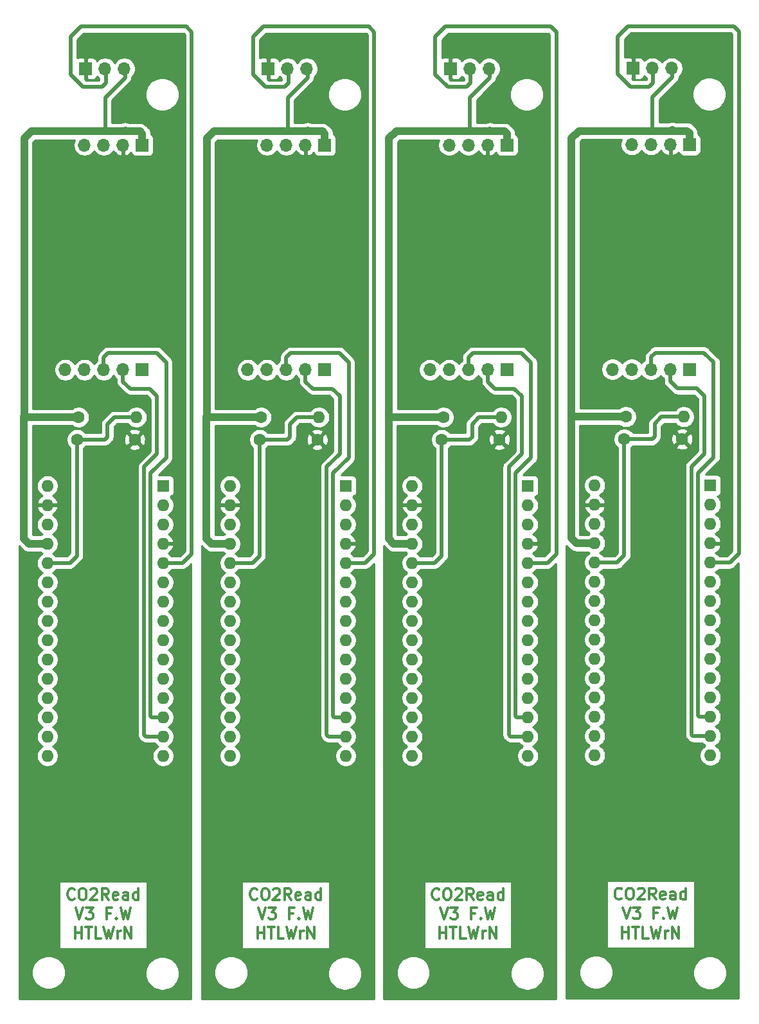
<source format=gbr>
%TF.GenerationSoftware,KiCad,Pcbnew,(5.1.6)-1*%
%TF.CreationDate,2020-11-04T08:20:30+01:00*%
%TF.ProjectId,ReadCO2,52656164-434f-4322-9e6b-696361645f70,rev?*%
%TF.SameCoordinates,Original*%
%TF.FileFunction,Copper,L1,Top*%
%TF.FilePolarity,Positive*%
%FSLAX46Y46*%
G04 Gerber Fmt 4.6, Leading zero omitted, Abs format (unit mm)*
G04 Created by KiCad (PCBNEW (5.1.6)-1) date 2020-11-04 08:20:30*
%MOMM*%
%LPD*%
G01*
G04 APERTURE LIST*
%TA.AperFunction,NonConductor*%
%ADD10C,0.300000*%
%TD*%
%TA.AperFunction,ComponentPad*%
%ADD11R,1.700000X1.700000*%
%TD*%
%TA.AperFunction,ComponentPad*%
%ADD12O,1.700000X1.700000*%
%TD*%
%TA.AperFunction,ComponentPad*%
%ADD13C,1.600000*%
%TD*%
%TA.AperFunction,ComponentPad*%
%ADD14R,1.600000X1.600000*%
%TD*%
%TA.AperFunction,ComponentPad*%
%ADD15O,1.600000X1.600000*%
%TD*%
%TA.AperFunction,Conductor*%
%ADD16C,1.000000*%
%TD*%
%TA.AperFunction,Conductor*%
%ADD17C,0.500000*%
%TD*%
%TA.AperFunction,Conductor*%
%ADD18C,0.254000*%
%TD*%
%TA.AperFunction,NonConductor*%
%ADD19C,0.254000*%
%TD*%
G04 APERTURE END LIST*
D10*
X108164285Y-170035714D02*
X108092857Y-170107142D01*
X107878571Y-170178571D01*
X107735714Y-170178571D01*
X107521428Y-170107142D01*
X107378571Y-169964285D01*
X107307142Y-169821428D01*
X107235714Y-169535714D01*
X107235714Y-169321428D01*
X107307142Y-169035714D01*
X107378571Y-168892857D01*
X107521428Y-168750000D01*
X107735714Y-168678571D01*
X107878571Y-168678571D01*
X108092857Y-168750000D01*
X108164285Y-168821428D01*
X109092857Y-168678571D02*
X109378571Y-168678571D01*
X109521428Y-168750000D01*
X109664285Y-168892857D01*
X109735714Y-169178571D01*
X109735714Y-169678571D01*
X109664285Y-169964285D01*
X109521428Y-170107142D01*
X109378571Y-170178571D01*
X109092857Y-170178571D01*
X108950000Y-170107142D01*
X108807142Y-169964285D01*
X108735714Y-169678571D01*
X108735714Y-169178571D01*
X108807142Y-168892857D01*
X108950000Y-168750000D01*
X109092857Y-168678571D01*
X110307142Y-168821428D02*
X110378571Y-168750000D01*
X110521428Y-168678571D01*
X110878571Y-168678571D01*
X111021428Y-168750000D01*
X111092857Y-168821428D01*
X111164285Y-168964285D01*
X111164285Y-169107142D01*
X111092857Y-169321428D01*
X110235714Y-170178571D01*
X111164285Y-170178571D01*
X112664285Y-170178571D02*
X112164285Y-169464285D01*
X111807142Y-170178571D02*
X111807142Y-168678571D01*
X112378571Y-168678571D01*
X112521428Y-168750000D01*
X112592857Y-168821428D01*
X112664285Y-168964285D01*
X112664285Y-169178571D01*
X112592857Y-169321428D01*
X112521428Y-169392857D01*
X112378571Y-169464285D01*
X111807142Y-169464285D01*
X113878571Y-170107142D02*
X113735714Y-170178571D01*
X113450000Y-170178571D01*
X113307142Y-170107142D01*
X113235714Y-169964285D01*
X113235714Y-169392857D01*
X113307142Y-169250000D01*
X113450000Y-169178571D01*
X113735714Y-169178571D01*
X113878571Y-169250000D01*
X113950000Y-169392857D01*
X113950000Y-169535714D01*
X113235714Y-169678571D01*
X115235714Y-170178571D02*
X115235714Y-169392857D01*
X115164285Y-169250000D01*
X115021428Y-169178571D01*
X114735714Y-169178571D01*
X114592857Y-169250000D01*
X115235714Y-170107142D02*
X115092857Y-170178571D01*
X114735714Y-170178571D01*
X114592857Y-170107142D01*
X114521428Y-169964285D01*
X114521428Y-169821428D01*
X114592857Y-169678571D01*
X114735714Y-169607142D01*
X115092857Y-169607142D01*
X115235714Y-169535714D01*
X116592857Y-170178571D02*
X116592857Y-168678571D01*
X116592857Y-170107142D02*
X116450000Y-170178571D01*
X116164285Y-170178571D01*
X116021428Y-170107142D01*
X115950000Y-170035714D01*
X115878571Y-169892857D01*
X115878571Y-169464285D01*
X115950000Y-169321428D01*
X116021428Y-169250000D01*
X116164285Y-169178571D01*
X116450000Y-169178571D01*
X116592857Y-169250000D01*
X108307142Y-171228571D02*
X108807142Y-172728571D01*
X109307142Y-171228571D01*
X109664285Y-171228571D02*
X110592857Y-171228571D01*
X110092857Y-171800000D01*
X110307142Y-171800000D01*
X110450000Y-171871428D01*
X110521428Y-171942857D01*
X110592857Y-172085714D01*
X110592857Y-172442857D01*
X110521428Y-172585714D01*
X110450000Y-172657142D01*
X110307142Y-172728571D01*
X109878571Y-172728571D01*
X109735714Y-172657142D01*
X109664285Y-172585714D01*
X112878571Y-171942857D02*
X112378571Y-171942857D01*
X112378571Y-172728571D02*
X112378571Y-171228571D01*
X113092857Y-171228571D01*
X113664285Y-172585714D02*
X113735714Y-172657142D01*
X113664285Y-172728571D01*
X113592857Y-172657142D01*
X113664285Y-172585714D01*
X113664285Y-172728571D01*
X114235714Y-171228571D02*
X114592857Y-172728571D01*
X114878571Y-171657142D01*
X115164285Y-172728571D01*
X115521428Y-171228571D01*
X108235714Y-175278571D02*
X108235714Y-173778571D01*
X108235714Y-174492857D02*
X109092857Y-174492857D01*
X109092857Y-175278571D02*
X109092857Y-173778571D01*
X109592857Y-173778571D02*
X110450000Y-173778571D01*
X110021428Y-175278571D02*
X110021428Y-173778571D01*
X111664285Y-175278571D02*
X110950000Y-175278571D01*
X110950000Y-173778571D01*
X112021428Y-173778571D02*
X112378571Y-175278571D01*
X112664285Y-174207142D01*
X112950000Y-175278571D01*
X113307142Y-173778571D01*
X113878571Y-175278571D02*
X113878571Y-174278571D01*
X113878571Y-174564285D02*
X113950000Y-174421428D01*
X114021428Y-174350000D01*
X114164285Y-174278571D01*
X114307142Y-174278571D01*
X114807142Y-175278571D02*
X114807142Y-173778571D01*
X115664285Y-175278571D01*
X115664285Y-173778571D01*
X84114285Y-170085714D02*
X84042857Y-170157142D01*
X83828571Y-170228571D01*
X83685714Y-170228571D01*
X83471428Y-170157142D01*
X83328571Y-170014285D01*
X83257142Y-169871428D01*
X83185714Y-169585714D01*
X83185714Y-169371428D01*
X83257142Y-169085714D01*
X83328571Y-168942857D01*
X83471428Y-168800000D01*
X83685714Y-168728571D01*
X83828571Y-168728571D01*
X84042857Y-168800000D01*
X84114285Y-168871428D01*
X85042857Y-168728571D02*
X85328571Y-168728571D01*
X85471428Y-168800000D01*
X85614285Y-168942857D01*
X85685714Y-169228571D01*
X85685714Y-169728571D01*
X85614285Y-170014285D01*
X85471428Y-170157142D01*
X85328571Y-170228571D01*
X85042857Y-170228571D01*
X84900000Y-170157142D01*
X84757142Y-170014285D01*
X84685714Y-169728571D01*
X84685714Y-169228571D01*
X84757142Y-168942857D01*
X84900000Y-168800000D01*
X85042857Y-168728571D01*
X86257142Y-168871428D02*
X86328571Y-168800000D01*
X86471428Y-168728571D01*
X86828571Y-168728571D01*
X86971428Y-168800000D01*
X87042857Y-168871428D01*
X87114285Y-169014285D01*
X87114285Y-169157142D01*
X87042857Y-169371428D01*
X86185714Y-170228571D01*
X87114285Y-170228571D01*
X88614285Y-170228571D02*
X88114285Y-169514285D01*
X87757142Y-170228571D02*
X87757142Y-168728571D01*
X88328571Y-168728571D01*
X88471428Y-168800000D01*
X88542857Y-168871428D01*
X88614285Y-169014285D01*
X88614285Y-169228571D01*
X88542857Y-169371428D01*
X88471428Y-169442857D01*
X88328571Y-169514285D01*
X87757142Y-169514285D01*
X89828571Y-170157142D02*
X89685714Y-170228571D01*
X89400000Y-170228571D01*
X89257142Y-170157142D01*
X89185714Y-170014285D01*
X89185714Y-169442857D01*
X89257142Y-169300000D01*
X89400000Y-169228571D01*
X89685714Y-169228571D01*
X89828571Y-169300000D01*
X89900000Y-169442857D01*
X89900000Y-169585714D01*
X89185714Y-169728571D01*
X91185714Y-170228571D02*
X91185714Y-169442857D01*
X91114285Y-169300000D01*
X90971428Y-169228571D01*
X90685714Y-169228571D01*
X90542857Y-169300000D01*
X91185714Y-170157142D02*
X91042857Y-170228571D01*
X90685714Y-170228571D01*
X90542857Y-170157142D01*
X90471428Y-170014285D01*
X90471428Y-169871428D01*
X90542857Y-169728571D01*
X90685714Y-169657142D01*
X91042857Y-169657142D01*
X91185714Y-169585714D01*
X92542857Y-170228571D02*
X92542857Y-168728571D01*
X92542857Y-170157142D02*
X92400000Y-170228571D01*
X92114285Y-170228571D01*
X91971428Y-170157142D01*
X91900000Y-170085714D01*
X91828571Y-169942857D01*
X91828571Y-169514285D01*
X91900000Y-169371428D01*
X91971428Y-169300000D01*
X92114285Y-169228571D01*
X92400000Y-169228571D01*
X92542857Y-169300000D01*
X84257142Y-171278571D02*
X84757142Y-172778571D01*
X85257142Y-171278571D01*
X85614285Y-171278571D02*
X86542857Y-171278571D01*
X86042857Y-171850000D01*
X86257142Y-171850000D01*
X86400000Y-171921428D01*
X86471428Y-171992857D01*
X86542857Y-172135714D01*
X86542857Y-172492857D01*
X86471428Y-172635714D01*
X86400000Y-172707142D01*
X86257142Y-172778571D01*
X85828571Y-172778571D01*
X85685714Y-172707142D01*
X85614285Y-172635714D01*
X88828571Y-171992857D02*
X88328571Y-171992857D01*
X88328571Y-172778571D02*
X88328571Y-171278571D01*
X89042857Y-171278571D01*
X89614285Y-172635714D02*
X89685714Y-172707142D01*
X89614285Y-172778571D01*
X89542857Y-172707142D01*
X89614285Y-172635714D01*
X89614285Y-172778571D01*
X90185714Y-171278571D02*
X90542857Y-172778571D01*
X90828571Y-171707142D01*
X91114285Y-172778571D01*
X91471428Y-171278571D01*
X84185714Y-175328571D02*
X84185714Y-173828571D01*
X84185714Y-174542857D02*
X85042857Y-174542857D01*
X85042857Y-175328571D02*
X85042857Y-173828571D01*
X85542857Y-173828571D02*
X86400000Y-173828571D01*
X85971428Y-175328571D02*
X85971428Y-173828571D01*
X87614285Y-175328571D02*
X86900000Y-175328571D01*
X86900000Y-173828571D01*
X87971428Y-173828571D02*
X88328571Y-175328571D01*
X88614285Y-174257142D01*
X88900000Y-175328571D01*
X89257142Y-173828571D01*
X89828571Y-175328571D02*
X89828571Y-174328571D01*
X89828571Y-174614285D02*
X89900000Y-174471428D01*
X89971428Y-174400000D01*
X90114285Y-174328571D01*
X90257142Y-174328571D01*
X90757142Y-175328571D02*
X90757142Y-173828571D01*
X91614285Y-175328571D01*
X91614285Y-173828571D01*
X60114285Y-170085714D02*
X60042857Y-170157142D01*
X59828571Y-170228571D01*
X59685714Y-170228571D01*
X59471428Y-170157142D01*
X59328571Y-170014285D01*
X59257142Y-169871428D01*
X59185714Y-169585714D01*
X59185714Y-169371428D01*
X59257142Y-169085714D01*
X59328571Y-168942857D01*
X59471428Y-168800000D01*
X59685714Y-168728571D01*
X59828571Y-168728571D01*
X60042857Y-168800000D01*
X60114285Y-168871428D01*
X61042857Y-168728571D02*
X61328571Y-168728571D01*
X61471428Y-168800000D01*
X61614285Y-168942857D01*
X61685714Y-169228571D01*
X61685714Y-169728571D01*
X61614285Y-170014285D01*
X61471428Y-170157142D01*
X61328571Y-170228571D01*
X61042857Y-170228571D01*
X60900000Y-170157142D01*
X60757142Y-170014285D01*
X60685714Y-169728571D01*
X60685714Y-169228571D01*
X60757142Y-168942857D01*
X60900000Y-168800000D01*
X61042857Y-168728571D01*
X62257142Y-168871428D02*
X62328571Y-168800000D01*
X62471428Y-168728571D01*
X62828571Y-168728571D01*
X62971428Y-168800000D01*
X63042857Y-168871428D01*
X63114285Y-169014285D01*
X63114285Y-169157142D01*
X63042857Y-169371428D01*
X62185714Y-170228571D01*
X63114285Y-170228571D01*
X64614285Y-170228571D02*
X64114285Y-169514285D01*
X63757142Y-170228571D02*
X63757142Y-168728571D01*
X64328571Y-168728571D01*
X64471428Y-168800000D01*
X64542857Y-168871428D01*
X64614285Y-169014285D01*
X64614285Y-169228571D01*
X64542857Y-169371428D01*
X64471428Y-169442857D01*
X64328571Y-169514285D01*
X63757142Y-169514285D01*
X65828571Y-170157142D02*
X65685714Y-170228571D01*
X65400000Y-170228571D01*
X65257142Y-170157142D01*
X65185714Y-170014285D01*
X65185714Y-169442857D01*
X65257142Y-169300000D01*
X65400000Y-169228571D01*
X65685714Y-169228571D01*
X65828571Y-169300000D01*
X65900000Y-169442857D01*
X65900000Y-169585714D01*
X65185714Y-169728571D01*
X67185714Y-170228571D02*
X67185714Y-169442857D01*
X67114285Y-169300000D01*
X66971428Y-169228571D01*
X66685714Y-169228571D01*
X66542857Y-169300000D01*
X67185714Y-170157142D02*
X67042857Y-170228571D01*
X66685714Y-170228571D01*
X66542857Y-170157142D01*
X66471428Y-170014285D01*
X66471428Y-169871428D01*
X66542857Y-169728571D01*
X66685714Y-169657142D01*
X67042857Y-169657142D01*
X67185714Y-169585714D01*
X68542857Y-170228571D02*
X68542857Y-168728571D01*
X68542857Y-170157142D02*
X68400000Y-170228571D01*
X68114285Y-170228571D01*
X67971428Y-170157142D01*
X67900000Y-170085714D01*
X67828571Y-169942857D01*
X67828571Y-169514285D01*
X67900000Y-169371428D01*
X67971428Y-169300000D01*
X68114285Y-169228571D01*
X68400000Y-169228571D01*
X68542857Y-169300000D01*
X60257142Y-171278571D02*
X60757142Y-172778571D01*
X61257142Y-171278571D01*
X61614285Y-171278571D02*
X62542857Y-171278571D01*
X62042857Y-171850000D01*
X62257142Y-171850000D01*
X62400000Y-171921428D01*
X62471428Y-171992857D01*
X62542857Y-172135714D01*
X62542857Y-172492857D01*
X62471428Y-172635714D01*
X62400000Y-172707142D01*
X62257142Y-172778571D01*
X61828571Y-172778571D01*
X61685714Y-172707142D01*
X61614285Y-172635714D01*
X64828571Y-171992857D02*
X64328571Y-171992857D01*
X64328571Y-172778571D02*
X64328571Y-171278571D01*
X65042857Y-171278571D01*
X65614285Y-172635714D02*
X65685714Y-172707142D01*
X65614285Y-172778571D01*
X65542857Y-172707142D01*
X65614285Y-172635714D01*
X65614285Y-172778571D01*
X66185714Y-171278571D02*
X66542857Y-172778571D01*
X66828571Y-171707142D01*
X67114285Y-172778571D01*
X67471428Y-171278571D01*
X60185714Y-175328571D02*
X60185714Y-173828571D01*
X60185714Y-174542857D02*
X61042857Y-174542857D01*
X61042857Y-175328571D02*
X61042857Y-173828571D01*
X61542857Y-173828571D02*
X62400000Y-173828571D01*
X61971428Y-175328571D02*
X61971428Y-173828571D01*
X63614285Y-175328571D02*
X62900000Y-175328571D01*
X62900000Y-173828571D01*
X63971428Y-173828571D02*
X64328571Y-175328571D01*
X64614285Y-174257142D01*
X64900000Y-175328571D01*
X65257142Y-173828571D01*
X65828571Y-175328571D02*
X65828571Y-174328571D01*
X65828571Y-174614285D02*
X65900000Y-174471428D01*
X65971428Y-174400000D01*
X66114285Y-174328571D01*
X66257142Y-174328571D01*
X66757142Y-175328571D02*
X66757142Y-173828571D01*
X67614285Y-175328571D01*
X67614285Y-173828571D01*
X36064285Y-170085714D02*
X35992857Y-170157142D01*
X35778571Y-170228571D01*
X35635714Y-170228571D01*
X35421428Y-170157142D01*
X35278571Y-170014285D01*
X35207142Y-169871428D01*
X35135714Y-169585714D01*
X35135714Y-169371428D01*
X35207142Y-169085714D01*
X35278571Y-168942857D01*
X35421428Y-168800000D01*
X35635714Y-168728571D01*
X35778571Y-168728571D01*
X35992857Y-168800000D01*
X36064285Y-168871428D01*
X36992857Y-168728571D02*
X37278571Y-168728571D01*
X37421428Y-168800000D01*
X37564285Y-168942857D01*
X37635714Y-169228571D01*
X37635714Y-169728571D01*
X37564285Y-170014285D01*
X37421428Y-170157142D01*
X37278571Y-170228571D01*
X36992857Y-170228571D01*
X36850000Y-170157142D01*
X36707142Y-170014285D01*
X36635714Y-169728571D01*
X36635714Y-169228571D01*
X36707142Y-168942857D01*
X36850000Y-168800000D01*
X36992857Y-168728571D01*
X38207142Y-168871428D02*
X38278571Y-168800000D01*
X38421428Y-168728571D01*
X38778571Y-168728571D01*
X38921428Y-168800000D01*
X38992857Y-168871428D01*
X39064285Y-169014285D01*
X39064285Y-169157142D01*
X38992857Y-169371428D01*
X38135714Y-170228571D01*
X39064285Y-170228571D01*
X40564285Y-170228571D02*
X40064285Y-169514285D01*
X39707142Y-170228571D02*
X39707142Y-168728571D01*
X40278571Y-168728571D01*
X40421428Y-168800000D01*
X40492857Y-168871428D01*
X40564285Y-169014285D01*
X40564285Y-169228571D01*
X40492857Y-169371428D01*
X40421428Y-169442857D01*
X40278571Y-169514285D01*
X39707142Y-169514285D01*
X41778571Y-170157142D02*
X41635714Y-170228571D01*
X41350000Y-170228571D01*
X41207142Y-170157142D01*
X41135714Y-170014285D01*
X41135714Y-169442857D01*
X41207142Y-169300000D01*
X41350000Y-169228571D01*
X41635714Y-169228571D01*
X41778571Y-169300000D01*
X41850000Y-169442857D01*
X41850000Y-169585714D01*
X41135714Y-169728571D01*
X43135714Y-170228571D02*
X43135714Y-169442857D01*
X43064285Y-169300000D01*
X42921428Y-169228571D01*
X42635714Y-169228571D01*
X42492857Y-169300000D01*
X43135714Y-170157142D02*
X42992857Y-170228571D01*
X42635714Y-170228571D01*
X42492857Y-170157142D01*
X42421428Y-170014285D01*
X42421428Y-169871428D01*
X42492857Y-169728571D01*
X42635714Y-169657142D01*
X42992857Y-169657142D01*
X43135714Y-169585714D01*
X44492857Y-170228571D02*
X44492857Y-168728571D01*
X44492857Y-170157142D02*
X44350000Y-170228571D01*
X44064285Y-170228571D01*
X43921428Y-170157142D01*
X43850000Y-170085714D01*
X43778571Y-169942857D01*
X43778571Y-169514285D01*
X43850000Y-169371428D01*
X43921428Y-169300000D01*
X44064285Y-169228571D01*
X44350000Y-169228571D01*
X44492857Y-169300000D01*
X36207142Y-171278571D02*
X36707142Y-172778571D01*
X37207142Y-171278571D01*
X37564285Y-171278571D02*
X38492857Y-171278571D01*
X37992857Y-171850000D01*
X38207142Y-171850000D01*
X38350000Y-171921428D01*
X38421428Y-171992857D01*
X38492857Y-172135714D01*
X38492857Y-172492857D01*
X38421428Y-172635714D01*
X38350000Y-172707142D01*
X38207142Y-172778571D01*
X37778571Y-172778571D01*
X37635714Y-172707142D01*
X37564285Y-172635714D01*
X40778571Y-171992857D02*
X40278571Y-171992857D01*
X40278571Y-172778571D02*
X40278571Y-171278571D01*
X40992857Y-171278571D01*
X41564285Y-172635714D02*
X41635714Y-172707142D01*
X41564285Y-172778571D01*
X41492857Y-172707142D01*
X41564285Y-172635714D01*
X41564285Y-172778571D01*
X42135714Y-171278571D02*
X42492857Y-172778571D01*
X42778571Y-171707142D01*
X43064285Y-172778571D01*
X43421428Y-171278571D01*
X36135714Y-175328571D02*
X36135714Y-173828571D01*
X36135714Y-174542857D02*
X36992857Y-174542857D01*
X36992857Y-175328571D02*
X36992857Y-173828571D01*
X37492857Y-173828571D02*
X38350000Y-173828571D01*
X37921428Y-175328571D02*
X37921428Y-173828571D01*
X39564285Y-175328571D02*
X38850000Y-175328571D01*
X38850000Y-173828571D01*
X39921428Y-173828571D02*
X40278571Y-175328571D01*
X40564285Y-174257142D01*
X40850000Y-175328571D01*
X41207142Y-173828571D01*
X41778571Y-175328571D02*
X41778571Y-174328571D01*
X41778571Y-174614285D02*
X41850000Y-174471428D01*
X41921428Y-174400000D01*
X42064285Y-174328571D01*
X42207142Y-174328571D01*
X42707142Y-175328571D02*
X42707142Y-173828571D01*
X43564285Y-175328571D01*
X43564285Y-173828571D01*
D11*
%TO.P,J3,1*%
%TO.N,N/C*%
X117100000Y-70750000D03*
D12*
%TO.P,J3,2*%
X114560000Y-70750000D03*
%TO.P,J3,3*%
X112020000Y-70750000D03*
%TO.P,J3,4*%
X109480000Y-70750000D03*
%TD*%
D13*
%TO.P,R2,1*%
%TO.N,N/C*%
X108500000Y-109550000D03*
%TO.P,R2,2*%
X116100000Y-109550000D03*
%TD*%
D14*
%TO.P,A1,1*%
%TO.N,N/C*%
X119840000Y-115640000D03*
D15*
%TO.P,A1,17*%
X104600000Y-148660000D03*
%TO.P,A1,2*%
X119840000Y-118180000D03*
%TO.P,A1,18*%
X104600000Y-146120000D03*
%TO.P,A1,3*%
X119840000Y-120720000D03*
%TO.P,A1,19*%
X104600000Y-143580000D03*
%TO.P,A1,4*%
X119840000Y-123260000D03*
%TO.P,A1,20*%
X104600000Y-141040000D03*
%TO.P,A1,5*%
X119840000Y-125800000D03*
%TO.P,A1,21*%
X104600000Y-138500000D03*
%TO.P,A1,6*%
X119840000Y-128340000D03*
%TO.P,A1,22*%
X104600000Y-135960000D03*
%TO.P,A1,7*%
X119840000Y-130880000D03*
%TO.P,A1,23*%
X104600000Y-133420000D03*
%TO.P,A1,8*%
X119840000Y-133420000D03*
%TO.P,A1,24*%
X104600000Y-130880000D03*
%TO.P,A1,9*%
X119840000Y-135960000D03*
%TO.P,A1,25*%
X104600000Y-128340000D03*
%TO.P,A1,10*%
X119840000Y-138500000D03*
%TO.P,A1,26*%
X104600000Y-125800000D03*
%TO.P,A1,11*%
X119840000Y-141040000D03*
%TO.P,A1,27*%
X104600000Y-123260000D03*
%TO.P,A1,12*%
X119840000Y-143580000D03*
%TO.P,A1,28*%
X104600000Y-120720000D03*
%TO.P,A1,13*%
X119840000Y-146120000D03*
%TO.P,A1,29*%
X104600000Y-118180000D03*
%TO.P,A1,14*%
X119840000Y-148660000D03*
%TO.P,A1,30*%
X104600000Y-115640000D03*
%TO.P,A1,15*%
X119840000Y-151200000D03*
%TO.P,A1,16*%
X104600000Y-151200000D03*
%TD*%
D11*
%TO.P,J1,1*%
%TO.N,N/C*%
X117100000Y-100350000D03*
D12*
%TO.P,J1,2*%
X114560000Y-100350000D03*
%TO.P,J1,3*%
X112020000Y-100350000D03*
%TO.P,J1,4*%
X109480000Y-100350000D03*
%TO.P,J1,5*%
X106940000Y-100350000D03*
%TD*%
D11*
%TO.P,J2,1*%
%TO.N,N/C*%
X109650000Y-60700000D03*
D12*
%TO.P,J2,2*%
X112190000Y-60700000D03*
%TO.P,J2,3*%
X114730000Y-60700000D03*
%TD*%
D13*
%TO.P,R1,1*%
%TO.N,N/C*%
X108700000Y-106600000D03*
D15*
%TO.P,R1,2*%
X116320000Y-106600000D03*
%TD*%
D11*
%TO.P,J3,1*%
%TO.N,N/C*%
X93050000Y-70800000D03*
D12*
%TO.P,J3,2*%
X90510000Y-70800000D03*
%TO.P,J3,3*%
X87970000Y-70800000D03*
%TO.P,J3,4*%
X85430000Y-70800000D03*
%TD*%
D13*
%TO.P,R2,1*%
%TO.N,N/C*%
X84450000Y-109600000D03*
%TO.P,R2,2*%
X92050000Y-109600000D03*
%TD*%
D14*
%TO.P,A1,1*%
%TO.N,N/C*%
X95790000Y-115690000D03*
D15*
%TO.P,A1,17*%
X80550000Y-148710000D03*
%TO.P,A1,2*%
X95790000Y-118230000D03*
%TO.P,A1,18*%
X80550000Y-146170000D03*
%TO.P,A1,3*%
X95790000Y-120770000D03*
%TO.P,A1,19*%
X80550000Y-143630000D03*
%TO.P,A1,4*%
X95790000Y-123310000D03*
%TO.P,A1,20*%
X80550000Y-141090000D03*
%TO.P,A1,5*%
X95790000Y-125850000D03*
%TO.P,A1,21*%
X80550000Y-138550000D03*
%TO.P,A1,6*%
X95790000Y-128390000D03*
%TO.P,A1,22*%
X80550000Y-136010000D03*
%TO.P,A1,7*%
X95790000Y-130930000D03*
%TO.P,A1,23*%
X80550000Y-133470000D03*
%TO.P,A1,8*%
X95790000Y-133470000D03*
%TO.P,A1,24*%
X80550000Y-130930000D03*
%TO.P,A1,9*%
X95790000Y-136010000D03*
%TO.P,A1,25*%
X80550000Y-128390000D03*
%TO.P,A1,10*%
X95790000Y-138550000D03*
%TO.P,A1,26*%
X80550000Y-125850000D03*
%TO.P,A1,11*%
X95790000Y-141090000D03*
%TO.P,A1,27*%
X80550000Y-123310000D03*
%TO.P,A1,12*%
X95790000Y-143630000D03*
%TO.P,A1,28*%
X80550000Y-120770000D03*
%TO.P,A1,13*%
X95790000Y-146170000D03*
%TO.P,A1,29*%
X80550000Y-118230000D03*
%TO.P,A1,14*%
X95790000Y-148710000D03*
%TO.P,A1,30*%
X80550000Y-115690000D03*
%TO.P,A1,15*%
X95790000Y-151250000D03*
%TO.P,A1,16*%
X80550000Y-151250000D03*
%TD*%
D11*
%TO.P,J1,1*%
%TO.N,N/C*%
X93050000Y-100400000D03*
D12*
%TO.P,J1,2*%
X90510000Y-100400000D03*
%TO.P,J1,3*%
X87970000Y-100400000D03*
%TO.P,J1,4*%
X85430000Y-100400000D03*
%TO.P,J1,5*%
X82890000Y-100400000D03*
%TD*%
D11*
%TO.P,J2,1*%
%TO.N,N/C*%
X85600000Y-60750000D03*
D12*
%TO.P,J2,2*%
X88140000Y-60750000D03*
%TO.P,J2,3*%
X90680000Y-60750000D03*
%TD*%
D13*
%TO.P,R1,1*%
%TO.N,N/C*%
X84650000Y-106650000D03*
D15*
%TO.P,R1,2*%
X92270000Y-106650000D03*
%TD*%
D11*
%TO.P,J3,1*%
%TO.N,N/C*%
X69050000Y-70800000D03*
D12*
%TO.P,J3,2*%
X66510000Y-70800000D03*
%TO.P,J3,3*%
X63970000Y-70800000D03*
%TO.P,J3,4*%
X61430000Y-70800000D03*
%TD*%
D13*
%TO.P,R2,1*%
%TO.N,N/C*%
X60450000Y-109600000D03*
%TO.P,R2,2*%
X68050000Y-109600000D03*
%TD*%
D14*
%TO.P,A1,1*%
%TO.N,N/C*%
X71790000Y-115690000D03*
D15*
%TO.P,A1,17*%
X56550000Y-148710000D03*
%TO.P,A1,2*%
X71790000Y-118230000D03*
%TO.P,A1,18*%
X56550000Y-146170000D03*
%TO.P,A1,3*%
X71790000Y-120770000D03*
%TO.P,A1,19*%
X56550000Y-143630000D03*
%TO.P,A1,4*%
X71790000Y-123310000D03*
%TO.P,A1,20*%
X56550000Y-141090000D03*
%TO.P,A1,5*%
X71790000Y-125850000D03*
%TO.P,A1,21*%
X56550000Y-138550000D03*
%TO.P,A1,6*%
X71790000Y-128390000D03*
%TO.P,A1,22*%
X56550000Y-136010000D03*
%TO.P,A1,7*%
X71790000Y-130930000D03*
%TO.P,A1,23*%
X56550000Y-133470000D03*
%TO.P,A1,8*%
X71790000Y-133470000D03*
%TO.P,A1,24*%
X56550000Y-130930000D03*
%TO.P,A1,9*%
X71790000Y-136010000D03*
%TO.P,A1,25*%
X56550000Y-128390000D03*
%TO.P,A1,10*%
X71790000Y-138550000D03*
%TO.P,A1,26*%
X56550000Y-125850000D03*
%TO.P,A1,11*%
X71790000Y-141090000D03*
%TO.P,A1,27*%
X56550000Y-123310000D03*
%TO.P,A1,12*%
X71790000Y-143630000D03*
%TO.P,A1,28*%
X56550000Y-120770000D03*
%TO.P,A1,13*%
X71790000Y-146170000D03*
%TO.P,A1,29*%
X56550000Y-118230000D03*
%TO.P,A1,14*%
X71790000Y-148710000D03*
%TO.P,A1,30*%
X56550000Y-115690000D03*
%TO.P,A1,15*%
X71790000Y-151250000D03*
%TO.P,A1,16*%
X56550000Y-151250000D03*
%TD*%
D11*
%TO.P,J1,1*%
%TO.N,N/C*%
X69050000Y-100400000D03*
D12*
%TO.P,J1,2*%
X66510000Y-100400000D03*
%TO.P,J1,3*%
X63970000Y-100400000D03*
%TO.P,J1,4*%
X61430000Y-100400000D03*
%TO.P,J1,5*%
X58890000Y-100400000D03*
%TD*%
D11*
%TO.P,J2,1*%
%TO.N,N/C*%
X61600000Y-60750000D03*
D12*
%TO.P,J2,2*%
X64140000Y-60750000D03*
%TO.P,J2,3*%
X66680000Y-60750000D03*
%TD*%
D13*
%TO.P,R1,1*%
%TO.N,N/C*%
X60650000Y-106650000D03*
D15*
%TO.P,R1,2*%
X68270000Y-106650000D03*
%TD*%
%TO.P,R1,2*%
%TO.N,light_sense*%
X44220000Y-106650000D03*
D13*
%TO.P,R1,1*%
%TO.N,+5V*%
X36600000Y-106650000D03*
%TD*%
D12*
%TO.P,J2,3*%
%TO.N,+5V*%
X42630000Y-60750000D03*
%TO.P,J2,2*%
%TO.N,LED_DIn*%
X40090000Y-60750000D03*
D11*
%TO.P,J2,1*%
%TO.N,GND*%
X37550000Y-60750000D03*
%TD*%
D12*
%TO.P,J1,5*%
%TO.N,Net-(J1-Pad5)*%
X34840000Y-100400000D03*
%TO.P,J1,4*%
%TO.N,Net-(J1-Pad4)*%
X37380000Y-100400000D03*
%TO.P,J1,3*%
%TO.N,CO2TX_uCRX*%
X39920000Y-100400000D03*
%TO.P,J1,2*%
%TO.N,CO2RX_uCTX*%
X42460000Y-100400000D03*
D11*
%TO.P,J1,1*%
%TO.N,Net-(J1-Pad1)*%
X45000000Y-100400000D03*
%TD*%
D15*
%TO.P,A1,16*%
%TO.N,Net-(A1-Pad16)*%
X32500000Y-151250000D03*
%TO.P,A1,15*%
%TO.N,Net-(A1-Pad15)*%
X47740000Y-151250000D03*
%TO.P,A1,30*%
%TO.N,Net-(A1-Pad30)*%
X32500000Y-115690000D03*
%TO.P,A1,14*%
%TO.N,CO2RX_uCTX*%
X47740000Y-148710000D03*
%TO.P,A1,29*%
%TO.N,GND*%
X32500000Y-118230000D03*
%TO.P,A1,13*%
%TO.N,CO2TX_uCRX*%
X47740000Y-146170000D03*
%TO.P,A1,28*%
%TO.N,Net-(A1-Pad28)*%
X32500000Y-120770000D03*
%TO.P,A1,12*%
%TO.N,Net-(A1-Pad12)*%
X47740000Y-143630000D03*
%TO.P,A1,27*%
%TO.N,+5V*%
X32500000Y-123310000D03*
%TO.P,A1,11*%
%TO.N,Net-(A1-Pad11)*%
X47740000Y-141090000D03*
%TO.P,A1,26*%
%TO.N,light_sense*%
X32500000Y-125850000D03*
%TO.P,A1,10*%
%TO.N,Net-(A1-Pad10)*%
X47740000Y-138550000D03*
%TO.P,A1,25*%
%TO.N,Net-(A1-Pad25)*%
X32500000Y-128390000D03*
%TO.P,A1,9*%
%TO.N,Net-(A1-Pad9)*%
X47740000Y-136010000D03*
%TO.P,A1,24*%
%TO.N,Net-(A1-Pad24)*%
X32500000Y-130930000D03*
%TO.P,A1,8*%
%TO.N,Net-(A1-Pad8)*%
X47740000Y-133470000D03*
%TO.P,A1,23*%
%TO.N,Net-(A1-Pad23)*%
X32500000Y-133470000D03*
%TO.P,A1,7*%
%TO.N,Net-(A1-Pad7)*%
X47740000Y-130930000D03*
%TO.P,A1,22*%
%TO.N,Net-(A1-Pad22)*%
X32500000Y-136010000D03*
%TO.P,A1,6*%
%TO.N,Net-(A1-Pad6)*%
X47740000Y-128390000D03*
%TO.P,A1,21*%
%TO.N,Net-(A1-Pad21)*%
X32500000Y-138550000D03*
%TO.P,A1,5*%
%TO.N,LED_DIn*%
X47740000Y-125850000D03*
%TO.P,A1,20*%
%TO.N,Net-(A1-Pad20)*%
X32500000Y-141090000D03*
%TO.P,A1,4*%
%TO.N,GND*%
X47740000Y-123310000D03*
%TO.P,A1,19*%
%TO.N,Net-(A1-Pad19)*%
X32500000Y-143630000D03*
%TO.P,A1,3*%
%TO.N,Net-(A1-Pad3)*%
X47740000Y-120770000D03*
%TO.P,A1,18*%
%TO.N,Net-(A1-Pad18)*%
X32500000Y-146170000D03*
%TO.P,A1,2*%
%TO.N,Net-(A1-Pad2)*%
X47740000Y-118230000D03*
%TO.P,A1,17*%
%TO.N,Net-(A1-Pad17)*%
X32500000Y-148710000D03*
D14*
%TO.P,A1,1*%
%TO.N,Net-(A1-Pad1)*%
X47740000Y-115690000D03*
%TD*%
D13*
%TO.P,R2,2*%
%TO.N,GND*%
X44000000Y-109600000D03*
%TO.P,R2,1*%
%TO.N,light_sense*%
X36400000Y-109600000D03*
%TD*%
D12*
%TO.P,J3,4*%
%TO.N,Net-(J3-Pad4)*%
X37380000Y-70800000D03*
%TO.P,J3,3*%
%TO.N,Net-(J3-Pad3)*%
X39920000Y-70800000D03*
%TO.P,J3,2*%
%TO.N,GND*%
X42460000Y-70800000D03*
D11*
%TO.P,J3,1*%
%TO.N,+5V*%
X45000000Y-70800000D03*
%TD*%
D16*
%TO.N,*%
X53500000Y-69950000D02*
X53500000Y-106650000D01*
X53500000Y-106650000D02*
X53450000Y-106600000D01*
X69050000Y-69300000D02*
X68750000Y-69000000D01*
X68750000Y-69000000D02*
X66650000Y-69000000D01*
X56550000Y-123310000D02*
X54110000Y-123310000D01*
X69050000Y-70800000D02*
X69050000Y-69300000D01*
D17*
X64150000Y-64550000D02*
X64150000Y-69000000D01*
D16*
X60650000Y-106650000D02*
X53500000Y-106650000D01*
X53450000Y-122650000D02*
X53450000Y-106600000D01*
X66780000Y-68870000D02*
X66650000Y-69000000D01*
X54110000Y-123310000D02*
X53450000Y-122650000D01*
D17*
X66780000Y-61920000D02*
X64150000Y-64550000D01*
D16*
X64150000Y-69000000D02*
X54450000Y-69000000D01*
X66650000Y-69000000D02*
X64150000Y-69000000D01*
D17*
X66780000Y-60750000D02*
X66780000Y-61920000D01*
D16*
X54450000Y-69000000D02*
X53500000Y-69950000D01*
D17*
X70000000Y-102900000D02*
X67450000Y-102900000D01*
X69510000Y-148710000D02*
X69300000Y-148500000D01*
X71790000Y-148710000D02*
X69510000Y-148710000D01*
X71000000Y-111500000D02*
X71000000Y-103900000D01*
X69300000Y-148500000D02*
X69300000Y-113200000D01*
X71000000Y-103900000D02*
X70000000Y-102900000D01*
X69300000Y-113200000D02*
X71000000Y-111500000D01*
X66510000Y-101960000D02*
X66510000Y-100400000D01*
X67450000Y-102900000D02*
X66510000Y-101960000D01*
X72200000Y-99450000D02*
X70950000Y-98200000D01*
X64550000Y-98200000D02*
X63970000Y-98780000D01*
X72200000Y-112000000D02*
X72200000Y-99450000D01*
X63970000Y-98780000D02*
X63970000Y-100400000D01*
X70320000Y-146170000D02*
X70150000Y-146000000D01*
X70150000Y-146000000D02*
X70150000Y-114050000D01*
X70150000Y-114050000D02*
X72200000Y-112000000D01*
X70950000Y-98200000D02*
X64550000Y-98200000D01*
X71790000Y-146170000D02*
X70320000Y-146170000D01*
X74350000Y-125850000D02*
X71790000Y-125850000D01*
X75550000Y-124650000D02*
X74350000Y-125850000D01*
X75550000Y-59300000D02*
X75550000Y-124650000D01*
X64240000Y-60750000D02*
X64240000Y-62660000D01*
X64240000Y-62660000D02*
X63750000Y-63150000D01*
X61250000Y-63150000D02*
X59600000Y-61500000D01*
X59600000Y-61500000D02*
X59600000Y-56550000D01*
X59600000Y-56550000D02*
X60950000Y-55200000D01*
X60950000Y-55200000D02*
X74850000Y-55200000D01*
X75550000Y-55900000D02*
X75550000Y-59300000D01*
X74850000Y-55200000D02*
X75550000Y-55900000D01*
X63750000Y-63150000D02*
X61250000Y-63150000D01*
X60250000Y-109800000D02*
X60450000Y-109600000D01*
X64450000Y-107550000D02*
X65350000Y-106650000D01*
X64450000Y-109250000D02*
X64450000Y-107550000D01*
X60450000Y-109600000D02*
X64100000Y-109600000D01*
X60450000Y-124900000D02*
X59500000Y-125850000D01*
X60450000Y-109600000D02*
X60450000Y-124900000D01*
X65350000Y-106650000D02*
X68270000Y-106650000D01*
X59500000Y-125850000D02*
X56550000Y-125850000D01*
X64100000Y-109600000D02*
X64450000Y-109250000D01*
D16*
X77500000Y-69950000D02*
X77500000Y-106650000D01*
X77500000Y-106650000D02*
X77450000Y-106600000D01*
X93050000Y-69300000D02*
X92750000Y-69000000D01*
X92750000Y-69000000D02*
X90650000Y-69000000D01*
X80550000Y-123310000D02*
X78110000Y-123310000D01*
X93050000Y-70800000D02*
X93050000Y-69300000D01*
D17*
X88150000Y-64550000D02*
X88150000Y-69000000D01*
D16*
X84650000Y-106650000D02*
X77500000Y-106650000D01*
X77450000Y-122650000D02*
X77450000Y-106600000D01*
X90780000Y-68870000D02*
X90650000Y-69000000D01*
X78110000Y-123310000D02*
X77450000Y-122650000D01*
D17*
X90780000Y-61920000D02*
X88150000Y-64550000D01*
D16*
X88150000Y-69000000D02*
X78450000Y-69000000D01*
X90650000Y-69000000D02*
X88150000Y-69000000D01*
D17*
X90780000Y-60750000D02*
X90780000Y-61920000D01*
D16*
X78450000Y-69000000D02*
X77500000Y-69950000D01*
D17*
X94000000Y-102900000D02*
X91450000Y-102900000D01*
X93510000Y-148710000D02*
X93300000Y-148500000D01*
X95790000Y-148710000D02*
X93510000Y-148710000D01*
X95000000Y-111500000D02*
X95000000Y-103900000D01*
X93300000Y-148500000D02*
X93300000Y-113200000D01*
X95000000Y-103900000D02*
X94000000Y-102900000D01*
X93300000Y-113200000D02*
X95000000Y-111500000D01*
X90510000Y-101960000D02*
X90510000Y-100400000D01*
X91450000Y-102900000D02*
X90510000Y-101960000D01*
X96200000Y-99450000D02*
X94950000Y-98200000D01*
X88550000Y-98200000D02*
X87970000Y-98780000D01*
X96200000Y-112000000D02*
X96200000Y-99450000D01*
X87970000Y-98780000D02*
X87970000Y-100400000D01*
X94320000Y-146170000D02*
X94150000Y-146000000D01*
X94150000Y-146000000D02*
X94150000Y-114050000D01*
X94150000Y-114050000D02*
X96200000Y-112000000D01*
X94950000Y-98200000D02*
X88550000Y-98200000D01*
X95790000Y-146170000D02*
X94320000Y-146170000D01*
X98350000Y-125850000D02*
X95790000Y-125850000D01*
X99550000Y-124650000D02*
X98350000Y-125850000D01*
X99550000Y-59300000D02*
X99550000Y-124650000D01*
X88240000Y-60750000D02*
X88240000Y-62660000D01*
X88240000Y-62660000D02*
X87750000Y-63150000D01*
X85250000Y-63150000D02*
X83600000Y-61500000D01*
X83600000Y-61500000D02*
X83600000Y-56550000D01*
X83600000Y-56550000D02*
X84950000Y-55200000D01*
X84950000Y-55200000D02*
X98850000Y-55200000D01*
X99550000Y-55900000D02*
X99550000Y-59300000D01*
X98850000Y-55200000D02*
X99550000Y-55900000D01*
X87750000Y-63150000D02*
X85250000Y-63150000D01*
X84250000Y-109800000D02*
X84450000Y-109600000D01*
X88450000Y-107550000D02*
X89350000Y-106650000D01*
X88450000Y-109250000D02*
X88450000Y-107550000D01*
X84450000Y-109600000D02*
X88100000Y-109600000D01*
X84450000Y-124900000D02*
X83500000Y-125850000D01*
X84450000Y-109600000D02*
X84450000Y-124900000D01*
X89350000Y-106650000D02*
X92270000Y-106650000D01*
X83500000Y-125850000D02*
X80550000Y-125850000D01*
X88100000Y-109600000D02*
X88450000Y-109250000D01*
D16*
X101550000Y-69900000D02*
X101550000Y-106600000D01*
X101550000Y-106600000D02*
X101500000Y-106550000D01*
X117100000Y-69250000D02*
X116800000Y-68950000D01*
X116800000Y-68950000D02*
X114700000Y-68950000D01*
X104600000Y-123260000D02*
X102160000Y-123260000D01*
X117100000Y-70750000D02*
X117100000Y-69250000D01*
D17*
X112200000Y-64500000D02*
X112200000Y-68950000D01*
D16*
X108700000Y-106600000D02*
X101550000Y-106600000D01*
X101500000Y-122600000D02*
X101500000Y-106550000D01*
X114830000Y-68820000D02*
X114700000Y-68950000D01*
X102160000Y-123260000D02*
X101500000Y-122600000D01*
D17*
X114830000Y-61870000D02*
X112200000Y-64500000D01*
D16*
X112200000Y-68950000D02*
X102500000Y-68950000D01*
X114700000Y-68950000D02*
X112200000Y-68950000D01*
D17*
X114830000Y-60700000D02*
X114830000Y-61870000D01*
D16*
X102500000Y-68950000D02*
X101550000Y-69900000D01*
D17*
X118050000Y-102850000D02*
X115500000Y-102850000D01*
X117560000Y-148660000D02*
X117350000Y-148450000D01*
X119840000Y-148660000D02*
X117560000Y-148660000D01*
X119050000Y-111450000D02*
X119050000Y-103850000D01*
X117350000Y-148450000D02*
X117350000Y-113150000D01*
X119050000Y-103850000D02*
X118050000Y-102850000D01*
X117350000Y-113150000D02*
X119050000Y-111450000D01*
X114560000Y-101910000D02*
X114560000Y-100350000D01*
X115500000Y-102850000D02*
X114560000Y-101910000D01*
X120250000Y-99400000D02*
X119000000Y-98150000D01*
X112600000Y-98150000D02*
X112020000Y-98730000D01*
X120250000Y-111950000D02*
X120250000Y-99400000D01*
X112020000Y-98730000D02*
X112020000Y-100350000D01*
X118370000Y-146120000D02*
X118200000Y-145950000D01*
X118200000Y-145950000D02*
X118200000Y-114000000D01*
X118200000Y-114000000D02*
X120250000Y-111950000D01*
X119000000Y-98150000D02*
X112600000Y-98150000D01*
X119840000Y-146120000D02*
X118370000Y-146120000D01*
X122400000Y-125800000D02*
X119840000Y-125800000D01*
X123600000Y-124600000D02*
X122400000Y-125800000D01*
X123600000Y-59250000D02*
X123600000Y-124600000D01*
X112290000Y-60700000D02*
X112290000Y-62610000D01*
X112290000Y-62610000D02*
X111800000Y-63100000D01*
X109300000Y-63100000D02*
X107650000Y-61450000D01*
X107650000Y-61450000D02*
X107650000Y-56500000D01*
X107650000Y-56500000D02*
X109000000Y-55150000D01*
X109000000Y-55150000D02*
X122900000Y-55150000D01*
X123600000Y-55850000D02*
X123600000Y-59250000D01*
X122900000Y-55150000D02*
X123600000Y-55850000D01*
X111800000Y-63100000D02*
X109300000Y-63100000D01*
X108300000Y-109750000D02*
X108500000Y-109550000D01*
X112500000Y-107500000D02*
X113400000Y-106600000D01*
X112500000Y-109200000D02*
X112500000Y-107500000D01*
X108500000Y-109550000D02*
X112150000Y-109550000D01*
X108500000Y-124850000D02*
X107550000Y-125800000D01*
X108500000Y-109550000D02*
X108500000Y-124850000D01*
X113400000Y-106600000D02*
X116320000Y-106600000D01*
X107550000Y-125800000D02*
X104600000Y-125800000D01*
X112150000Y-109550000D02*
X112500000Y-109200000D01*
D16*
%TO.N,+5V*%
X30400000Y-69000000D02*
X29450000Y-69950000D01*
D17*
X42730000Y-60750000D02*
X42730000Y-61920000D01*
D16*
X42600000Y-69000000D02*
X40100000Y-69000000D01*
X40100000Y-69000000D02*
X30400000Y-69000000D01*
D17*
X42730000Y-61920000D02*
X40100000Y-64550000D01*
D16*
X30060000Y-123310000D02*
X29400000Y-122650000D01*
X42730000Y-68870000D02*
X42600000Y-69000000D01*
X29400000Y-122650000D02*
X29400000Y-106600000D01*
X36600000Y-106650000D02*
X29450000Y-106650000D01*
D17*
X40100000Y-64550000D02*
X40100000Y-69000000D01*
D16*
X45000000Y-70800000D02*
X45000000Y-69300000D01*
X32500000Y-123310000D02*
X30060000Y-123310000D01*
X44700000Y-69000000D02*
X42600000Y-69000000D01*
X45000000Y-69300000D02*
X44700000Y-69000000D01*
X29450000Y-106650000D02*
X29400000Y-106600000D01*
X29450000Y-69950000D02*
X29450000Y-106650000D01*
D17*
%TO.N,CO2RX_uCTX*%
X43400000Y-102900000D02*
X42460000Y-101960000D01*
X42460000Y-101960000D02*
X42460000Y-100400000D01*
X45250000Y-113200000D02*
X46950000Y-111500000D01*
X46950000Y-103900000D02*
X45950000Y-102900000D01*
X45250000Y-148500000D02*
X45250000Y-113200000D01*
X46950000Y-111500000D02*
X46950000Y-103900000D01*
X47740000Y-148710000D02*
X45460000Y-148710000D01*
X45460000Y-148710000D02*
X45250000Y-148500000D01*
X45950000Y-102900000D02*
X43400000Y-102900000D01*
%TO.N,CO2TX_uCRX*%
X47740000Y-146170000D02*
X46270000Y-146170000D01*
X46900000Y-98200000D02*
X40500000Y-98200000D01*
X46100000Y-114050000D02*
X48150000Y-112000000D01*
X46100000Y-146000000D02*
X46100000Y-114050000D01*
X46270000Y-146170000D02*
X46100000Y-146000000D01*
X39920000Y-98780000D02*
X39920000Y-100400000D01*
X48150000Y-112000000D02*
X48150000Y-99450000D01*
X40500000Y-98200000D02*
X39920000Y-98780000D01*
X48150000Y-99450000D02*
X46900000Y-98200000D01*
%TO.N,LED_DIn*%
X50800000Y-55200000D02*
X51500000Y-55900000D01*
X51500000Y-55900000D02*
X51500000Y-59300000D01*
X36900000Y-55200000D02*
X50800000Y-55200000D01*
X51500000Y-59300000D02*
X51500000Y-124650000D01*
X51500000Y-124650000D02*
X50300000Y-125850000D01*
X39700000Y-63150000D02*
X37200000Y-63150000D01*
X35550000Y-56550000D02*
X36900000Y-55200000D01*
X35550000Y-61500000D02*
X35550000Y-56550000D01*
X37200000Y-63150000D02*
X35550000Y-61500000D01*
X40190000Y-62660000D02*
X39700000Y-63150000D01*
X40190000Y-60750000D02*
X40190000Y-62660000D01*
X50300000Y-125850000D02*
X47740000Y-125850000D01*
%TO.N,light_sense*%
X40050000Y-109600000D02*
X40400000Y-109250000D01*
X35450000Y-125850000D02*
X32500000Y-125850000D01*
X41300000Y-106650000D02*
X44220000Y-106650000D01*
X36400000Y-109600000D02*
X36400000Y-124900000D01*
X36400000Y-124900000D02*
X35450000Y-125850000D01*
X36400000Y-109600000D02*
X40050000Y-109600000D01*
X40400000Y-109250000D02*
X40400000Y-107550000D01*
X40400000Y-107550000D02*
X41300000Y-106650000D01*
X36200000Y-109800000D02*
X36400000Y-109600000D01*
%TD*%
D18*
%TO.N,GND*%
G36*
X50615000Y-56266579D02*
G01*
X50615001Y-59256514D01*
X50615000Y-59256524D01*
X50615001Y-124283420D01*
X49933422Y-124965000D01*
X48874521Y-124965000D01*
X48854637Y-124935241D01*
X48654759Y-124735363D01*
X48419727Y-124578320D01*
X48409135Y-124573933D01*
X48595131Y-124462385D01*
X48803519Y-124273414D01*
X48971037Y-124047420D01*
X49091246Y-123793087D01*
X49131904Y-123659039D01*
X49009915Y-123437000D01*
X47867000Y-123437000D01*
X47867000Y-123457000D01*
X47613000Y-123457000D01*
X47613000Y-123437000D01*
X47593000Y-123437000D01*
X47593000Y-123183000D01*
X47613000Y-123183000D01*
X47613000Y-123163000D01*
X47867000Y-123163000D01*
X47867000Y-123183000D01*
X49009915Y-123183000D01*
X49131904Y-122960961D01*
X49091246Y-122826913D01*
X48971037Y-122572580D01*
X48803519Y-122346586D01*
X48595131Y-122157615D01*
X48409135Y-122046067D01*
X48419727Y-122041680D01*
X48654759Y-121884637D01*
X48854637Y-121684759D01*
X49011680Y-121449727D01*
X49119853Y-121188574D01*
X49175000Y-120911335D01*
X49175000Y-120628665D01*
X49119853Y-120351426D01*
X49011680Y-120090273D01*
X48854637Y-119855241D01*
X48654759Y-119655363D01*
X48422241Y-119500000D01*
X48654759Y-119344637D01*
X48854637Y-119144759D01*
X49011680Y-118909727D01*
X49119853Y-118648574D01*
X49175000Y-118371335D01*
X49175000Y-118088665D01*
X49119853Y-117811426D01*
X49011680Y-117550273D01*
X48854637Y-117315241D01*
X48656039Y-117116643D01*
X48664482Y-117115812D01*
X48784180Y-117079502D01*
X48894494Y-117020537D01*
X48991185Y-116941185D01*
X49070537Y-116844494D01*
X49129502Y-116734180D01*
X49165812Y-116614482D01*
X49178072Y-116490000D01*
X49178072Y-114890000D01*
X49165812Y-114765518D01*
X49129502Y-114645820D01*
X49070537Y-114535506D01*
X48991185Y-114438815D01*
X48894494Y-114359463D01*
X48784180Y-114300498D01*
X48664482Y-114264188D01*
X48540000Y-114251928D01*
X47149650Y-114251928D01*
X48745050Y-112656529D01*
X48778817Y-112628817D01*
X48826117Y-112571183D01*
X48889411Y-112494059D01*
X48971588Y-112340314D01*
X48971589Y-112340313D01*
X49022195Y-112173490D01*
X49035000Y-112043477D01*
X49035000Y-112043469D01*
X49039281Y-112000000D01*
X49035000Y-111956531D01*
X49035000Y-99493469D01*
X49039281Y-99450000D01*
X49035000Y-99406531D01*
X49035000Y-99406523D01*
X49022195Y-99276510D01*
X49021452Y-99274059D01*
X48974812Y-99120313D01*
X48971589Y-99109687D01*
X48889411Y-98955941D01*
X48778817Y-98821183D01*
X48745049Y-98793470D01*
X47556534Y-97604956D01*
X47528817Y-97571183D01*
X47394059Y-97460589D01*
X47240313Y-97378411D01*
X47073490Y-97327805D01*
X46943477Y-97315000D01*
X46943469Y-97315000D01*
X46900000Y-97310719D01*
X46856531Y-97315000D01*
X40543469Y-97315000D01*
X40500000Y-97310719D01*
X40456531Y-97315000D01*
X40456523Y-97315000D01*
X40326510Y-97327805D01*
X40159687Y-97378411D01*
X40005941Y-97460589D01*
X39871183Y-97571183D01*
X39843466Y-97604956D01*
X39324956Y-98123466D01*
X39291183Y-98151183D01*
X39180589Y-98285942D01*
X39098411Y-98439688D01*
X39047805Y-98606511D01*
X39035000Y-98736524D01*
X39035000Y-98736531D01*
X39030719Y-98780000D01*
X39035000Y-98823469D01*
X39035000Y-99205344D01*
X38973368Y-99246525D01*
X38766525Y-99453368D01*
X38650000Y-99627760D01*
X38533475Y-99453368D01*
X38326632Y-99246525D01*
X38083411Y-99084010D01*
X37813158Y-98972068D01*
X37526260Y-98915000D01*
X37233740Y-98915000D01*
X36946842Y-98972068D01*
X36676589Y-99084010D01*
X36433368Y-99246525D01*
X36226525Y-99453368D01*
X36110000Y-99627760D01*
X35993475Y-99453368D01*
X35786632Y-99246525D01*
X35543411Y-99084010D01*
X35273158Y-98972068D01*
X34986260Y-98915000D01*
X34693740Y-98915000D01*
X34406842Y-98972068D01*
X34136589Y-99084010D01*
X33893368Y-99246525D01*
X33686525Y-99453368D01*
X33524010Y-99696589D01*
X33412068Y-99966842D01*
X33355000Y-100253740D01*
X33355000Y-100546260D01*
X33412068Y-100833158D01*
X33524010Y-101103411D01*
X33686525Y-101346632D01*
X33893368Y-101553475D01*
X34136589Y-101715990D01*
X34406842Y-101827932D01*
X34693740Y-101885000D01*
X34986260Y-101885000D01*
X35273158Y-101827932D01*
X35543411Y-101715990D01*
X35786632Y-101553475D01*
X35993475Y-101346632D01*
X36110000Y-101172240D01*
X36226525Y-101346632D01*
X36433368Y-101553475D01*
X36676589Y-101715990D01*
X36946842Y-101827932D01*
X37233740Y-101885000D01*
X37526260Y-101885000D01*
X37813158Y-101827932D01*
X38083411Y-101715990D01*
X38326632Y-101553475D01*
X38533475Y-101346632D01*
X38650000Y-101172240D01*
X38766525Y-101346632D01*
X38973368Y-101553475D01*
X39216589Y-101715990D01*
X39486842Y-101827932D01*
X39773740Y-101885000D01*
X40066260Y-101885000D01*
X40353158Y-101827932D01*
X40623411Y-101715990D01*
X40866632Y-101553475D01*
X41073475Y-101346632D01*
X41190000Y-101172240D01*
X41306525Y-101346632D01*
X41513368Y-101553475D01*
X41575000Y-101594656D01*
X41575000Y-101916531D01*
X41570719Y-101960000D01*
X41575000Y-102003469D01*
X41575000Y-102003476D01*
X41587805Y-102133489D01*
X41638411Y-102300312D01*
X41720589Y-102454058D01*
X41831183Y-102588817D01*
X41864956Y-102616534D01*
X42743470Y-103495049D01*
X42771183Y-103528817D01*
X42804951Y-103556530D01*
X42804953Y-103556532D01*
X42905941Y-103639411D01*
X43059687Y-103721589D01*
X43226510Y-103772195D01*
X43356523Y-103785000D01*
X43356531Y-103785000D01*
X43400000Y-103789281D01*
X43443469Y-103785000D01*
X45583422Y-103785000D01*
X46065001Y-104266580D01*
X46065000Y-111133421D01*
X44654951Y-112543471D01*
X44621184Y-112571183D01*
X44593471Y-112604951D01*
X44593468Y-112604954D01*
X44510590Y-112705941D01*
X44428412Y-112859687D01*
X44377805Y-113026510D01*
X44360719Y-113200000D01*
X44365001Y-113243479D01*
X44365000Y-148456531D01*
X44360719Y-148500000D01*
X44365000Y-148543469D01*
X44365000Y-148543476D01*
X44377805Y-148673489D01*
X44428411Y-148840312D01*
X44510589Y-148994058D01*
X44621183Y-149128817D01*
X44654956Y-149156534D01*
X44803466Y-149305044D01*
X44831183Y-149338817D01*
X44965941Y-149449411D01*
X45119687Y-149531589D01*
X45286510Y-149582195D01*
X45416523Y-149595000D01*
X45416531Y-149595000D01*
X45460000Y-149599281D01*
X45503469Y-149595000D01*
X46605479Y-149595000D01*
X46625363Y-149624759D01*
X46825241Y-149824637D01*
X47057759Y-149980000D01*
X46825241Y-150135363D01*
X46625363Y-150335241D01*
X46468320Y-150570273D01*
X46360147Y-150831426D01*
X46305000Y-151108665D01*
X46305000Y-151391335D01*
X46360147Y-151668574D01*
X46468320Y-151929727D01*
X46625363Y-152164759D01*
X46825241Y-152364637D01*
X47060273Y-152521680D01*
X47321426Y-152629853D01*
X47598665Y-152685000D01*
X47881335Y-152685000D01*
X48158574Y-152629853D01*
X48419727Y-152521680D01*
X48654759Y-152364637D01*
X48854637Y-152164759D01*
X49011680Y-151929727D01*
X49119853Y-151668574D01*
X49175000Y-151391335D01*
X49175000Y-151108665D01*
X49119853Y-150831426D01*
X49011680Y-150570273D01*
X48854637Y-150335241D01*
X48654759Y-150135363D01*
X48422241Y-149980000D01*
X48654759Y-149824637D01*
X48854637Y-149624759D01*
X49011680Y-149389727D01*
X49119853Y-149128574D01*
X49175000Y-148851335D01*
X49175000Y-148568665D01*
X49119853Y-148291426D01*
X49011680Y-148030273D01*
X48854637Y-147795241D01*
X48654759Y-147595363D01*
X48422241Y-147440000D01*
X48654759Y-147284637D01*
X48854637Y-147084759D01*
X49011680Y-146849727D01*
X49119853Y-146588574D01*
X49175000Y-146311335D01*
X49175000Y-146028665D01*
X49119853Y-145751426D01*
X49011680Y-145490273D01*
X48854637Y-145255241D01*
X48654759Y-145055363D01*
X48422241Y-144900000D01*
X48654759Y-144744637D01*
X48854637Y-144544759D01*
X49011680Y-144309727D01*
X49119853Y-144048574D01*
X49175000Y-143771335D01*
X49175000Y-143488665D01*
X49119853Y-143211426D01*
X49011680Y-142950273D01*
X48854637Y-142715241D01*
X48654759Y-142515363D01*
X48422241Y-142360000D01*
X48654759Y-142204637D01*
X48854637Y-142004759D01*
X49011680Y-141769727D01*
X49119853Y-141508574D01*
X49175000Y-141231335D01*
X49175000Y-140948665D01*
X49119853Y-140671426D01*
X49011680Y-140410273D01*
X48854637Y-140175241D01*
X48654759Y-139975363D01*
X48422241Y-139820000D01*
X48654759Y-139664637D01*
X48854637Y-139464759D01*
X49011680Y-139229727D01*
X49119853Y-138968574D01*
X49175000Y-138691335D01*
X49175000Y-138408665D01*
X49119853Y-138131426D01*
X49011680Y-137870273D01*
X48854637Y-137635241D01*
X48654759Y-137435363D01*
X48422241Y-137280000D01*
X48654759Y-137124637D01*
X48854637Y-136924759D01*
X49011680Y-136689727D01*
X49119853Y-136428574D01*
X49175000Y-136151335D01*
X49175000Y-135868665D01*
X49119853Y-135591426D01*
X49011680Y-135330273D01*
X48854637Y-135095241D01*
X48654759Y-134895363D01*
X48422241Y-134740000D01*
X48654759Y-134584637D01*
X48854637Y-134384759D01*
X49011680Y-134149727D01*
X49119853Y-133888574D01*
X49175000Y-133611335D01*
X49175000Y-133328665D01*
X49119853Y-133051426D01*
X49011680Y-132790273D01*
X48854637Y-132555241D01*
X48654759Y-132355363D01*
X48422241Y-132200000D01*
X48654759Y-132044637D01*
X48854637Y-131844759D01*
X49011680Y-131609727D01*
X49119853Y-131348574D01*
X49175000Y-131071335D01*
X49175000Y-130788665D01*
X49119853Y-130511426D01*
X49011680Y-130250273D01*
X48854637Y-130015241D01*
X48654759Y-129815363D01*
X48422241Y-129660000D01*
X48654759Y-129504637D01*
X48854637Y-129304759D01*
X49011680Y-129069727D01*
X49119853Y-128808574D01*
X49175000Y-128531335D01*
X49175000Y-128248665D01*
X49119853Y-127971426D01*
X49011680Y-127710273D01*
X48854637Y-127475241D01*
X48654759Y-127275363D01*
X48422241Y-127120000D01*
X48654759Y-126964637D01*
X48854637Y-126764759D01*
X48874521Y-126735000D01*
X50256531Y-126735000D01*
X50300000Y-126739281D01*
X50343469Y-126735000D01*
X50343477Y-126735000D01*
X50473490Y-126722195D01*
X50640313Y-126671589D01*
X50794059Y-126589411D01*
X50928817Y-126478817D01*
X50956534Y-126445044D01*
X51440000Y-125961578D01*
X51440000Y-183240000D01*
X28760000Y-183240000D01*
X28760000Y-179579872D01*
X30415000Y-179579872D01*
X30415000Y-180020128D01*
X30500890Y-180451925D01*
X30669369Y-180858669D01*
X30913962Y-181224729D01*
X31225271Y-181536038D01*
X31591331Y-181780631D01*
X31998075Y-181949110D01*
X32429872Y-182035000D01*
X32870128Y-182035000D01*
X33301925Y-181949110D01*
X33708669Y-181780631D01*
X34074729Y-181536038D01*
X34386038Y-181224729D01*
X34630631Y-180858669D01*
X34799110Y-180451925D01*
X34885000Y-180020128D01*
X34885000Y-179679872D01*
X45415000Y-179679872D01*
X45415000Y-180120128D01*
X45500890Y-180551925D01*
X45669369Y-180958669D01*
X45913962Y-181324729D01*
X46225271Y-181636038D01*
X46591331Y-181880631D01*
X46998075Y-182049110D01*
X47429872Y-182135000D01*
X47870128Y-182135000D01*
X48301925Y-182049110D01*
X48708669Y-181880631D01*
X49074729Y-181636038D01*
X49386038Y-181324729D01*
X49630631Y-180958669D01*
X49799110Y-180551925D01*
X49885000Y-180120128D01*
X49885000Y-179679872D01*
X49799110Y-179248075D01*
X49630631Y-178841331D01*
X49386038Y-178475271D01*
X49074729Y-178163962D01*
X48708669Y-177919369D01*
X48301925Y-177750890D01*
X47870128Y-177665000D01*
X47429872Y-177665000D01*
X46998075Y-177750890D01*
X46591331Y-177919369D01*
X46225271Y-178163962D01*
X45913962Y-178475271D01*
X45669369Y-178841331D01*
X45500890Y-179248075D01*
X45415000Y-179679872D01*
X34885000Y-179679872D01*
X34885000Y-179579872D01*
X34799110Y-179148075D01*
X34630631Y-178741331D01*
X34386038Y-178375271D01*
X34074729Y-178063962D01*
X33708669Y-177819369D01*
X33301925Y-177650890D01*
X32870128Y-177565000D01*
X32429872Y-177565000D01*
X31998075Y-177650890D01*
X31591331Y-177819369D01*
X31225271Y-178063962D01*
X30913962Y-178375271D01*
X30669369Y-178741331D01*
X30500890Y-179148075D01*
X30415000Y-179579872D01*
X28760000Y-179579872D01*
X28760000Y-167760000D01*
X34065000Y-167760000D01*
X34065000Y-176680000D01*
X45635000Y-176680000D01*
X45635000Y-167760000D01*
X34065000Y-167760000D01*
X28760000Y-167760000D01*
X28760000Y-123615131D01*
X29218004Y-124073135D01*
X29253551Y-124116449D01*
X29426377Y-124258284D01*
X29623553Y-124363676D01*
X29837501Y-124428577D01*
X30060000Y-124450491D01*
X30115751Y-124445000D01*
X31615716Y-124445000D01*
X31817759Y-124580000D01*
X31585241Y-124735363D01*
X31385363Y-124935241D01*
X31228320Y-125170273D01*
X31120147Y-125431426D01*
X31065000Y-125708665D01*
X31065000Y-125991335D01*
X31120147Y-126268574D01*
X31228320Y-126529727D01*
X31385363Y-126764759D01*
X31585241Y-126964637D01*
X31817759Y-127120000D01*
X31585241Y-127275363D01*
X31385363Y-127475241D01*
X31228320Y-127710273D01*
X31120147Y-127971426D01*
X31065000Y-128248665D01*
X31065000Y-128531335D01*
X31120147Y-128808574D01*
X31228320Y-129069727D01*
X31385363Y-129304759D01*
X31585241Y-129504637D01*
X31817759Y-129660000D01*
X31585241Y-129815363D01*
X31385363Y-130015241D01*
X31228320Y-130250273D01*
X31120147Y-130511426D01*
X31065000Y-130788665D01*
X31065000Y-131071335D01*
X31120147Y-131348574D01*
X31228320Y-131609727D01*
X31385363Y-131844759D01*
X31585241Y-132044637D01*
X31817759Y-132200000D01*
X31585241Y-132355363D01*
X31385363Y-132555241D01*
X31228320Y-132790273D01*
X31120147Y-133051426D01*
X31065000Y-133328665D01*
X31065000Y-133611335D01*
X31120147Y-133888574D01*
X31228320Y-134149727D01*
X31385363Y-134384759D01*
X31585241Y-134584637D01*
X31817759Y-134740000D01*
X31585241Y-134895363D01*
X31385363Y-135095241D01*
X31228320Y-135330273D01*
X31120147Y-135591426D01*
X31065000Y-135868665D01*
X31065000Y-136151335D01*
X31120147Y-136428574D01*
X31228320Y-136689727D01*
X31385363Y-136924759D01*
X31585241Y-137124637D01*
X31817759Y-137280000D01*
X31585241Y-137435363D01*
X31385363Y-137635241D01*
X31228320Y-137870273D01*
X31120147Y-138131426D01*
X31065000Y-138408665D01*
X31065000Y-138691335D01*
X31120147Y-138968574D01*
X31228320Y-139229727D01*
X31385363Y-139464759D01*
X31585241Y-139664637D01*
X31817759Y-139820000D01*
X31585241Y-139975363D01*
X31385363Y-140175241D01*
X31228320Y-140410273D01*
X31120147Y-140671426D01*
X31065000Y-140948665D01*
X31065000Y-141231335D01*
X31120147Y-141508574D01*
X31228320Y-141769727D01*
X31385363Y-142004759D01*
X31585241Y-142204637D01*
X31817759Y-142360000D01*
X31585241Y-142515363D01*
X31385363Y-142715241D01*
X31228320Y-142950273D01*
X31120147Y-143211426D01*
X31065000Y-143488665D01*
X31065000Y-143771335D01*
X31120147Y-144048574D01*
X31228320Y-144309727D01*
X31385363Y-144544759D01*
X31585241Y-144744637D01*
X31817759Y-144900000D01*
X31585241Y-145055363D01*
X31385363Y-145255241D01*
X31228320Y-145490273D01*
X31120147Y-145751426D01*
X31065000Y-146028665D01*
X31065000Y-146311335D01*
X31120147Y-146588574D01*
X31228320Y-146849727D01*
X31385363Y-147084759D01*
X31585241Y-147284637D01*
X31817759Y-147440000D01*
X31585241Y-147595363D01*
X31385363Y-147795241D01*
X31228320Y-148030273D01*
X31120147Y-148291426D01*
X31065000Y-148568665D01*
X31065000Y-148851335D01*
X31120147Y-149128574D01*
X31228320Y-149389727D01*
X31385363Y-149624759D01*
X31585241Y-149824637D01*
X31817759Y-149980000D01*
X31585241Y-150135363D01*
X31385363Y-150335241D01*
X31228320Y-150570273D01*
X31120147Y-150831426D01*
X31065000Y-151108665D01*
X31065000Y-151391335D01*
X31120147Y-151668574D01*
X31228320Y-151929727D01*
X31385363Y-152164759D01*
X31585241Y-152364637D01*
X31820273Y-152521680D01*
X32081426Y-152629853D01*
X32358665Y-152685000D01*
X32641335Y-152685000D01*
X32918574Y-152629853D01*
X33179727Y-152521680D01*
X33414759Y-152364637D01*
X33614637Y-152164759D01*
X33771680Y-151929727D01*
X33879853Y-151668574D01*
X33935000Y-151391335D01*
X33935000Y-151108665D01*
X33879853Y-150831426D01*
X33771680Y-150570273D01*
X33614637Y-150335241D01*
X33414759Y-150135363D01*
X33182241Y-149980000D01*
X33414759Y-149824637D01*
X33614637Y-149624759D01*
X33771680Y-149389727D01*
X33879853Y-149128574D01*
X33935000Y-148851335D01*
X33935000Y-148568665D01*
X33879853Y-148291426D01*
X33771680Y-148030273D01*
X33614637Y-147795241D01*
X33414759Y-147595363D01*
X33182241Y-147440000D01*
X33414759Y-147284637D01*
X33614637Y-147084759D01*
X33771680Y-146849727D01*
X33879853Y-146588574D01*
X33935000Y-146311335D01*
X33935000Y-146028665D01*
X33879853Y-145751426D01*
X33771680Y-145490273D01*
X33614637Y-145255241D01*
X33414759Y-145055363D01*
X33182241Y-144900000D01*
X33414759Y-144744637D01*
X33614637Y-144544759D01*
X33771680Y-144309727D01*
X33879853Y-144048574D01*
X33935000Y-143771335D01*
X33935000Y-143488665D01*
X33879853Y-143211426D01*
X33771680Y-142950273D01*
X33614637Y-142715241D01*
X33414759Y-142515363D01*
X33182241Y-142360000D01*
X33414759Y-142204637D01*
X33614637Y-142004759D01*
X33771680Y-141769727D01*
X33879853Y-141508574D01*
X33935000Y-141231335D01*
X33935000Y-140948665D01*
X33879853Y-140671426D01*
X33771680Y-140410273D01*
X33614637Y-140175241D01*
X33414759Y-139975363D01*
X33182241Y-139820000D01*
X33414759Y-139664637D01*
X33614637Y-139464759D01*
X33771680Y-139229727D01*
X33879853Y-138968574D01*
X33935000Y-138691335D01*
X33935000Y-138408665D01*
X33879853Y-138131426D01*
X33771680Y-137870273D01*
X33614637Y-137635241D01*
X33414759Y-137435363D01*
X33182241Y-137280000D01*
X33414759Y-137124637D01*
X33614637Y-136924759D01*
X33771680Y-136689727D01*
X33879853Y-136428574D01*
X33935000Y-136151335D01*
X33935000Y-135868665D01*
X33879853Y-135591426D01*
X33771680Y-135330273D01*
X33614637Y-135095241D01*
X33414759Y-134895363D01*
X33182241Y-134740000D01*
X33414759Y-134584637D01*
X33614637Y-134384759D01*
X33771680Y-134149727D01*
X33879853Y-133888574D01*
X33935000Y-133611335D01*
X33935000Y-133328665D01*
X33879853Y-133051426D01*
X33771680Y-132790273D01*
X33614637Y-132555241D01*
X33414759Y-132355363D01*
X33182241Y-132200000D01*
X33414759Y-132044637D01*
X33614637Y-131844759D01*
X33771680Y-131609727D01*
X33879853Y-131348574D01*
X33935000Y-131071335D01*
X33935000Y-130788665D01*
X33879853Y-130511426D01*
X33771680Y-130250273D01*
X33614637Y-130015241D01*
X33414759Y-129815363D01*
X33182241Y-129660000D01*
X33414759Y-129504637D01*
X33614637Y-129304759D01*
X33771680Y-129069727D01*
X33879853Y-128808574D01*
X33935000Y-128531335D01*
X33935000Y-128248665D01*
X33879853Y-127971426D01*
X33771680Y-127710273D01*
X33614637Y-127475241D01*
X33414759Y-127275363D01*
X33182241Y-127120000D01*
X33414759Y-126964637D01*
X33614637Y-126764759D01*
X33634521Y-126735000D01*
X35406531Y-126735000D01*
X35450000Y-126739281D01*
X35493469Y-126735000D01*
X35493477Y-126735000D01*
X35623490Y-126722195D01*
X35790313Y-126671589D01*
X35944059Y-126589411D01*
X36078817Y-126478817D01*
X36106534Y-126445044D01*
X36995049Y-125556530D01*
X37028817Y-125528817D01*
X37075784Y-125471589D01*
X37139411Y-125394059D01*
X37213763Y-125254954D01*
X37221589Y-125240313D01*
X37272195Y-125073490D01*
X37285000Y-124943477D01*
X37285000Y-124943469D01*
X37289281Y-124900000D01*
X37285000Y-124856531D01*
X37285000Y-110734521D01*
X37314759Y-110714637D01*
X37436694Y-110592702D01*
X43186903Y-110592702D01*
X43258486Y-110836671D01*
X43513996Y-110957571D01*
X43788184Y-111026300D01*
X44070512Y-111040217D01*
X44350130Y-110998787D01*
X44616292Y-110903603D01*
X44741514Y-110836671D01*
X44813097Y-110592702D01*
X44000000Y-109779605D01*
X43186903Y-110592702D01*
X37436694Y-110592702D01*
X37514637Y-110514759D01*
X37534521Y-110485000D01*
X40006531Y-110485000D01*
X40050000Y-110489281D01*
X40093469Y-110485000D01*
X40093477Y-110485000D01*
X40223490Y-110472195D01*
X40390313Y-110421589D01*
X40544059Y-110339411D01*
X40678817Y-110228817D01*
X40706534Y-110195044D01*
X40995045Y-109906533D01*
X41028817Y-109878817D01*
X41139411Y-109744059D01*
X41178722Y-109670512D01*
X42559783Y-109670512D01*
X42601213Y-109950130D01*
X42696397Y-110216292D01*
X42763329Y-110341514D01*
X43007298Y-110413097D01*
X43820395Y-109600000D01*
X44179605Y-109600000D01*
X44992702Y-110413097D01*
X45236671Y-110341514D01*
X45357571Y-110086004D01*
X45426300Y-109811816D01*
X45440217Y-109529488D01*
X45398787Y-109249870D01*
X45303603Y-108983708D01*
X45236671Y-108858486D01*
X44992702Y-108786903D01*
X44179605Y-109600000D01*
X43820395Y-109600000D01*
X43007298Y-108786903D01*
X42763329Y-108858486D01*
X42642429Y-109113996D01*
X42573700Y-109388184D01*
X42559783Y-109670512D01*
X41178722Y-109670512D01*
X41221589Y-109590313D01*
X41272195Y-109423490D01*
X41285000Y-109293477D01*
X41285000Y-109293469D01*
X41289281Y-109250000D01*
X41285000Y-109206531D01*
X41285000Y-108607298D01*
X43186903Y-108607298D01*
X44000000Y-109420395D01*
X44813097Y-108607298D01*
X44741514Y-108363329D01*
X44486004Y-108242429D01*
X44211816Y-108173700D01*
X43929488Y-108159783D01*
X43649870Y-108201213D01*
X43383708Y-108296397D01*
X43258486Y-108363329D01*
X43186903Y-108607298D01*
X41285000Y-108607298D01*
X41285000Y-107916578D01*
X41666579Y-107535000D01*
X43085479Y-107535000D01*
X43105363Y-107564759D01*
X43305241Y-107764637D01*
X43540273Y-107921680D01*
X43801426Y-108029853D01*
X44078665Y-108085000D01*
X44361335Y-108085000D01*
X44638574Y-108029853D01*
X44899727Y-107921680D01*
X45134759Y-107764637D01*
X45334637Y-107564759D01*
X45491680Y-107329727D01*
X45599853Y-107068574D01*
X45655000Y-106791335D01*
X45655000Y-106508665D01*
X45599853Y-106231426D01*
X45491680Y-105970273D01*
X45334637Y-105735241D01*
X45134759Y-105535363D01*
X44899727Y-105378320D01*
X44638574Y-105270147D01*
X44361335Y-105215000D01*
X44078665Y-105215000D01*
X43801426Y-105270147D01*
X43540273Y-105378320D01*
X43305241Y-105535363D01*
X43105363Y-105735241D01*
X43085479Y-105765000D01*
X41343465Y-105765000D01*
X41299999Y-105760719D01*
X41256533Y-105765000D01*
X41256523Y-105765000D01*
X41126510Y-105777805D01*
X40959687Y-105828411D01*
X40805941Y-105910589D01*
X40805939Y-105910590D01*
X40805940Y-105910590D01*
X40704953Y-105993468D01*
X40704951Y-105993470D01*
X40671183Y-106021183D01*
X40643470Y-106054951D01*
X39804951Y-106893471D01*
X39771184Y-106921183D01*
X39743471Y-106954951D01*
X39743468Y-106954954D01*
X39660590Y-107055941D01*
X39578412Y-107209687D01*
X39527805Y-107376510D01*
X39510719Y-107550000D01*
X39515001Y-107593479D01*
X39515000Y-108715000D01*
X37534521Y-108715000D01*
X37514637Y-108685241D01*
X37314759Y-108485363D01*
X37079727Y-108328320D01*
X36818574Y-108220147D01*
X36541335Y-108165000D01*
X36258665Y-108165000D01*
X35981426Y-108220147D01*
X35720273Y-108328320D01*
X35485241Y-108485363D01*
X35285363Y-108685241D01*
X35128320Y-108920273D01*
X35020147Y-109181426D01*
X34965000Y-109458665D01*
X34965000Y-109741335D01*
X35020147Y-110018574D01*
X35128320Y-110279727D01*
X35285363Y-110514759D01*
X35485241Y-110714637D01*
X35515000Y-110734521D01*
X35515001Y-124533420D01*
X35083422Y-124965000D01*
X33634521Y-124965000D01*
X33614637Y-124935241D01*
X33414759Y-124735363D01*
X33182241Y-124580000D01*
X33414759Y-124424637D01*
X33614637Y-124224759D01*
X33771680Y-123989727D01*
X33879853Y-123728574D01*
X33935000Y-123451335D01*
X33935000Y-123168665D01*
X33879853Y-122891426D01*
X33771680Y-122630273D01*
X33614637Y-122395241D01*
X33414759Y-122195363D01*
X33182241Y-122040000D01*
X33414759Y-121884637D01*
X33614637Y-121684759D01*
X33771680Y-121449727D01*
X33879853Y-121188574D01*
X33935000Y-120911335D01*
X33935000Y-120628665D01*
X33879853Y-120351426D01*
X33771680Y-120090273D01*
X33614637Y-119855241D01*
X33414759Y-119655363D01*
X33179727Y-119498320D01*
X33169135Y-119493933D01*
X33355131Y-119382385D01*
X33563519Y-119193414D01*
X33731037Y-118967420D01*
X33851246Y-118713087D01*
X33891904Y-118579039D01*
X33769915Y-118357000D01*
X32627000Y-118357000D01*
X32627000Y-118377000D01*
X32373000Y-118377000D01*
X32373000Y-118357000D01*
X31230085Y-118357000D01*
X31108096Y-118579039D01*
X31148754Y-118713087D01*
X31268963Y-118967420D01*
X31436481Y-119193414D01*
X31644869Y-119382385D01*
X31830865Y-119493933D01*
X31820273Y-119498320D01*
X31585241Y-119655363D01*
X31385363Y-119855241D01*
X31228320Y-120090273D01*
X31120147Y-120351426D01*
X31065000Y-120628665D01*
X31065000Y-120911335D01*
X31120147Y-121188574D01*
X31228320Y-121449727D01*
X31385363Y-121684759D01*
X31585241Y-121884637D01*
X31817759Y-122040000D01*
X31615716Y-122175000D01*
X30535000Y-122175000D01*
X30535000Y-115548665D01*
X31065000Y-115548665D01*
X31065000Y-115831335D01*
X31120147Y-116108574D01*
X31228320Y-116369727D01*
X31385363Y-116604759D01*
X31585241Y-116804637D01*
X31820273Y-116961680D01*
X31830865Y-116966067D01*
X31644869Y-117077615D01*
X31436481Y-117266586D01*
X31268963Y-117492580D01*
X31148754Y-117746913D01*
X31108096Y-117880961D01*
X31230085Y-118103000D01*
X32373000Y-118103000D01*
X32373000Y-118083000D01*
X32627000Y-118083000D01*
X32627000Y-118103000D01*
X33769915Y-118103000D01*
X33891904Y-117880961D01*
X33851246Y-117746913D01*
X33731037Y-117492580D01*
X33563519Y-117266586D01*
X33355131Y-117077615D01*
X33169135Y-116966067D01*
X33179727Y-116961680D01*
X33414759Y-116804637D01*
X33614637Y-116604759D01*
X33771680Y-116369727D01*
X33879853Y-116108574D01*
X33935000Y-115831335D01*
X33935000Y-115548665D01*
X33879853Y-115271426D01*
X33771680Y-115010273D01*
X33614637Y-114775241D01*
X33414759Y-114575363D01*
X33179727Y-114418320D01*
X32918574Y-114310147D01*
X32641335Y-114255000D01*
X32358665Y-114255000D01*
X32081426Y-114310147D01*
X31820273Y-114418320D01*
X31585241Y-114575363D01*
X31385363Y-114775241D01*
X31228320Y-115010273D01*
X31120147Y-115271426D01*
X31065000Y-115548665D01*
X30535000Y-115548665D01*
X30535000Y-107785000D01*
X35715716Y-107785000D01*
X35920273Y-107921680D01*
X36181426Y-108029853D01*
X36458665Y-108085000D01*
X36741335Y-108085000D01*
X37018574Y-108029853D01*
X37279727Y-107921680D01*
X37514759Y-107764637D01*
X37714637Y-107564759D01*
X37871680Y-107329727D01*
X37979853Y-107068574D01*
X38035000Y-106791335D01*
X38035000Y-106508665D01*
X37979853Y-106231426D01*
X37871680Y-105970273D01*
X37714637Y-105735241D01*
X37514759Y-105535363D01*
X37279727Y-105378320D01*
X37018574Y-105270147D01*
X36741335Y-105215000D01*
X36458665Y-105215000D01*
X36181426Y-105270147D01*
X35920273Y-105378320D01*
X35715716Y-105515000D01*
X30585000Y-105515000D01*
X30585000Y-70420131D01*
X30870132Y-70135000D01*
X36048100Y-70135000D01*
X35952068Y-70366842D01*
X35895000Y-70653740D01*
X35895000Y-70946260D01*
X35952068Y-71233158D01*
X36064010Y-71503411D01*
X36226525Y-71746632D01*
X36433368Y-71953475D01*
X36676589Y-72115990D01*
X36946842Y-72227932D01*
X37233740Y-72285000D01*
X37526260Y-72285000D01*
X37813158Y-72227932D01*
X38083411Y-72115990D01*
X38326632Y-71953475D01*
X38533475Y-71746632D01*
X38650000Y-71572240D01*
X38766525Y-71746632D01*
X38973368Y-71953475D01*
X39216589Y-72115990D01*
X39486842Y-72227932D01*
X39773740Y-72285000D01*
X40066260Y-72285000D01*
X40353158Y-72227932D01*
X40623411Y-72115990D01*
X40866632Y-71953475D01*
X41073475Y-71746632D01*
X41195195Y-71564466D01*
X41264822Y-71681355D01*
X41459731Y-71897588D01*
X41693080Y-72071641D01*
X41955901Y-72196825D01*
X42103110Y-72241476D01*
X42333000Y-72120155D01*
X42333000Y-70927000D01*
X42313000Y-70927000D01*
X42313000Y-70673000D01*
X42333000Y-70673000D01*
X42333000Y-70653000D01*
X42587000Y-70653000D01*
X42587000Y-70673000D01*
X42607000Y-70673000D01*
X42607000Y-70927000D01*
X42587000Y-70927000D01*
X42587000Y-72120155D01*
X42816890Y-72241476D01*
X42964099Y-72196825D01*
X43226920Y-72071641D01*
X43460269Y-71897588D01*
X43536034Y-71813534D01*
X43560498Y-71894180D01*
X43619463Y-72004494D01*
X43698815Y-72101185D01*
X43795506Y-72180537D01*
X43905820Y-72239502D01*
X44025518Y-72275812D01*
X44150000Y-72288072D01*
X45850000Y-72288072D01*
X45974482Y-72275812D01*
X46094180Y-72239502D01*
X46204494Y-72180537D01*
X46301185Y-72101185D01*
X46380537Y-72004494D01*
X46439502Y-71894180D01*
X46475812Y-71774482D01*
X46488072Y-71650000D01*
X46488072Y-69950000D01*
X46475812Y-69825518D01*
X46439502Y-69705820D01*
X46380537Y-69595506D01*
X46301185Y-69498815D01*
X46204494Y-69419463D01*
X46135000Y-69382317D01*
X46135000Y-69355751D01*
X46140491Y-69299999D01*
X46118577Y-69077501D01*
X46063617Y-68896324D01*
X46053676Y-68863553D01*
X45948284Y-68666377D01*
X45806449Y-68493551D01*
X45763135Y-68458004D01*
X45541996Y-68236865D01*
X45506449Y-68193551D01*
X45333623Y-68051716D01*
X45136447Y-67946324D01*
X44922499Y-67881423D01*
X44755752Y-67865000D01*
X44755751Y-67865000D01*
X44700000Y-67859509D01*
X44644249Y-67865000D01*
X43257513Y-67865000D01*
X43166446Y-67816324D01*
X42952499Y-67751423D01*
X42730000Y-67729509D01*
X42507502Y-67751423D01*
X42293554Y-67816324D01*
X42202487Y-67865000D01*
X40985000Y-67865000D01*
X40985000Y-64916578D01*
X41971706Y-63929872D01*
X45365000Y-63929872D01*
X45365000Y-64370128D01*
X45450890Y-64801925D01*
X45619369Y-65208669D01*
X45863962Y-65574729D01*
X46175271Y-65886038D01*
X46541331Y-66130631D01*
X46948075Y-66299110D01*
X47379872Y-66385000D01*
X47820128Y-66385000D01*
X48251925Y-66299110D01*
X48658669Y-66130631D01*
X49024729Y-65886038D01*
X49336038Y-65574729D01*
X49580631Y-65208669D01*
X49749110Y-64801925D01*
X49835000Y-64370128D01*
X49835000Y-63929872D01*
X49749110Y-63498075D01*
X49580631Y-63091331D01*
X49336038Y-62725271D01*
X49024729Y-62413962D01*
X48658669Y-62169369D01*
X48251925Y-62000890D01*
X47820128Y-61915000D01*
X47379872Y-61915000D01*
X46948075Y-62000890D01*
X46541331Y-62169369D01*
X46175271Y-62413962D01*
X45863962Y-62725271D01*
X45619369Y-63091331D01*
X45450890Y-63498075D01*
X45365000Y-63929872D01*
X41971706Y-63929872D01*
X43325049Y-62576530D01*
X43358817Y-62548817D01*
X43409952Y-62486510D01*
X43469411Y-62414059D01*
X43551589Y-62260314D01*
X43602195Y-62093490D01*
X43604903Y-62065990D01*
X43615000Y-61963477D01*
X43615000Y-61963469D01*
X43619281Y-61920000D01*
X43615000Y-61876531D01*
X43615000Y-61865107D01*
X43783475Y-61696632D01*
X43945990Y-61453411D01*
X44057932Y-61183158D01*
X44115000Y-60896260D01*
X44115000Y-60603740D01*
X44057932Y-60316842D01*
X43945990Y-60046589D01*
X43783475Y-59803368D01*
X43576632Y-59596525D01*
X43333411Y-59434010D01*
X43063158Y-59322068D01*
X42776260Y-59265000D01*
X42483740Y-59265000D01*
X42196842Y-59322068D01*
X41926589Y-59434010D01*
X41683368Y-59596525D01*
X41476525Y-59803368D01*
X41360000Y-59977760D01*
X41243475Y-59803368D01*
X41036632Y-59596525D01*
X40793411Y-59434010D01*
X40523158Y-59322068D01*
X40236260Y-59265000D01*
X39943740Y-59265000D01*
X39656842Y-59322068D01*
X39386589Y-59434010D01*
X39143368Y-59596525D01*
X39011513Y-59728380D01*
X38989502Y-59655820D01*
X38930537Y-59545506D01*
X38851185Y-59448815D01*
X38754494Y-59369463D01*
X38644180Y-59310498D01*
X38524482Y-59274188D01*
X38400000Y-59261928D01*
X37835750Y-59265000D01*
X37677000Y-59423750D01*
X37677000Y-60623000D01*
X37697000Y-60623000D01*
X37697000Y-60877000D01*
X37677000Y-60877000D01*
X37677000Y-62076250D01*
X37835750Y-62235000D01*
X38400000Y-62238072D01*
X38524482Y-62225812D01*
X38644180Y-62189502D01*
X38754494Y-62130537D01*
X38851185Y-62051185D01*
X38930537Y-61954494D01*
X38989502Y-61844180D01*
X39011513Y-61771620D01*
X39143368Y-61903475D01*
X39305001Y-62011474D01*
X39305001Y-62265000D01*
X37566579Y-62265000D01*
X37400414Y-62098836D01*
X37423000Y-62076250D01*
X37423000Y-60877000D01*
X37403000Y-60877000D01*
X37403000Y-60623000D01*
X37423000Y-60623000D01*
X37423000Y-59423750D01*
X37264250Y-59265000D01*
X36700000Y-59261928D01*
X36575518Y-59274188D01*
X36455820Y-59310498D01*
X36435000Y-59321627D01*
X36435000Y-56916578D01*
X37266579Y-56085000D01*
X50433422Y-56085000D01*
X50615000Y-56266579D01*
G37*
X50615000Y-56266579D02*
X50615001Y-59256514D01*
X50615000Y-59256524D01*
X50615001Y-124283420D01*
X49933422Y-124965000D01*
X48874521Y-124965000D01*
X48854637Y-124935241D01*
X48654759Y-124735363D01*
X48419727Y-124578320D01*
X48409135Y-124573933D01*
X48595131Y-124462385D01*
X48803519Y-124273414D01*
X48971037Y-124047420D01*
X49091246Y-123793087D01*
X49131904Y-123659039D01*
X49009915Y-123437000D01*
X47867000Y-123437000D01*
X47867000Y-123457000D01*
X47613000Y-123457000D01*
X47613000Y-123437000D01*
X47593000Y-123437000D01*
X47593000Y-123183000D01*
X47613000Y-123183000D01*
X47613000Y-123163000D01*
X47867000Y-123163000D01*
X47867000Y-123183000D01*
X49009915Y-123183000D01*
X49131904Y-122960961D01*
X49091246Y-122826913D01*
X48971037Y-122572580D01*
X48803519Y-122346586D01*
X48595131Y-122157615D01*
X48409135Y-122046067D01*
X48419727Y-122041680D01*
X48654759Y-121884637D01*
X48854637Y-121684759D01*
X49011680Y-121449727D01*
X49119853Y-121188574D01*
X49175000Y-120911335D01*
X49175000Y-120628665D01*
X49119853Y-120351426D01*
X49011680Y-120090273D01*
X48854637Y-119855241D01*
X48654759Y-119655363D01*
X48422241Y-119500000D01*
X48654759Y-119344637D01*
X48854637Y-119144759D01*
X49011680Y-118909727D01*
X49119853Y-118648574D01*
X49175000Y-118371335D01*
X49175000Y-118088665D01*
X49119853Y-117811426D01*
X49011680Y-117550273D01*
X48854637Y-117315241D01*
X48656039Y-117116643D01*
X48664482Y-117115812D01*
X48784180Y-117079502D01*
X48894494Y-117020537D01*
X48991185Y-116941185D01*
X49070537Y-116844494D01*
X49129502Y-116734180D01*
X49165812Y-116614482D01*
X49178072Y-116490000D01*
X49178072Y-114890000D01*
X49165812Y-114765518D01*
X49129502Y-114645820D01*
X49070537Y-114535506D01*
X48991185Y-114438815D01*
X48894494Y-114359463D01*
X48784180Y-114300498D01*
X48664482Y-114264188D01*
X48540000Y-114251928D01*
X47149650Y-114251928D01*
X48745050Y-112656529D01*
X48778817Y-112628817D01*
X48826117Y-112571183D01*
X48889411Y-112494059D01*
X48971588Y-112340314D01*
X48971589Y-112340313D01*
X49022195Y-112173490D01*
X49035000Y-112043477D01*
X49035000Y-112043469D01*
X49039281Y-112000000D01*
X49035000Y-111956531D01*
X49035000Y-99493469D01*
X49039281Y-99450000D01*
X49035000Y-99406531D01*
X49035000Y-99406523D01*
X49022195Y-99276510D01*
X49021452Y-99274059D01*
X48974812Y-99120313D01*
X48971589Y-99109687D01*
X48889411Y-98955941D01*
X48778817Y-98821183D01*
X48745049Y-98793470D01*
X47556534Y-97604956D01*
X47528817Y-97571183D01*
X47394059Y-97460589D01*
X47240313Y-97378411D01*
X47073490Y-97327805D01*
X46943477Y-97315000D01*
X46943469Y-97315000D01*
X46900000Y-97310719D01*
X46856531Y-97315000D01*
X40543469Y-97315000D01*
X40500000Y-97310719D01*
X40456531Y-97315000D01*
X40456523Y-97315000D01*
X40326510Y-97327805D01*
X40159687Y-97378411D01*
X40005941Y-97460589D01*
X39871183Y-97571183D01*
X39843466Y-97604956D01*
X39324956Y-98123466D01*
X39291183Y-98151183D01*
X39180589Y-98285942D01*
X39098411Y-98439688D01*
X39047805Y-98606511D01*
X39035000Y-98736524D01*
X39035000Y-98736531D01*
X39030719Y-98780000D01*
X39035000Y-98823469D01*
X39035000Y-99205344D01*
X38973368Y-99246525D01*
X38766525Y-99453368D01*
X38650000Y-99627760D01*
X38533475Y-99453368D01*
X38326632Y-99246525D01*
X38083411Y-99084010D01*
X37813158Y-98972068D01*
X37526260Y-98915000D01*
X37233740Y-98915000D01*
X36946842Y-98972068D01*
X36676589Y-99084010D01*
X36433368Y-99246525D01*
X36226525Y-99453368D01*
X36110000Y-99627760D01*
X35993475Y-99453368D01*
X35786632Y-99246525D01*
X35543411Y-99084010D01*
X35273158Y-98972068D01*
X34986260Y-98915000D01*
X34693740Y-98915000D01*
X34406842Y-98972068D01*
X34136589Y-99084010D01*
X33893368Y-99246525D01*
X33686525Y-99453368D01*
X33524010Y-99696589D01*
X33412068Y-99966842D01*
X33355000Y-100253740D01*
X33355000Y-100546260D01*
X33412068Y-100833158D01*
X33524010Y-101103411D01*
X33686525Y-101346632D01*
X33893368Y-101553475D01*
X34136589Y-101715990D01*
X34406842Y-101827932D01*
X34693740Y-101885000D01*
X34986260Y-101885000D01*
X35273158Y-101827932D01*
X35543411Y-101715990D01*
X35786632Y-101553475D01*
X35993475Y-101346632D01*
X36110000Y-101172240D01*
X36226525Y-101346632D01*
X36433368Y-101553475D01*
X36676589Y-101715990D01*
X36946842Y-101827932D01*
X37233740Y-101885000D01*
X37526260Y-101885000D01*
X37813158Y-101827932D01*
X38083411Y-101715990D01*
X38326632Y-101553475D01*
X38533475Y-101346632D01*
X38650000Y-101172240D01*
X38766525Y-101346632D01*
X38973368Y-101553475D01*
X39216589Y-101715990D01*
X39486842Y-101827932D01*
X39773740Y-101885000D01*
X40066260Y-101885000D01*
X40353158Y-101827932D01*
X40623411Y-101715990D01*
X40866632Y-101553475D01*
X41073475Y-101346632D01*
X41190000Y-101172240D01*
X41306525Y-101346632D01*
X41513368Y-101553475D01*
X41575000Y-101594656D01*
X41575000Y-101916531D01*
X41570719Y-101960000D01*
X41575000Y-102003469D01*
X41575000Y-102003476D01*
X41587805Y-102133489D01*
X41638411Y-102300312D01*
X41720589Y-102454058D01*
X41831183Y-102588817D01*
X41864956Y-102616534D01*
X42743470Y-103495049D01*
X42771183Y-103528817D01*
X42804951Y-103556530D01*
X42804953Y-103556532D01*
X42905941Y-103639411D01*
X43059687Y-103721589D01*
X43226510Y-103772195D01*
X43356523Y-103785000D01*
X43356531Y-103785000D01*
X43400000Y-103789281D01*
X43443469Y-103785000D01*
X45583422Y-103785000D01*
X46065001Y-104266580D01*
X46065000Y-111133421D01*
X44654951Y-112543471D01*
X44621184Y-112571183D01*
X44593471Y-112604951D01*
X44593468Y-112604954D01*
X44510590Y-112705941D01*
X44428412Y-112859687D01*
X44377805Y-113026510D01*
X44360719Y-113200000D01*
X44365001Y-113243479D01*
X44365000Y-148456531D01*
X44360719Y-148500000D01*
X44365000Y-148543469D01*
X44365000Y-148543476D01*
X44377805Y-148673489D01*
X44428411Y-148840312D01*
X44510589Y-148994058D01*
X44621183Y-149128817D01*
X44654956Y-149156534D01*
X44803466Y-149305044D01*
X44831183Y-149338817D01*
X44965941Y-149449411D01*
X45119687Y-149531589D01*
X45286510Y-149582195D01*
X45416523Y-149595000D01*
X45416531Y-149595000D01*
X45460000Y-149599281D01*
X45503469Y-149595000D01*
X46605479Y-149595000D01*
X46625363Y-149624759D01*
X46825241Y-149824637D01*
X47057759Y-149980000D01*
X46825241Y-150135363D01*
X46625363Y-150335241D01*
X46468320Y-150570273D01*
X46360147Y-150831426D01*
X46305000Y-151108665D01*
X46305000Y-151391335D01*
X46360147Y-151668574D01*
X46468320Y-151929727D01*
X46625363Y-152164759D01*
X46825241Y-152364637D01*
X47060273Y-152521680D01*
X47321426Y-152629853D01*
X47598665Y-152685000D01*
X47881335Y-152685000D01*
X48158574Y-152629853D01*
X48419727Y-152521680D01*
X48654759Y-152364637D01*
X48854637Y-152164759D01*
X49011680Y-151929727D01*
X49119853Y-151668574D01*
X49175000Y-151391335D01*
X49175000Y-151108665D01*
X49119853Y-150831426D01*
X49011680Y-150570273D01*
X48854637Y-150335241D01*
X48654759Y-150135363D01*
X48422241Y-149980000D01*
X48654759Y-149824637D01*
X48854637Y-149624759D01*
X49011680Y-149389727D01*
X49119853Y-149128574D01*
X49175000Y-148851335D01*
X49175000Y-148568665D01*
X49119853Y-148291426D01*
X49011680Y-148030273D01*
X48854637Y-147795241D01*
X48654759Y-147595363D01*
X48422241Y-147440000D01*
X48654759Y-147284637D01*
X48854637Y-147084759D01*
X49011680Y-146849727D01*
X49119853Y-146588574D01*
X49175000Y-146311335D01*
X49175000Y-146028665D01*
X49119853Y-145751426D01*
X49011680Y-145490273D01*
X48854637Y-145255241D01*
X48654759Y-145055363D01*
X48422241Y-144900000D01*
X48654759Y-144744637D01*
X48854637Y-144544759D01*
X49011680Y-144309727D01*
X49119853Y-144048574D01*
X49175000Y-143771335D01*
X49175000Y-143488665D01*
X49119853Y-143211426D01*
X49011680Y-142950273D01*
X48854637Y-142715241D01*
X48654759Y-142515363D01*
X48422241Y-142360000D01*
X48654759Y-142204637D01*
X48854637Y-142004759D01*
X49011680Y-141769727D01*
X49119853Y-141508574D01*
X49175000Y-141231335D01*
X49175000Y-140948665D01*
X49119853Y-140671426D01*
X49011680Y-140410273D01*
X48854637Y-140175241D01*
X48654759Y-139975363D01*
X48422241Y-139820000D01*
X48654759Y-139664637D01*
X48854637Y-139464759D01*
X49011680Y-139229727D01*
X49119853Y-138968574D01*
X49175000Y-138691335D01*
X49175000Y-138408665D01*
X49119853Y-138131426D01*
X49011680Y-137870273D01*
X48854637Y-137635241D01*
X48654759Y-137435363D01*
X48422241Y-137280000D01*
X48654759Y-137124637D01*
X48854637Y-136924759D01*
X49011680Y-136689727D01*
X49119853Y-136428574D01*
X49175000Y-136151335D01*
X49175000Y-135868665D01*
X49119853Y-135591426D01*
X49011680Y-135330273D01*
X48854637Y-135095241D01*
X48654759Y-134895363D01*
X48422241Y-134740000D01*
X48654759Y-134584637D01*
X48854637Y-134384759D01*
X49011680Y-134149727D01*
X49119853Y-133888574D01*
X49175000Y-133611335D01*
X49175000Y-133328665D01*
X49119853Y-133051426D01*
X49011680Y-132790273D01*
X48854637Y-132555241D01*
X48654759Y-132355363D01*
X48422241Y-132200000D01*
X48654759Y-132044637D01*
X48854637Y-131844759D01*
X49011680Y-131609727D01*
X49119853Y-131348574D01*
X49175000Y-131071335D01*
X49175000Y-130788665D01*
X49119853Y-130511426D01*
X49011680Y-130250273D01*
X48854637Y-130015241D01*
X48654759Y-129815363D01*
X48422241Y-129660000D01*
X48654759Y-129504637D01*
X48854637Y-129304759D01*
X49011680Y-129069727D01*
X49119853Y-128808574D01*
X49175000Y-128531335D01*
X49175000Y-128248665D01*
X49119853Y-127971426D01*
X49011680Y-127710273D01*
X48854637Y-127475241D01*
X48654759Y-127275363D01*
X48422241Y-127120000D01*
X48654759Y-126964637D01*
X48854637Y-126764759D01*
X48874521Y-126735000D01*
X50256531Y-126735000D01*
X50300000Y-126739281D01*
X50343469Y-126735000D01*
X50343477Y-126735000D01*
X50473490Y-126722195D01*
X50640313Y-126671589D01*
X50794059Y-126589411D01*
X50928817Y-126478817D01*
X50956534Y-126445044D01*
X51440000Y-125961578D01*
X51440000Y-183240000D01*
X28760000Y-183240000D01*
X28760000Y-179579872D01*
X30415000Y-179579872D01*
X30415000Y-180020128D01*
X30500890Y-180451925D01*
X30669369Y-180858669D01*
X30913962Y-181224729D01*
X31225271Y-181536038D01*
X31591331Y-181780631D01*
X31998075Y-181949110D01*
X32429872Y-182035000D01*
X32870128Y-182035000D01*
X33301925Y-181949110D01*
X33708669Y-181780631D01*
X34074729Y-181536038D01*
X34386038Y-181224729D01*
X34630631Y-180858669D01*
X34799110Y-180451925D01*
X34885000Y-180020128D01*
X34885000Y-179679872D01*
X45415000Y-179679872D01*
X45415000Y-180120128D01*
X45500890Y-180551925D01*
X45669369Y-180958669D01*
X45913962Y-181324729D01*
X46225271Y-181636038D01*
X46591331Y-181880631D01*
X46998075Y-182049110D01*
X47429872Y-182135000D01*
X47870128Y-182135000D01*
X48301925Y-182049110D01*
X48708669Y-181880631D01*
X49074729Y-181636038D01*
X49386038Y-181324729D01*
X49630631Y-180958669D01*
X49799110Y-180551925D01*
X49885000Y-180120128D01*
X49885000Y-179679872D01*
X49799110Y-179248075D01*
X49630631Y-178841331D01*
X49386038Y-178475271D01*
X49074729Y-178163962D01*
X48708669Y-177919369D01*
X48301925Y-177750890D01*
X47870128Y-177665000D01*
X47429872Y-177665000D01*
X46998075Y-177750890D01*
X46591331Y-177919369D01*
X46225271Y-178163962D01*
X45913962Y-178475271D01*
X45669369Y-178841331D01*
X45500890Y-179248075D01*
X45415000Y-179679872D01*
X34885000Y-179679872D01*
X34885000Y-179579872D01*
X34799110Y-179148075D01*
X34630631Y-178741331D01*
X34386038Y-178375271D01*
X34074729Y-178063962D01*
X33708669Y-177819369D01*
X33301925Y-177650890D01*
X32870128Y-177565000D01*
X32429872Y-177565000D01*
X31998075Y-177650890D01*
X31591331Y-177819369D01*
X31225271Y-178063962D01*
X30913962Y-178375271D01*
X30669369Y-178741331D01*
X30500890Y-179148075D01*
X30415000Y-179579872D01*
X28760000Y-179579872D01*
X28760000Y-167760000D01*
X34065000Y-167760000D01*
X34065000Y-176680000D01*
X45635000Y-176680000D01*
X45635000Y-167760000D01*
X34065000Y-167760000D01*
X28760000Y-167760000D01*
X28760000Y-123615131D01*
X29218004Y-124073135D01*
X29253551Y-124116449D01*
X29426377Y-124258284D01*
X29623553Y-124363676D01*
X29837501Y-124428577D01*
X30060000Y-124450491D01*
X30115751Y-124445000D01*
X31615716Y-124445000D01*
X31817759Y-124580000D01*
X31585241Y-124735363D01*
X31385363Y-124935241D01*
X31228320Y-125170273D01*
X31120147Y-125431426D01*
X31065000Y-125708665D01*
X31065000Y-125991335D01*
X31120147Y-126268574D01*
X31228320Y-126529727D01*
X31385363Y-126764759D01*
X31585241Y-126964637D01*
X31817759Y-127120000D01*
X31585241Y-127275363D01*
X31385363Y-127475241D01*
X31228320Y-127710273D01*
X31120147Y-127971426D01*
X31065000Y-128248665D01*
X31065000Y-128531335D01*
X31120147Y-128808574D01*
X31228320Y-129069727D01*
X31385363Y-129304759D01*
X31585241Y-129504637D01*
X31817759Y-129660000D01*
X31585241Y-129815363D01*
X31385363Y-130015241D01*
X31228320Y-130250273D01*
X31120147Y-130511426D01*
X31065000Y-130788665D01*
X31065000Y-131071335D01*
X31120147Y-131348574D01*
X31228320Y-131609727D01*
X31385363Y-131844759D01*
X31585241Y-132044637D01*
X31817759Y-132200000D01*
X31585241Y-132355363D01*
X31385363Y-132555241D01*
X31228320Y-132790273D01*
X31120147Y-133051426D01*
X31065000Y-133328665D01*
X31065000Y-133611335D01*
X31120147Y-133888574D01*
X31228320Y-134149727D01*
X31385363Y-134384759D01*
X31585241Y-134584637D01*
X31817759Y-134740000D01*
X31585241Y-134895363D01*
X31385363Y-135095241D01*
X31228320Y-135330273D01*
X31120147Y-135591426D01*
X31065000Y-135868665D01*
X31065000Y-136151335D01*
X31120147Y-136428574D01*
X31228320Y-136689727D01*
X31385363Y-136924759D01*
X31585241Y-137124637D01*
X31817759Y-137280000D01*
X31585241Y-137435363D01*
X31385363Y-137635241D01*
X31228320Y-137870273D01*
X31120147Y-138131426D01*
X31065000Y-138408665D01*
X31065000Y-138691335D01*
X31120147Y-138968574D01*
X31228320Y-139229727D01*
X31385363Y-139464759D01*
X31585241Y-139664637D01*
X31817759Y-139820000D01*
X31585241Y-139975363D01*
X31385363Y-140175241D01*
X31228320Y-140410273D01*
X31120147Y-140671426D01*
X31065000Y-140948665D01*
X31065000Y-141231335D01*
X31120147Y-141508574D01*
X31228320Y-141769727D01*
X31385363Y-142004759D01*
X31585241Y-142204637D01*
X31817759Y-142360000D01*
X31585241Y-142515363D01*
X31385363Y-142715241D01*
X31228320Y-142950273D01*
X31120147Y-143211426D01*
X31065000Y-143488665D01*
X31065000Y-143771335D01*
X31120147Y-144048574D01*
X31228320Y-144309727D01*
X31385363Y-144544759D01*
X31585241Y-144744637D01*
X31817759Y-144900000D01*
X31585241Y-145055363D01*
X31385363Y-145255241D01*
X31228320Y-145490273D01*
X31120147Y-145751426D01*
X31065000Y-146028665D01*
X31065000Y-146311335D01*
X31120147Y-146588574D01*
X31228320Y-146849727D01*
X31385363Y-147084759D01*
X31585241Y-147284637D01*
X31817759Y-147440000D01*
X31585241Y-147595363D01*
X31385363Y-147795241D01*
X31228320Y-148030273D01*
X31120147Y-148291426D01*
X31065000Y-148568665D01*
X31065000Y-148851335D01*
X31120147Y-149128574D01*
X31228320Y-149389727D01*
X31385363Y-149624759D01*
X31585241Y-149824637D01*
X31817759Y-149980000D01*
X31585241Y-150135363D01*
X31385363Y-150335241D01*
X31228320Y-150570273D01*
X31120147Y-150831426D01*
X31065000Y-151108665D01*
X31065000Y-151391335D01*
X31120147Y-151668574D01*
X31228320Y-151929727D01*
X31385363Y-152164759D01*
X31585241Y-152364637D01*
X31820273Y-152521680D01*
X32081426Y-152629853D01*
X32358665Y-152685000D01*
X32641335Y-152685000D01*
X32918574Y-152629853D01*
X33179727Y-152521680D01*
X33414759Y-152364637D01*
X33614637Y-152164759D01*
X33771680Y-151929727D01*
X33879853Y-151668574D01*
X33935000Y-151391335D01*
X33935000Y-151108665D01*
X33879853Y-150831426D01*
X33771680Y-150570273D01*
X33614637Y-150335241D01*
X33414759Y-150135363D01*
X33182241Y-149980000D01*
X33414759Y-149824637D01*
X33614637Y-149624759D01*
X33771680Y-149389727D01*
X33879853Y-149128574D01*
X33935000Y-148851335D01*
X33935000Y-148568665D01*
X33879853Y-148291426D01*
X33771680Y-148030273D01*
X33614637Y-147795241D01*
X33414759Y-147595363D01*
X33182241Y-147440000D01*
X33414759Y-147284637D01*
X33614637Y-147084759D01*
X33771680Y-146849727D01*
X33879853Y-146588574D01*
X33935000Y-146311335D01*
X33935000Y-146028665D01*
X33879853Y-145751426D01*
X33771680Y-145490273D01*
X33614637Y-145255241D01*
X33414759Y-145055363D01*
X33182241Y-144900000D01*
X33414759Y-144744637D01*
X33614637Y-144544759D01*
X33771680Y-144309727D01*
X33879853Y-144048574D01*
X33935000Y-143771335D01*
X33935000Y-143488665D01*
X33879853Y-143211426D01*
X33771680Y-142950273D01*
X33614637Y-142715241D01*
X33414759Y-142515363D01*
X33182241Y-142360000D01*
X33414759Y-142204637D01*
X33614637Y-142004759D01*
X33771680Y-141769727D01*
X33879853Y-141508574D01*
X33935000Y-141231335D01*
X33935000Y-140948665D01*
X33879853Y-140671426D01*
X33771680Y-140410273D01*
X33614637Y-140175241D01*
X33414759Y-139975363D01*
X33182241Y-139820000D01*
X33414759Y-139664637D01*
X33614637Y-139464759D01*
X33771680Y-139229727D01*
X33879853Y-138968574D01*
X33935000Y-138691335D01*
X33935000Y-138408665D01*
X33879853Y-138131426D01*
X33771680Y-137870273D01*
X33614637Y-137635241D01*
X33414759Y-137435363D01*
X33182241Y-137280000D01*
X33414759Y-137124637D01*
X33614637Y-136924759D01*
X33771680Y-136689727D01*
X33879853Y-136428574D01*
X33935000Y-136151335D01*
X33935000Y-135868665D01*
X33879853Y-135591426D01*
X33771680Y-135330273D01*
X33614637Y-135095241D01*
X33414759Y-134895363D01*
X33182241Y-134740000D01*
X33414759Y-134584637D01*
X33614637Y-134384759D01*
X33771680Y-134149727D01*
X33879853Y-133888574D01*
X33935000Y-133611335D01*
X33935000Y-133328665D01*
X33879853Y-133051426D01*
X33771680Y-132790273D01*
X33614637Y-132555241D01*
X33414759Y-132355363D01*
X33182241Y-132200000D01*
X33414759Y-132044637D01*
X33614637Y-131844759D01*
X33771680Y-131609727D01*
X33879853Y-131348574D01*
X33935000Y-131071335D01*
X33935000Y-130788665D01*
X33879853Y-130511426D01*
X33771680Y-130250273D01*
X33614637Y-130015241D01*
X33414759Y-129815363D01*
X33182241Y-129660000D01*
X33414759Y-129504637D01*
X33614637Y-129304759D01*
X33771680Y-129069727D01*
X33879853Y-128808574D01*
X33935000Y-128531335D01*
X33935000Y-128248665D01*
X33879853Y-127971426D01*
X33771680Y-127710273D01*
X33614637Y-127475241D01*
X33414759Y-127275363D01*
X33182241Y-127120000D01*
X33414759Y-126964637D01*
X33614637Y-126764759D01*
X33634521Y-126735000D01*
X35406531Y-126735000D01*
X35450000Y-126739281D01*
X35493469Y-126735000D01*
X35493477Y-126735000D01*
X35623490Y-126722195D01*
X35790313Y-126671589D01*
X35944059Y-126589411D01*
X36078817Y-126478817D01*
X36106534Y-126445044D01*
X36995049Y-125556530D01*
X37028817Y-125528817D01*
X37075784Y-125471589D01*
X37139411Y-125394059D01*
X37213763Y-125254954D01*
X37221589Y-125240313D01*
X37272195Y-125073490D01*
X37285000Y-124943477D01*
X37285000Y-124943469D01*
X37289281Y-124900000D01*
X37285000Y-124856531D01*
X37285000Y-110734521D01*
X37314759Y-110714637D01*
X37436694Y-110592702D01*
X43186903Y-110592702D01*
X43258486Y-110836671D01*
X43513996Y-110957571D01*
X43788184Y-111026300D01*
X44070512Y-111040217D01*
X44350130Y-110998787D01*
X44616292Y-110903603D01*
X44741514Y-110836671D01*
X44813097Y-110592702D01*
X44000000Y-109779605D01*
X43186903Y-110592702D01*
X37436694Y-110592702D01*
X37514637Y-110514759D01*
X37534521Y-110485000D01*
X40006531Y-110485000D01*
X40050000Y-110489281D01*
X40093469Y-110485000D01*
X40093477Y-110485000D01*
X40223490Y-110472195D01*
X40390313Y-110421589D01*
X40544059Y-110339411D01*
X40678817Y-110228817D01*
X40706534Y-110195044D01*
X40995045Y-109906533D01*
X41028817Y-109878817D01*
X41139411Y-109744059D01*
X41178722Y-109670512D01*
X42559783Y-109670512D01*
X42601213Y-109950130D01*
X42696397Y-110216292D01*
X42763329Y-110341514D01*
X43007298Y-110413097D01*
X43820395Y-109600000D01*
X44179605Y-109600000D01*
X44992702Y-110413097D01*
X45236671Y-110341514D01*
X45357571Y-110086004D01*
X45426300Y-109811816D01*
X45440217Y-109529488D01*
X45398787Y-109249870D01*
X45303603Y-108983708D01*
X45236671Y-108858486D01*
X44992702Y-108786903D01*
X44179605Y-109600000D01*
X43820395Y-109600000D01*
X43007298Y-108786903D01*
X42763329Y-108858486D01*
X42642429Y-109113996D01*
X42573700Y-109388184D01*
X42559783Y-109670512D01*
X41178722Y-109670512D01*
X41221589Y-109590313D01*
X41272195Y-109423490D01*
X41285000Y-109293477D01*
X41285000Y-109293469D01*
X41289281Y-109250000D01*
X41285000Y-109206531D01*
X41285000Y-108607298D01*
X43186903Y-108607298D01*
X44000000Y-109420395D01*
X44813097Y-108607298D01*
X44741514Y-108363329D01*
X44486004Y-108242429D01*
X44211816Y-108173700D01*
X43929488Y-108159783D01*
X43649870Y-108201213D01*
X43383708Y-108296397D01*
X43258486Y-108363329D01*
X43186903Y-108607298D01*
X41285000Y-108607298D01*
X41285000Y-107916578D01*
X41666579Y-107535000D01*
X43085479Y-107535000D01*
X43105363Y-107564759D01*
X43305241Y-107764637D01*
X43540273Y-107921680D01*
X43801426Y-108029853D01*
X44078665Y-108085000D01*
X44361335Y-108085000D01*
X44638574Y-108029853D01*
X44899727Y-107921680D01*
X45134759Y-107764637D01*
X45334637Y-107564759D01*
X45491680Y-107329727D01*
X45599853Y-107068574D01*
X45655000Y-106791335D01*
X45655000Y-106508665D01*
X45599853Y-106231426D01*
X45491680Y-105970273D01*
X45334637Y-105735241D01*
X45134759Y-105535363D01*
X44899727Y-105378320D01*
X44638574Y-105270147D01*
X44361335Y-105215000D01*
X44078665Y-105215000D01*
X43801426Y-105270147D01*
X43540273Y-105378320D01*
X43305241Y-105535363D01*
X43105363Y-105735241D01*
X43085479Y-105765000D01*
X41343465Y-105765000D01*
X41299999Y-105760719D01*
X41256533Y-105765000D01*
X41256523Y-105765000D01*
X41126510Y-105777805D01*
X40959687Y-105828411D01*
X40805941Y-105910589D01*
X40805939Y-105910590D01*
X40805940Y-105910590D01*
X40704953Y-105993468D01*
X40704951Y-105993470D01*
X40671183Y-106021183D01*
X40643470Y-106054951D01*
X39804951Y-106893471D01*
X39771184Y-106921183D01*
X39743471Y-106954951D01*
X39743468Y-106954954D01*
X39660590Y-107055941D01*
X39578412Y-107209687D01*
X39527805Y-107376510D01*
X39510719Y-107550000D01*
X39515001Y-107593479D01*
X39515000Y-108715000D01*
X37534521Y-108715000D01*
X37514637Y-108685241D01*
X37314759Y-108485363D01*
X37079727Y-108328320D01*
X36818574Y-108220147D01*
X36541335Y-108165000D01*
X36258665Y-108165000D01*
X35981426Y-108220147D01*
X35720273Y-108328320D01*
X35485241Y-108485363D01*
X35285363Y-108685241D01*
X35128320Y-108920273D01*
X35020147Y-109181426D01*
X34965000Y-109458665D01*
X34965000Y-109741335D01*
X35020147Y-110018574D01*
X35128320Y-110279727D01*
X35285363Y-110514759D01*
X35485241Y-110714637D01*
X35515000Y-110734521D01*
X35515001Y-124533420D01*
X35083422Y-124965000D01*
X33634521Y-124965000D01*
X33614637Y-124935241D01*
X33414759Y-124735363D01*
X33182241Y-124580000D01*
X33414759Y-124424637D01*
X33614637Y-124224759D01*
X33771680Y-123989727D01*
X33879853Y-123728574D01*
X33935000Y-123451335D01*
X33935000Y-123168665D01*
X33879853Y-122891426D01*
X33771680Y-122630273D01*
X33614637Y-122395241D01*
X33414759Y-122195363D01*
X33182241Y-122040000D01*
X33414759Y-121884637D01*
X33614637Y-121684759D01*
X33771680Y-121449727D01*
X33879853Y-121188574D01*
X33935000Y-120911335D01*
X33935000Y-120628665D01*
X33879853Y-120351426D01*
X33771680Y-120090273D01*
X33614637Y-119855241D01*
X33414759Y-119655363D01*
X33179727Y-119498320D01*
X33169135Y-119493933D01*
X33355131Y-119382385D01*
X33563519Y-119193414D01*
X33731037Y-118967420D01*
X33851246Y-118713087D01*
X33891904Y-118579039D01*
X33769915Y-118357000D01*
X32627000Y-118357000D01*
X32627000Y-118377000D01*
X32373000Y-118377000D01*
X32373000Y-118357000D01*
X31230085Y-118357000D01*
X31108096Y-118579039D01*
X31148754Y-118713087D01*
X31268963Y-118967420D01*
X31436481Y-119193414D01*
X31644869Y-119382385D01*
X31830865Y-119493933D01*
X31820273Y-119498320D01*
X31585241Y-119655363D01*
X31385363Y-119855241D01*
X31228320Y-120090273D01*
X31120147Y-120351426D01*
X31065000Y-120628665D01*
X31065000Y-120911335D01*
X31120147Y-121188574D01*
X31228320Y-121449727D01*
X31385363Y-121684759D01*
X31585241Y-121884637D01*
X31817759Y-122040000D01*
X31615716Y-122175000D01*
X30535000Y-122175000D01*
X30535000Y-115548665D01*
X31065000Y-115548665D01*
X31065000Y-115831335D01*
X31120147Y-116108574D01*
X31228320Y-116369727D01*
X31385363Y-116604759D01*
X31585241Y-116804637D01*
X31820273Y-116961680D01*
X31830865Y-116966067D01*
X31644869Y-117077615D01*
X31436481Y-117266586D01*
X31268963Y-117492580D01*
X31148754Y-117746913D01*
X31108096Y-117880961D01*
X31230085Y-118103000D01*
X32373000Y-118103000D01*
X32373000Y-118083000D01*
X32627000Y-118083000D01*
X32627000Y-118103000D01*
X33769915Y-118103000D01*
X33891904Y-117880961D01*
X33851246Y-117746913D01*
X33731037Y-117492580D01*
X33563519Y-117266586D01*
X33355131Y-117077615D01*
X33169135Y-116966067D01*
X33179727Y-116961680D01*
X33414759Y-116804637D01*
X33614637Y-116604759D01*
X33771680Y-116369727D01*
X33879853Y-116108574D01*
X33935000Y-115831335D01*
X33935000Y-115548665D01*
X33879853Y-115271426D01*
X33771680Y-115010273D01*
X33614637Y-114775241D01*
X33414759Y-114575363D01*
X33179727Y-114418320D01*
X32918574Y-114310147D01*
X32641335Y-114255000D01*
X32358665Y-114255000D01*
X32081426Y-114310147D01*
X31820273Y-114418320D01*
X31585241Y-114575363D01*
X31385363Y-114775241D01*
X31228320Y-115010273D01*
X31120147Y-115271426D01*
X31065000Y-115548665D01*
X30535000Y-115548665D01*
X30535000Y-107785000D01*
X35715716Y-107785000D01*
X35920273Y-107921680D01*
X36181426Y-108029853D01*
X36458665Y-108085000D01*
X36741335Y-108085000D01*
X37018574Y-108029853D01*
X37279727Y-107921680D01*
X37514759Y-107764637D01*
X37714637Y-107564759D01*
X37871680Y-107329727D01*
X37979853Y-107068574D01*
X38035000Y-106791335D01*
X38035000Y-106508665D01*
X37979853Y-106231426D01*
X37871680Y-105970273D01*
X37714637Y-105735241D01*
X37514759Y-105535363D01*
X37279727Y-105378320D01*
X37018574Y-105270147D01*
X36741335Y-105215000D01*
X36458665Y-105215000D01*
X36181426Y-105270147D01*
X35920273Y-105378320D01*
X35715716Y-105515000D01*
X30585000Y-105515000D01*
X30585000Y-70420131D01*
X30870132Y-70135000D01*
X36048100Y-70135000D01*
X35952068Y-70366842D01*
X35895000Y-70653740D01*
X35895000Y-70946260D01*
X35952068Y-71233158D01*
X36064010Y-71503411D01*
X36226525Y-71746632D01*
X36433368Y-71953475D01*
X36676589Y-72115990D01*
X36946842Y-72227932D01*
X37233740Y-72285000D01*
X37526260Y-72285000D01*
X37813158Y-72227932D01*
X38083411Y-72115990D01*
X38326632Y-71953475D01*
X38533475Y-71746632D01*
X38650000Y-71572240D01*
X38766525Y-71746632D01*
X38973368Y-71953475D01*
X39216589Y-72115990D01*
X39486842Y-72227932D01*
X39773740Y-72285000D01*
X40066260Y-72285000D01*
X40353158Y-72227932D01*
X40623411Y-72115990D01*
X40866632Y-71953475D01*
X41073475Y-71746632D01*
X41195195Y-71564466D01*
X41264822Y-71681355D01*
X41459731Y-71897588D01*
X41693080Y-72071641D01*
X41955901Y-72196825D01*
X42103110Y-72241476D01*
X42333000Y-72120155D01*
X42333000Y-70927000D01*
X42313000Y-70927000D01*
X42313000Y-70673000D01*
X42333000Y-70673000D01*
X42333000Y-70653000D01*
X42587000Y-70653000D01*
X42587000Y-70673000D01*
X42607000Y-70673000D01*
X42607000Y-70927000D01*
X42587000Y-70927000D01*
X42587000Y-72120155D01*
X42816890Y-72241476D01*
X42964099Y-72196825D01*
X43226920Y-72071641D01*
X43460269Y-71897588D01*
X43536034Y-71813534D01*
X43560498Y-71894180D01*
X43619463Y-72004494D01*
X43698815Y-72101185D01*
X43795506Y-72180537D01*
X43905820Y-72239502D01*
X44025518Y-72275812D01*
X44150000Y-72288072D01*
X45850000Y-72288072D01*
X45974482Y-72275812D01*
X46094180Y-72239502D01*
X46204494Y-72180537D01*
X46301185Y-72101185D01*
X46380537Y-72004494D01*
X46439502Y-71894180D01*
X46475812Y-71774482D01*
X46488072Y-71650000D01*
X46488072Y-69950000D01*
X46475812Y-69825518D01*
X46439502Y-69705820D01*
X46380537Y-69595506D01*
X46301185Y-69498815D01*
X46204494Y-69419463D01*
X46135000Y-69382317D01*
X46135000Y-69355751D01*
X46140491Y-69299999D01*
X46118577Y-69077501D01*
X46063617Y-68896324D01*
X46053676Y-68863553D01*
X45948284Y-68666377D01*
X45806449Y-68493551D01*
X45763135Y-68458004D01*
X45541996Y-68236865D01*
X45506449Y-68193551D01*
X45333623Y-68051716D01*
X45136447Y-67946324D01*
X44922499Y-67881423D01*
X44755752Y-67865000D01*
X44755751Y-67865000D01*
X44700000Y-67859509D01*
X44644249Y-67865000D01*
X43257513Y-67865000D01*
X43166446Y-67816324D01*
X42952499Y-67751423D01*
X42730000Y-67729509D01*
X42507502Y-67751423D01*
X42293554Y-67816324D01*
X42202487Y-67865000D01*
X40985000Y-67865000D01*
X40985000Y-64916578D01*
X41971706Y-63929872D01*
X45365000Y-63929872D01*
X45365000Y-64370128D01*
X45450890Y-64801925D01*
X45619369Y-65208669D01*
X45863962Y-65574729D01*
X46175271Y-65886038D01*
X46541331Y-66130631D01*
X46948075Y-66299110D01*
X47379872Y-66385000D01*
X47820128Y-66385000D01*
X48251925Y-66299110D01*
X48658669Y-66130631D01*
X49024729Y-65886038D01*
X49336038Y-65574729D01*
X49580631Y-65208669D01*
X49749110Y-64801925D01*
X49835000Y-64370128D01*
X49835000Y-63929872D01*
X49749110Y-63498075D01*
X49580631Y-63091331D01*
X49336038Y-62725271D01*
X49024729Y-62413962D01*
X48658669Y-62169369D01*
X48251925Y-62000890D01*
X47820128Y-61915000D01*
X47379872Y-61915000D01*
X46948075Y-62000890D01*
X46541331Y-62169369D01*
X46175271Y-62413962D01*
X45863962Y-62725271D01*
X45619369Y-63091331D01*
X45450890Y-63498075D01*
X45365000Y-63929872D01*
X41971706Y-63929872D01*
X43325049Y-62576530D01*
X43358817Y-62548817D01*
X43409952Y-62486510D01*
X43469411Y-62414059D01*
X43551589Y-62260314D01*
X43602195Y-62093490D01*
X43604903Y-62065990D01*
X43615000Y-61963477D01*
X43615000Y-61963469D01*
X43619281Y-61920000D01*
X43615000Y-61876531D01*
X43615000Y-61865107D01*
X43783475Y-61696632D01*
X43945990Y-61453411D01*
X44057932Y-61183158D01*
X44115000Y-60896260D01*
X44115000Y-60603740D01*
X44057932Y-60316842D01*
X43945990Y-60046589D01*
X43783475Y-59803368D01*
X43576632Y-59596525D01*
X43333411Y-59434010D01*
X43063158Y-59322068D01*
X42776260Y-59265000D01*
X42483740Y-59265000D01*
X42196842Y-59322068D01*
X41926589Y-59434010D01*
X41683368Y-59596525D01*
X41476525Y-59803368D01*
X41360000Y-59977760D01*
X41243475Y-59803368D01*
X41036632Y-59596525D01*
X40793411Y-59434010D01*
X40523158Y-59322068D01*
X40236260Y-59265000D01*
X39943740Y-59265000D01*
X39656842Y-59322068D01*
X39386589Y-59434010D01*
X39143368Y-59596525D01*
X39011513Y-59728380D01*
X38989502Y-59655820D01*
X38930537Y-59545506D01*
X38851185Y-59448815D01*
X38754494Y-59369463D01*
X38644180Y-59310498D01*
X38524482Y-59274188D01*
X38400000Y-59261928D01*
X37835750Y-59265000D01*
X37677000Y-59423750D01*
X37677000Y-60623000D01*
X37697000Y-60623000D01*
X37697000Y-60877000D01*
X37677000Y-60877000D01*
X37677000Y-62076250D01*
X37835750Y-62235000D01*
X38400000Y-62238072D01*
X38524482Y-62225812D01*
X38644180Y-62189502D01*
X38754494Y-62130537D01*
X38851185Y-62051185D01*
X38930537Y-61954494D01*
X38989502Y-61844180D01*
X39011513Y-61771620D01*
X39143368Y-61903475D01*
X39305001Y-62011474D01*
X39305001Y-62265000D01*
X37566579Y-62265000D01*
X37400414Y-62098836D01*
X37423000Y-62076250D01*
X37423000Y-60877000D01*
X37403000Y-60877000D01*
X37403000Y-60623000D01*
X37423000Y-60623000D01*
X37423000Y-59423750D01*
X37264250Y-59265000D01*
X36700000Y-59261928D01*
X36575518Y-59274188D01*
X36455820Y-59310498D01*
X36435000Y-59321627D01*
X36435000Y-56916578D01*
X37266579Y-56085000D01*
X50433422Y-56085000D01*
X50615000Y-56266579D01*
D19*
G36*
X74665000Y-56266579D02*
G01*
X74665001Y-59256514D01*
X74665000Y-59256524D01*
X74665001Y-124283420D01*
X73983422Y-124965000D01*
X72924521Y-124965000D01*
X72904637Y-124935241D01*
X72704759Y-124735363D01*
X72469727Y-124578320D01*
X72459135Y-124573933D01*
X72645131Y-124462385D01*
X72853519Y-124273414D01*
X73021037Y-124047420D01*
X73141246Y-123793087D01*
X73181904Y-123659039D01*
X73059915Y-123437000D01*
X71917000Y-123437000D01*
X71917000Y-123457000D01*
X71663000Y-123457000D01*
X71663000Y-123437000D01*
X71643000Y-123437000D01*
X71643000Y-123183000D01*
X71663000Y-123183000D01*
X71663000Y-123163000D01*
X71917000Y-123163000D01*
X71917000Y-123183000D01*
X73059915Y-123183000D01*
X73181904Y-122960961D01*
X73141246Y-122826913D01*
X73021037Y-122572580D01*
X72853519Y-122346586D01*
X72645131Y-122157615D01*
X72459135Y-122046067D01*
X72469727Y-122041680D01*
X72704759Y-121884637D01*
X72904637Y-121684759D01*
X73061680Y-121449727D01*
X73169853Y-121188574D01*
X73225000Y-120911335D01*
X73225000Y-120628665D01*
X73169853Y-120351426D01*
X73061680Y-120090273D01*
X72904637Y-119855241D01*
X72704759Y-119655363D01*
X72472241Y-119500000D01*
X72704759Y-119344637D01*
X72904637Y-119144759D01*
X73061680Y-118909727D01*
X73169853Y-118648574D01*
X73225000Y-118371335D01*
X73225000Y-118088665D01*
X73169853Y-117811426D01*
X73061680Y-117550273D01*
X72904637Y-117315241D01*
X72706039Y-117116643D01*
X72714482Y-117115812D01*
X72834180Y-117079502D01*
X72944494Y-117020537D01*
X73041185Y-116941185D01*
X73120537Y-116844494D01*
X73179502Y-116734180D01*
X73215812Y-116614482D01*
X73228072Y-116490000D01*
X73228072Y-114890000D01*
X73215812Y-114765518D01*
X73179502Y-114645820D01*
X73120537Y-114535506D01*
X73041185Y-114438815D01*
X72944494Y-114359463D01*
X72834180Y-114300498D01*
X72714482Y-114264188D01*
X72590000Y-114251928D01*
X71199650Y-114251928D01*
X72795050Y-112656529D01*
X72828817Y-112628817D01*
X72876117Y-112571183D01*
X72939411Y-112494059D01*
X73021588Y-112340314D01*
X73021589Y-112340313D01*
X73072195Y-112173490D01*
X73085000Y-112043477D01*
X73085000Y-112043469D01*
X73089281Y-112000000D01*
X73085000Y-111956531D01*
X73085000Y-99493469D01*
X73089281Y-99450000D01*
X73085000Y-99406531D01*
X73085000Y-99406523D01*
X73072195Y-99276510D01*
X73071452Y-99274059D01*
X73024812Y-99120313D01*
X73021589Y-99109687D01*
X72939411Y-98955941D01*
X72828817Y-98821183D01*
X72795049Y-98793470D01*
X71606534Y-97604956D01*
X71578817Y-97571183D01*
X71444059Y-97460589D01*
X71290313Y-97378411D01*
X71123490Y-97327805D01*
X70993477Y-97315000D01*
X70993469Y-97315000D01*
X70950000Y-97310719D01*
X70906531Y-97315000D01*
X64593469Y-97315000D01*
X64550000Y-97310719D01*
X64506531Y-97315000D01*
X64506523Y-97315000D01*
X64376510Y-97327805D01*
X64209687Y-97378411D01*
X64055941Y-97460589D01*
X63921183Y-97571183D01*
X63893466Y-97604956D01*
X63374956Y-98123466D01*
X63341183Y-98151183D01*
X63230589Y-98285942D01*
X63148411Y-98439688D01*
X63097805Y-98606511D01*
X63085000Y-98736524D01*
X63085000Y-98736531D01*
X63080719Y-98780000D01*
X63085000Y-98823469D01*
X63085000Y-99205344D01*
X63023368Y-99246525D01*
X62816525Y-99453368D01*
X62700000Y-99627760D01*
X62583475Y-99453368D01*
X62376632Y-99246525D01*
X62133411Y-99084010D01*
X61863158Y-98972068D01*
X61576260Y-98915000D01*
X61283740Y-98915000D01*
X60996842Y-98972068D01*
X60726589Y-99084010D01*
X60483368Y-99246525D01*
X60276525Y-99453368D01*
X60160000Y-99627760D01*
X60043475Y-99453368D01*
X59836632Y-99246525D01*
X59593411Y-99084010D01*
X59323158Y-98972068D01*
X59036260Y-98915000D01*
X58743740Y-98915000D01*
X58456842Y-98972068D01*
X58186589Y-99084010D01*
X57943368Y-99246525D01*
X57736525Y-99453368D01*
X57574010Y-99696589D01*
X57462068Y-99966842D01*
X57405000Y-100253740D01*
X57405000Y-100546260D01*
X57462068Y-100833158D01*
X57574010Y-101103411D01*
X57736525Y-101346632D01*
X57943368Y-101553475D01*
X58186589Y-101715990D01*
X58456842Y-101827932D01*
X58743740Y-101885000D01*
X59036260Y-101885000D01*
X59323158Y-101827932D01*
X59593411Y-101715990D01*
X59836632Y-101553475D01*
X60043475Y-101346632D01*
X60160000Y-101172240D01*
X60276525Y-101346632D01*
X60483368Y-101553475D01*
X60726589Y-101715990D01*
X60996842Y-101827932D01*
X61283740Y-101885000D01*
X61576260Y-101885000D01*
X61863158Y-101827932D01*
X62133411Y-101715990D01*
X62376632Y-101553475D01*
X62583475Y-101346632D01*
X62700000Y-101172240D01*
X62816525Y-101346632D01*
X63023368Y-101553475D01*
X63266589Y-101715990D01*
X63536842Y-101827932D01*
X63823740Y-101885000D01*
X64116260Y-101885000D01*
X64403158Y-101827932D01*
X64673411Y-101715990D01*
X64916632Y-101553475D01*
X65123475Y-101346632D01*
X65240000Y-101172240D01*
X65356525Y-101346632D01*
X65563368Y-101553475D01*
X65625000Y-101594656D01*
X65625000Y-101916531D01*
X65620719Y-101960000D01*
X65625000Y-102003469D01*
X65625000Y-102003476D01*
X65637805Y-102133489D01*
X65688411Y-102300312D01*
X65770589Y-102454058D01*
X65881183Y-102588817D01*
X65914956Y-102616534D01*
X66793470Y-103495049D01*
X66821183Y-103528817D01*
X66854951Y-103556530D01*
X66854953Y-103556532D01*
X66955941Y-103639411D01*
X67109687Y-103721589D01*
X67276510Y-103772195D01*
X67406523Y-103785000D01*
X67406531Y-103785000D01*
X67450000Y-103789281D01*
X67493469Y-103785000D01*
X69633422Y-103785000D01*
X70115001Y-104266580D01*
X70115000Y-111133421D01*
X68704951Y-112543471D01*
X68671184Y-112571183D01*
X68643471Y-112604951D01*
X68643468Y-112604954D01*
X68560590Y-112705941D01*
X68478412Y-112859687D01*
X68427805Y-113026510D01*
X68410719Y-113200000D01*
X68415001Y-113243479D01*
X68415000Y-148456531D01*
X68410719Y-148500000D01*
X68415000Y-148543469D01*
X68415000Y-148543476D01*
X68427805Y-148673489D01*
X68478411Y-148840312D01*
X68560589Y-148994058D01*
X68671183Y-149128817D01*
X68704956Y-149156534D01*
X68853466Y-149305044D01*
X68881183Y-149338817D01*
X69015941Y-149449411D01*
X69169687Y-149531589D01*
X69336510Y-149582195D01*
X69466523Y-149595000D01*
X69466531Y-149595000D01*
X69510000Y-149599281D01*
X69553469Y-149595000D01*
X70655479Y-149595000D01*
X70675363Y-149624759D01*
X70875241Y-149824637D01*
X71107759Y-149980000D01*
X70875241Y-150135363D01*
X70675363Y-150335241D01*
X70518320Y-150570273D01*
X70410147Y-150831426D01*
X70355000Y-151108665D01*
X70355000Y-151391335D01*
X70410147Y-151668574D01*
X70518320Y-151929727D01*
X70675363Y-152164759D01*
X70875241Y-152364637D01*
X71110273Y-152521680D01*
X71371426Y-152629853D01*
X71648665Y-152685000D01*
X71931335Y-152685000D01*
X72208574Y-152629853D01*
X72469727Y-152521680D01*
X72704759Y-152364637D01*
X72904637Y-152164759D01*
X73061680Y-151929727D01*
X73169853Y-151668574D01*
X73225000Y-151391335D01*
X73225000Y-151108665D01*
X73169853Y-150831426D01*
X73061680Y-150570273D01*
X72904637Y-150335241D01*
X72704759Y-150135363D01*
X72472241Y-149980000D01*
X72704759Y-149824637D01*
X72904637Y-149624759D01*
X73061680Y-149389727D01*
X73169853Y-149128574D01*
X73225000Y-148851335D01*
X73225000Y-148568665D01*
X73169853Y-148291426D01*
X73061680Y-148030273D01*
X72904637Y-147795241D01*
X72704759Y-147595363D01*
X72472241Y-147440000D01*
X72704759Y-147284637D01*
X72904637Y-147084759D01*
X73061680Y-146849727D01*
X73169853Y-146588574D01*
X73225000Y-146311335D01*
X73225000Y-146028665D01*
X73169853Y-145751426D01*
X73061680Y-145490273D01*
X72904637Y-145255241D01*
X72704759Y-145055363D01*
X72472241Y-144900000D01*
X72704759Y-144744637D01*
X72904637Y-144544759D01*
X73061680Y-144309727D01*
X73169853Y-144048574D01*
X73225000Y-143771335D01*
X73225000Y-143488665D01*
X73169853Y-143211426D01*
X73061680Y-142950273D01*
X72904637Y-142715241D01*
X72704759Y-142515363D01*
X72472241Y-142360000D01*
X72704759Y-142204637D01*
X72904637Y-142004759D01*
X73061680Y-141769727D01*
X73169853Y-141508574D01*
X73225000Y-141231335D01*
X73225000Y-140948665D01*
X73169853Y-140671426D01*
X73061680Y-140410273D01*
X72904637Y-140175241D01*
X72704759Y-139975363D01*
X72472241Y-139820000D01*
X72704759Y-139664637D01*
X72904637Y-139464759D01*
X73061680Y-139229727D01*
X73169853Y-138968574D01*
X73225000Y-138691335D01*
X73225000Y-138408665D01*
X73169853Y-138131426D01*
X73061680Y-137870273D01*
X72904637Y-137635241D01*
X72704759Y-137435363D01*
X72472241Y-137280000D01*
X72704759Y-137124637D01*
X72904637Y-136924759D01*
X73061680Y-136689727D01*
X73169853Y-136428574D01*
X73225000Y-136151335D01*
X73225000Y-135868665D01*
X73169853Y-135591426D01*
X73061680Y-135330273D01*
X72904637Y-135095241D01*
X72704759Y-134895363D01*
X72472241Y-134740000D01*
X72704759Y-134584637D01*
X72904637Y-134384759D01*
X73061680Y-134149727D01*
X73169853Y-133888574D01*
X73225000Y-133611335D01*
X73225000Y-133328665D01*
X73169853Y-133051426D01*
X73061680Y-132790273D01*
X72904637Y-132555241D01*
X72704759Y-132355363D01*
X72472241Y-132200000D01*
X72704759Y-132044637D01*
X72904637Y-131844759D01*
X73061680Y-131609727D01*
X73169853Y-131348574D01*
X73225000Y-131071335D01*
X73225000Y-130788665D01*
X73169853Y-130511426D01*
X73061680Y-130250273D01*
X72904637Y-130015241D01*
X72704759Y-129815363D01*
X72472241Y-129660000D01*
X72704759Y-129504637D01*
X72904637Y-129304759D01*
X73061680Y-129069727D01*
X73169853Y-128808574D01*
X73225000Y-128531335D01*
X73225000Y-128248665D01*
X73169853Y-127971426D01*
X73061680Y-127710273D01*
X72904637Y-127475241D01*
X72704759Y-127275363D01*
X72472241Y-127120000D01*
X72704759Y-126964637D01*
X72904637Y-126764759D01*
X72924521Y-126735000D01*
X74306531Y-126735000D01*
X74350000Y-126739281D01*
X74393469Y-126735000D01*
X74393477Y-126735000D01*
X74523490Y-126722195D01*
X74690313Y-126671589D01*
X74844059Y-126589411D01*
X74978817Y-126478817D01*
X75006534Y-126445044D01*
X75490000Y-125961578D01*
X75490000Y-183240000D01*
X52810000Y-183240000D01*
X52810000Y-179579872D01*
X54465000Y-179579872D01*
X54465000Y-180020128D01*
X54550890Y-180451925D01*
X54719369Y-180858669D01*
X54963962Y-181224729D01*
X55275271Y-181536038D01*
X55641331Y-181780631D01*
X56048075Y-181949110D01*
X56479872Y-182035000D01*
X56920128Y-182035000D01*
X57351925Y-181949110D01*
X57758669Y-181780631D01*
X58124729Y-181536038D01*
X58436038Y-181224729D01*
X58680631Y-180858669D01*
X58849110Y-180451925D01*
X58935000Y-180020128D01*
X58935000Y-179679872D01*
X69465000Y-179679872D01*
X69465000Y-180120128D01*
X69550890Y-180551925D01*
X69719369Y-180958669D01*
X69963962Y-181324729D01*
X70275271Y-181636038D01*
X70641331Y-181880631D01*
X71048075Y-182049110D01*
X71479872Y-182135000D01*
X71920128Y-182135000D01*
X72351925Y-182049110D01*
X72758669Y-181880631D01*
X73124729Y-181636038D01*
X73436038Y-181324729D01*
X73680631Y-180958669D01*
X73849110Y-180551925D01*
X73935000Y-180120128D01*
X73935000Y-179679872D01*
X73849110Y-179248075D01*
X73680631Y-178841331D01*
X73436038Y-178475271D01*
X73124729Y-178163962D01*
X72758669Y-177919369D01*
X72351925Y-177750890D01*
X71920128Y-177665000D01*
X71479872Y-177665000D01*
X71048075Y-177750890D01*
X70641331Y-177919369D01*
X70275271Y-178163962D01*
X69963962Y-178475271D01*
X69719369Y-178841331D01*
X69550890Y-179248075D01*
X69465000Y-179679872D01*
X58935000Y-179679872D01*
X58935000Y-179579872D01*
X58849110Y-179148075D01*
X58680631Y-178741331D01*
X58436038Y-178375271D01*
X58124729Y-178063962D01*
X57758669Y-177819369D01*
X57351925Y-177650890D01*
X56920128Y-177565000D01*
X56479872Y-177565000D01*
X56048075Y-177650890D01*
X55641331Y-177819369D01*
X55275271Y-178063962D01*
X54963962Y-178375271D01*
X54719369Y-178741331D01*
X54550890Y-179148075D01*
X54465000Y-179579872D01*
X52810000Y-179579872D01*
X52810000Y-167760000D01*
X58115000Y-167760000D01*
X58115000Y-176680000D01*
X69685000Y-176680000D01*
X69685000Y-167760000D01*
X58115000Y-167760000D01*
X52810000Y-167760000D01*
X52810000Y-123615131D01*
X53268004Y-124073135D01*
X53303551Y-124116449D01*
X53476377Y-124258284D01*
X53673553Y-124363676D01*
X53887501Y-124428577D01*
X54110000Y-124450491D01*
X54165751Y-124445000D01*
X55665716Y-124445000D01*
X55867759Y-124580000D01*
X55635241Y-124735363D01*
X55435363Y-124935241D01*
X55278320Y-125170273D01*
X55170147Y-125431426D01*
X55115000Y-125708665D01*
X55115000Y-125991335D01*
X55170147Y-126268574D01*
X55278320Y-126529727D01*
X55435363Y-126764759D01*
X55635241Y-126964637D01*
X55867759Y-127120000D01*
X55635241Y-127275363D01*
X55435363Y-127475241D01*
X55278320Y-127710273D01*
X55170147Y-127971426D01*
X55115000Y-128248665D01*
X55115000Y-128531335D01*
X55170147Y-128808574D01*
X55278320Y-129069727D01*
X55435363Y-129304759D01*
X55635241Y-129504637D01*
X55867759Y-129660000D01*
X55635241Y-129815363D01*
X55435363Y-130015241D01*
X55278320Y-130250273D01*
X55170147Y-130511426D01*
X55115000Y-130788665D01*
X55115000Y-131071335D01*
X55170147Y-131348574D01*
X55278320Y-131609727D01*
X55435363Y-131844759D01*
X55635241Y-132044637D01*
X55867759Y-132200000D01*
X55635241Y-132355363D01*
X55435363Y-132555241D01*
X55278320Y-132790273D01*
X55170147Y-133051426D01*
X55115000Y-133328665D01*
X55115000Y-133611335D01*
X55170147Y-133888574D01*
X55278320Y-134149727D01*
X55435363Y-134384759D01*
X55635241Y-134584637D01*
X55867759Y-134740000D01*
X55635241Y-134895363D01*
X55435363Y-135095241D01*
X55278320Y-135330273D01*
X55170147Y-135591426D01*
X55115000Y-135868665D01*
X55115000Y-136151335D01*
X55170147Y-136428574D01*
X55278320Y-136689727D01*
X55435363Y-136924759D01*
X55635241Y-137124637D01*
X55867759Y-137280000D01*
X55635241Y-137435363D01*
X55435363Y-137635241D01*
X55278320Y-137870273D01*
X55170147Y-138131426D01*
X55115000Y-138408665D01*
X55115000Y-138691335D01*
X55170147Y-138968574D01*
X55278320Y-139229727D01*
X55435363Y-139464759D01*
X55635241Y-139664637D01*
X55867759Y-139820000D01*
X55635241Y-139975363D01*
X55435363Y-140175241D01*
X55278320Y-140410273D01*
X55170147Y-140671426D01*
X55115000Y-140948665D01*
X55115000Y-141231335D01*
X55170147Y-141508574D01*
X55278320Y-141769727D01*
X55435363Y-142004759D01*
X55635241Y-142204637D01*
X55867759Y-142360000D01*
X55635241Y-142515363D01*
X55435363Y-142715241D01*
X55278320Y-142950273D01*
X55170147Y-143211426D01*
X55115000Y-143488665D01*
X55115000Y-143771335D01*
X55170147Y-144048574D01*
X55278320Y-144309727D01*
X55435363Y-144544759D01*
X55635241Y-144744637D01*
X55867759Y-144900000D01*
X55635241Y-145055363D01*
X55435363Y-145255241D01*
X55278320Y-145490273D01*
X55170147Y-145751426D01*
X55115000Y-146028665D01*
X55115000Y-146311335D01*
X55170147Y-146588574D01*
X55278320Y-146849727D01*
X55435363Y-147084759D01*
X55635241Y-147284637D01*
X55867759Y-147440000D01*
X55635241Y-147595363D01*
X55435363Y-147795241D01*
X55278320Y-148030273D01*
X55170147Y-148291426D01*
X55115000Y-148568665D01*
X55115000Y-148851335D01*
X55170147Y-149128574D01*
X55278320Y-149389727D01*
X55435363Y-149624759D01*
X55635241Y-149824637D01*
X55867759Y-149980000D01*
X55635241Y-150135363D01*
X55435363Y-150335241D01*
X55278320Y-150570273D01*
X55170147Y-150831426D01*
X55115000Y-151108665D01*
X55115000Y-151391335D01*
X55170147Y-151668574D01*
X55278320Y-151929727D01*
X55435363Y-152164759D01*
X55635241Y-152364637D01*
X55870273Y-152521680D01*
X56131426Y-152629853D01*
X56408665Y-152685000D01*
X56691335Y-152685000D01*
X56968574Y-152629853D01*
X57229727Y-152521680D01*
X57464759Y-152364637D01*
X57664637Y-152164759D01*
X57821680Y-151929727D01*
X57929853Y-151668574D01*
X57985000Y-151391335D01*
X57985000Y-151108665D01*
X57929853Y-150831426D01*
X57821680Y-150570273D01*
X57664637Y-150335241D01*
X57464759Y-150135363D01*
X57232241Y-149980000D01*
X57464759Y-149824637D01*
X57664637Y-149624759D01*
X57821680Y-149389727D01*
X57929853Y-149128574D01*
X57985000Y-148851335D01*
X57985000Y-148568665D01*
X57929853Y-148291426D01*
X57821680Y-148030273D01*
X57664637Y-147795241D01*
X57464759Y-147595363D01*
X57232241Y-147440000D01*
X57464759Y-147284637D01*
X57664637Y-147084759D01*
X57821680Y-146849727D01*
X57929853Y-146588574D01*
X57985000Y-146311335D01*
X57985000Y-146028665D01*
X57929853Y-145751426D01*
X57821680Y-145490273D01*
X57664637Y-145255241D01*
X57464759Y-145055363D01*
X57232241Y-144900000D01*
X57464759Y-144744637D01*
X57664637Y-144544759D01*
X57821680Y-144309727D01*
X57929853Y-144048574D01*
X57985000Y-143771335D01*
X57985000Y-143488665D01*
X57929853Y-143211426D01*
X57821680Y-142950273D01*
X57664637Y-142715241D01*
X57464759Y-142515363D01*
X57232241Y-142360000D01*
X57464759Y-142204637D01*
X57664637Y-142004759D01*
X57821680Y-141769727D01*
X57929853Y-141508574D01*
X57985000Y-141231335D01*
X57985000Y-140948665D01*
X57929853Y-140671426D01*
X57821680Y-140410273D01*
X57664637Y-140175241D01*
X57464759Y-139975363D01*
X57232241Y-139820000D01*
X57464759Y-139664637D01*
X57664637Y-139464759D01*
X57821680Y-139229727D01*
X57929853Y-138968574D01*
X57985000Y-138691335D01*
X57985000Y-138408665D01*
X57929853Y-138131426D01*
X57821680Y-137870273D01*
X57664637Y-137635241D01*
X57464759Y-137435363D01*
X57232241Y-137280000D01*
X57464759Y-137124637D01*
X57664637Y-136924759D01*
X57821680Y-136689727D01*
X57929853Y-136428574D01*
X57985000Y-136151335D01*
X57985000Y-135868665D01*
X57929853Y-135591426D01*
X57821680Y-135330273D01*
X57664637Y-135095241D01*
X57464759Y-134895363D01*
X57232241Y-134740000D01*
X57464759Y-134584637D01*
X57664637Y-134384759D01*
X57821680Y-134149727D01*
X57929853Y-133888574D01*
X57985000Y-133611335D01*
X57985000Y-133328665D01*
X57929853Y-133051426D01*
X57821680Y-132790273D01*
X57664637Y-132555241D01*
X57464759Y-132355363D01*
X57232241Y-132200000D01*
X57464759Y-132044637D01*
X57664637Y-131844759D01*
X57821680Y-131609727D01*
X57929853Y-131348574D01*
X57985000Y-131071335D01*
X57985000Y-130788665D01*
X57929853Y-130511426D01*
X57821680Y-130250273D01*
X57664637Y-130015241D01*
X57464759Y-129815363D01*
X57232241Y-129660000D01*
X57464759Y-129504637D01*
X57664637Y-129304759D01*
X57821680Y-129069727D01*
X57929853Y-128808574D01*
X57985000Y-128531335D01*
X57985000Y-128248665D01*
X57929853Y-127971426D01*
X57821680Y-127710273D01*
X57664637Y-127475241D01*
X57464759Y-127275363D01*
X57232241Y-127120000D01*
X57464759Y-126964637D01*
X57664637Y-126764759D01*
X57684521Y-126735000D01*
X59456531Y-126735000D01*
X59500000Y-126739281D01*
X59543469Y-126735000D01*
X59543477Y-126735000D01*
X59673490Y-126722195D01*
X59840313Y-126671589D01*
X59994059Y-126589411D01*
X60128817Y-126478817D01*
X60156534Y-126445044D01*
X61045049Y-125556530D01*
X61078817Y-125528817D01*
X61125784Y-125471589D01*
X61189411Y-125394059D01*
X61263763Y-125254954D01*
X61271589Y-125240313D01*
X61322195Y-125073490D01*
X61335000Y-124943477D01*
X61335000Y-124943469D01*
X61339281Y-124900000D01*
X61335000Y-124856531D01*
X61335000Y-110734521D01*
X61364759Y-110714637D01*
X61486694Y-110592702D01*
X67236903Y-110592702D01*
X67308486Y-110836671D01*
X67563996Y-110957571D01*
X67838184Y-111026300D01*
X68120512Y-111040217D01*
X68400130Y-110998787D01*
X68666292Y-110903603D01*
X68791514Y-110836671D01*
X68863097Y-110592702D01*
X68050000Y-109779605D01*
X67236903Y-110592702D01*
X61486694Y-110592702D01*
X61564637Y-110514759D01*
X61584521Y-110485000D01*
X64056531Y-110485000D01*
X64100000Y-110489281D01*
X64143469Y-110485000D01*
X64143477Y-110485000D01*
X64273490Y-110472195D01*
X64440313Y-110421589D01*
X64594059Y-110339411D01*
X64728817Y-110228817D01*
X64756534Y-110195044D01*
X65045045Y-109906533D01*
X65078817Y-109878817D01*
X65189411Y-109744059D01*
X65228722Y-109670512D01*
X66609783Y-109670512D01*
X66651213Y-109950130D01*
X66746397Y-110216292D01*
X66813329Y-110341514D01*
X67057298Y-110413097D01*
X67870395Y-109600000D01*
X68229605Y-109600000D01*
X69042702Y-110413097D01*
X69286671Y-110341514D01*
X69407571Y-110086004D01*
X69476300Y-109811816D01*
X69490217Y-109529488D01*
X69448787Y-109249870D01*
X69353603Y-108983708D01*
X69286671Y-108858486D01*
X69042702Y-108786903D01*
X68229605Y-109600000D01*
X67870395Y-109600000D01*
X67057298Y-108786903D01*
X66813329Y-108858486D01*
X66692429Y-109113996D01*
X66623700Y-109388184D01*
X66609783Y-109670512D01*
X65228722Y-109670512D01*
X65271589Y-109590313D01*
X65322195Y-109423490D01*
X65335000Y-109293477D01*
X65335000Y-109293469D01*
X65339281Y-109250000D01*
X65335000Y-109206531D01*
X65335000Y-108607298D01*
X67236903Y-108607298D01*
X68050000Y-109420395D01*
X68863097Y-108607298D01*
X68791514Y-108363329D01*
X68536004Y-108242429D01*
X68261816Y-108173700D01*
X67979488Y-108159783D01*
X67699870Y-108201213D01*
X67433708Y-108296397D01*
X67308486Y-108363329D01*
X67236903Y-108607298D01*
X65335000Y-108607298D01*
X65335000Y-107916578D01*
X65716579Y-107535000D01*
X67135479Y-107535000D01*
X67155363Y-107564759D01*
X67355241Y-107764637D01*
X67590273Y-107921680D01*
X67851426Y-108029853D01*
X68128665Y-108085000D01*
X68411335Y-108085000D01*
X68688574Y-108029853D01*
X68949727Y-107921680D01*
X69184759Y-107764637D01*
X69384637Y-107564759D01*
X69541680Y-107329727D01*
X69649853Y-107068574D01*
X69705000Y-106791335D01*
X69705000Y-106508665D01*
X69649853Y-106231426D01*
X69541680Y-105970273D01*
X69384637Y-105735241D01*
X69184759Y-105535363D01*
X68949727Y-105378320D01*
X68688574Y-105270147D01*
X68411335Y-105215000D01*
X68128665Y-105215000D01*
X67851426Y-105270147D01*
X67590273Y-105378320D01*
X67355241Y-105535363D01*
X67155363Y-105735241D01*
X67135479Y-105765000D01*
X65393465Y-105765000D01*
X65349999Y-105760719D01*
X65306533Y-105765000D01*
X65306523Y-105765000D01*
X65176510Y-105777805D01*
X65009687Y-105828411D01*
X64855941Y-105910589D01*
X64855939Y-105910590D01*
X64855940Y-105910590D01*
X64754953Y-105993468D01*
X64754951Y-105993470D01*
X64721183Y-106021183D01*
X64693470Y-106054951D01*
X63854951Y-106893471D01*
X63821184Y-106921183D01*
X63793471Y-106954951D01*
X63793468Y-106954954D01*
X63710590Y-107055941D01*
X63628412Y-107209687D01*
X63577805Y-107376510D01*
X63560719Y-107550000D01*
X63565001Y-107593479D01*
X63565000Y-108715000D01*
X61584521Y-108715000D01*
X61564637Y-108685241D01*
X61364759Y-108485363D01*
X61129727Y-108328320D01*
X60868574Y-108220147D01*
X60591335Y-108165000D01*
X60308665Y-108165000D01*
X60031426Y-108220147D01*
X59770273Y-108328320D01*
X59535241Y-108485363D01*
X59335363Y-108685241D01*
X59178320Y-108920273D01*
X59070147Y-109181426D01*
X59015000Y-109458665D01*
X59015000Y-109741335D01*
X59070147Y-110018574D01*
X59178320Y-110279727D01*
X59335363Y-110514759D01*
X59535241Y-110714637D01*
X59565000Y-110734521D01*
X59565001Y-124533420D01*
X59133422Y-124965000D01*
X57684521Y-124965000D01*
X57664637Y-124935241D01*
X57464759Y-124735363D01*
X57232241Y-124580000D01*
X57464759Y-124424637D01*
X57664637Y-124224759D01*
X57821680Y-123989727D01*
X57929853Y-123728574D01*
X57985000Y-123451335D01*
X57985000Y-123168665D01*
X57929853Y-122891426D01*
X57821680Y-122630273D01*
X57664637Y-122395241D01*
X57464759Y-122195363D01*
X57232241Y-122040000D01*
X57464759Y-121884637D01*
X57664637Y-121684759D01*
X57821680Y-121449727D01*
X57929853Y-121188574D01*
X57985000Y-120911335D01*
X57985000Y-120628665D01*
X57929853Y-120351426D01*
X57821680Y-120090273D01*
X57664637Y-119855241D01*
X57464759Y-119655363D01*
X57229727Y-119498320D01*
X57219135Y-119493933D01*
X57405131Y-119382385D01*
X57613519Y-119193414D01*
X57781037Y-118967420D01*
X57901246Y-118713087D01*
X57941904Y-118579039D01*
X57819915Y-118357000D01*
X56677000Y-118357000D01*
X56677000Y-118377000D01*
X56423000Y-118377000D01*
X56423000Y-118357000D01*
X55280085Y-118357000D01*
X55158096Y-118579039D01*
X55198754Y-118713087D01*
X55318963Y-118967420D01*
X55486481Y-119193414D01*
X55694869Y-119382385D01*
X55880865Y-119493933D01*
X55870273Y-119498320D01*
X55635241Y-119655363D01*
X55435363Y-119855241D01*
X55278320Y-120090273D01*
X55170147Y-120351426D01*
X55115000Y-120628665D01*
X55115000Y-120911335D01*
X55170147Y-121188574D01*
X55278320Y-121449727D01*
X55435363Y-121684759D01*
X55635241Y-121884637D01*
X55867759Y-122040000D01*
X55665716Y-122175000D01*
X54585000Y-122175000D01*
X54585000Y-115548665D01*
X55115000Y-115548665D01*
X55115000Y-115831335D01*
X55170147Y-116108574D01*
X55278320Y-116369727D01*
X55435363Y-116604759D01*
X55635241Y-116804637D01*
X55870273Y-116961680D01*
X55880865Y-116966067D01*
X55694869Y-117077615D01*
X55486481Y-117266586D01*
X55318963Y-117492580D01*
X55198754Y-117746913D01*
X55158096Y-117880961D01*
X55280085Y-118103000D01*
X56423000Y-118103000D01*
X56423000Y-118083000D01*
X56677000Y-118083000D01*
X56677000Y-118103000D01*
X57819915Y-118103000D01*
X57941904Y-117880961D01*
X57901246Y-117746913D01*
X57781037Y-117492580D01*
X57613519Y-117266586D01*
X57405131Y-117077615D01*
X57219135Y-116966067D01*
X57229727Y-116961680D01*
X57464759Y-116804637D01*
X57664637Y-116604759D01*
X57821680Y-116369727D01*
X57929853Y-116108574D01*
X57985000Y-115831335D01*
X57985000Y-115548665D01*
X57929853Y-115271426D01*
X57821680Y-115010273D01*
X57664637Y-114775241D01*
X57464759Y-114575363D01*
X57229727Y-114418320D01*
X56968574Y-114310147D01*
X56691335Y-114255000D01*
X56408665Y-114255000D01*
X56131426Y-114310147D01*
X55870273Y-114418320D01*
X55635241Y-114575363D01*
X55435363Y-114775241D01*
X55278320Y-115010273D01*
X55170147Y-115271426D01*
X55115000Y-115548665D01*
X54585000Y-115548665D01*
X54585000Y-107785000D01*
X59765716Y-107785000D01*
X59970273Y-107921680D01*
X60231426Y-108029853D01*
X60508665Y-108085000D01*
X60791335Y-108085000D01*
X61068574Y-108029853D01*
X61329727Y-107921680D01*
X61564759Y-107764637D01*
X61764637Y-107564759D01*
X61921680Y-107329727D01*
X62029853Y-107068574D01*
X62085000Y-106791335D01*
X62085000Y-106508665D01*
X62029853Y-106231426D01*
X61921680Y-105970273D01*
X61764637Y-105735241D01*
X61564759Y-105535363D01*
X61329727Y-105378320D01*
X61068574Y-105270147D01*
X60791335Y-105215000D01*
X60508665Y-105215000D01*
X60231426Y-105270147D01*
X59970273Y-105378320D01*
X59765716Y-105515000D01*
X54635000Y-105515000D01*
X54635000Y-70420131D01*
X54920132Y-70135000D01*
X60098100Y-70135000D01*
X60002068Y-70366842D01*
X59945000Y-70653740D01*
X59945000Y-70946260D01*
X60002068Y-71233158D01*
X60114010Y-71503411D01*
X60276525Y-71746632D01*
X60483368Y-71953475D01*
X60726589Y-72115990D01*
X60996842Y-72227932D01*
X61283740Y-72285000D01*
X61576260Y-72285000D01*
X61863158Y-72227932D01*
X62133411Y-72115990D01*
X62376632Y-71953475D01*
X62583475Y-71746632D01*
X62700000Y-71572240D01*
X62816525Y-71746632D01*
X63023368Y-71953475D01*
X63266589Y-72115990D01*
X63536842Y-72227932D01*
X63823740Y-72285000D01*
X64116260Y-72285000D01*
X64403158Y-72227932D01*
X64673411Y-72115990D01*
X64916632Y-71953475D01*
X65123475Y-71746632D01*
X65245195Y-71564466D01*
X65314822Y-71681355D01*
X65509731Y-71897588D01*
X65743080Y-72071641D01*
X66005901Y-72196825D01*
X66153110Y-72241476D01*
X66383000Y-72120155D01*
X66383000Y-70927000D01*
X66363000Y-70927000D01*
X66363000Y-70673000D01*
X66383000Y-70673000D01*
X66383000Y-70653000D01*
X66637000Y-70653000D01*
X66637000Y-70673000D01*
X66657000Y-70673000D01*
X66657000Y-70927000D01*
X66637000Y-70927000D01*
X66637000Y-72120155D01*
X66866890Y-72241476D01*
X67014099Y-72196825D01*
X67276920Y-72071641D01*
X67510269Y-71897588D01*
X67586034Y-71813534D01*
X67610498Y-71894180D01*
X67669463Y-72004494D01*
X67748815Y-72101185D01*
X67845506Y-72180537D01*
X67955820Y-72239502D01*
X68075518Y-72275812D01*
X68200000Y-72288072D01*
X69900000Y-72288072D01*
X70024482Y-72275812D01*
X70144180Y-72239502D01*
X70254494Y-72180537D01*
X70351185Y-72101185D01*
X70430537Y-72004494D01*
X70489502Y-71894180D01*
X70525812Y-71774482D01*
X70538072Y-71650000D01*
X70538072Y-69950000D01*
X70525812Y-69825518D01*
X70489502Y-69705820D01*
X70430537Y-69595506D01*
X70351185Y-69498815D01*
X70254494Y-69419463D01*
X70185000Y-69382317D01*
X70185000Y-69355751D01*
X70190491Y-69299999D01*
X70168577Y-69077501D01*
X70113617Y-68896324D01*
X70103676Y-68863553D01*
X69998284Y-68666377D01*
X69856449Y-68493551D01*
X69813135Y-68458004D01*
X69591996Y-68236865D01*
X69556449Y-68193551D01*
X69383623Y-68051716D01*
X69186447Y-67946324D01*
X68972499Y-67881423D01*
X68805752Y-67865000D01*
X68805751Y-67865000D01*
X68750000Y-67859509D01*
X68694249Y-67865000D01*
X67307513Y-67865000D01*
X67216446Y-67816324D01*
X67002499Y-67751423D01*
X66780000Y-67729509D01*
X66557502Y-67751423D01*
X66343554Y-67816324D01*
X66252487Y-67865000D01*
X65035000Y-67865000D01*
X65035000Y-64916578D01*
X66021706Y-63929872D01*
X69415000Y-63929872D01*
X69415000Y-64370128D01*
X69500890Y-64801925D01*
X69669369Y-65208669D01*
X69913962Y-65574729D01*
X70225271Y-65886038D01*
X70591331Y-66130631D01*
X70998075Y-66299110D01*
X71429872Y-66385000D01*
X71870128Y-66385000D01*
X72301925Y-66299110D01*
X72708669Y-66130631D01*
X73074729Y-65886038D01*
X73386038Y-65574729D01*
X73630631Y-65208669D01*
X73799110Y-64801925D01*
X73885000Y-64370128D01*
X73885000Y-63929872D01*
X73799110Y-63498075D01*
X73630631Y-63091331D01*
X73386038Y-62725271D01*
X73074729Y-62413962D01*
X72708669Y-62169369D01*
X72301925Y-62000890D01*
X71870128Y-61915000D01*
X71429872Y-61915000D01*
X70998075Y-62000890D01*
X70591331Y-62169369D01*
X70225271Y-62413962D01*
X69913962Y-62725271D01*
X69669369Y-63091331D01*
X69500890Y-63498075D01*
X69415000Y-63929872D01*
X66021706Y-63929872D01*
X67375049Y-62576530D01*
X67408817Y-62548817D01*
X67459952Y-62486510D01*
X67519411Y-62414059D01*
X67601589Y-62260314D01*
X67652195Y-62093490D01*
X67654903Y-62065990D01*
X67665000Y-61963477D01*
X67665000Y-61963469D01*
X67669281Y-61920000D01*
X67665000Y-61876531D01*
X67665000Y-61865107D01*
X67833475Y-61696632D01*
X67995990Y-61453411D01*
X68107932Y-61183158D01*
X68165000Y-60896260D01*
X68165000Y-60603740D01*
X68107932Y-60316842D01*
X67995990Y-60046589D01*
X67833475Y-59803368D01*
X67626632Y-59596525D01*
X67383411Y-59434010D01*
X67113158Y-59322068D01*
X66826260Y-59265000D01*
X66533740Y-59265000D01*
X66246842Y-59322068D01*
X65976589Y-59434010D01*
X65733368Y-59596525D01*
X65526525Y-59803368D01*
X65410000Y-59977760D01*
X65293475Y-59803368D01*
X65086632Y-59596525D01*
X64843411Y-59434010D01*
X64573158Y-59322068D01*
X64286260Y-59265000D01*
X63993740Y-59265000D01*
X63706842Y-59322068D01*
X63436589Y-59434010D01*
X63193368Y-59596525D01*
X63061513Y-59728380D01*
X63039502Y-59655820D01*
X62980537Y-59545506D01*
X62901185Y-59448815D01*
X62804494Y-59369463D01*
X62694180Y-59310498D01*
X62574482Y-59274188D01*
X62450000Y-59261928D01*
X61885750Y-59265000D01*
X61727000Y-59423750D01*
X61727000Y-60623000D01*
X61747000Y-60623000D01*
X61747000Y-60877000D01*
X61727000Y-60877000D01*
X61727000Y-62076250D01*
X61885750Y-62235000D01*
X62450000Y-62238072D01*
X62574482Y-62225812D01*
X62694180Y-62189502D01*
X62804494Y-62130537D01*
X62901185Y-62051185D01*
X62980537Y-61954494D01*
X63039502Y-61844180D01*
X63061513Y-61771620D01*
X63193368Y-61903475D01*
X63355001Y-62011474D01*
X63355001Y-62265000D01*
X61616579Y-62265000D01*
X61450414Y-62098836D01*
X61473000Y-62076250D01*
X61473000Y-60877000D01*
X61453000Y-60877000D01*
X61453000Y-60623000D01*
X61473000Y-60623000D01*
X61473000Y-59423750D01*
X61314250Y-59265000D01*
X60750000Y-59261928D01*
X60625518Y-59274188D01*
X60505820Y-59310498D01*
X60485000Y-59321627D01*
X60485000Y-56916578D01*
X61316579Y-56085000D01*
X74483422Y-56085000D01*
X74665000Y-56266579D01*
G37*
X74665000Y-56266579D02*
X74665001Y-59256514D01*
X74665000Y-59256524D01*
X74665001Y-124283420D01*
X73983422Y-124965000D01*
X72924521Y-124965000D01*
X72904637Y-124935241D01*
X72704759Y-124735363D01*
X72469727Y-124578320D01*
X72459135Y-124573933D01*
X72645131Y-124462385D01*
X72853519Y-124273414D01*
X73021037Y-124047420D01*
X73141246Y-123793087D01*
X73181904Y-123659039D01*
X73059915Y-123437000D01*
X71917000Y-123437000D01*
X71917000Y-123457000D01*
X71663000Y-123457000D01*
X71663000Y-123437000D01*
X71643000Y-123437000D01*
X71643000Y-123183000D01*
X71663000Y-123183000D01*
X71663000Y-123163000D01*
X71917000Y-123163000D01*
X71917000Y-123183000D01*
X73059915Y-123183000D01*
X73181904Y-122960961D01*
X73141246Y-122826913D01*
X73021037Y-122572580D01*
X72853519Y-122346586D01*
X72645131Y-122157615D01*
X72459135Y-122046067D01*
X72469727Y-122041680D01*
X72704759Y-121884637D01*
X72904637Y-121684759D01*
X73061680Y-121449727D01*
X73169853Y-121188574D01*
X73225000Y-120911335D01*
X73225000Y-120628665D01*
X73169853Y-120351426D01*
X73061680Y-120090273D01*
X72904637Y-119855241D01*
X72704759Y-119655363D01*
X72472241Y-119500000D01*
X72704759Y-119344637D01*
X72904637Y-119144759D01*
X73061680Y-118909727D01*
X73169853Y-118648574D01*
X73225000Y-118371335D01*
X73225000Y-118088665D01*
X73169853Y-117811426D01*
X73061680Y-117550273D01*
X72904637Y-117315241D01*
X72706039Y-117116643D01*
X72714482Y-117115812D01*
X72834180Y-117079502D01*
X72944494Y-117020537D01*
X73041185Y-116941185D01*
X73120537Y-116844494D01*
X73179502Y-116734180D01*
X73215812Y-116614482D01*
X73228072Y-116490000D01*
X73228072Y-114890000D01*
X73215812Y-114765518D01*
X73179502Y-114645820D01*
X73120537Y-114535506D01*
X73041185Y-114438815D01*
X72944494Y-114359463D01*
X72834180Y-114300498D01*
X72714482Y-114264188D01*
X72590000Y-114251928D01*
X71199650Y-114251928D01*
X72795050Y-112656529D01*
X72828817Y-112628817D01*
X72876117Y-112571183D01*
X72939411Y-112494059D01*
X73021588Y-112340314D01*
X73021589Y-112340313D01*
X73072195Y-112173490D01*
X73085000Y-112043477D01*
X73085000Y-112043469D01*
X73089281Y-112000000D01*
X73085000Y-111956531D01*
X73085000Y-99493469D01*
X73089281Y-99450000D01*
X73085000Y-99406531D01*
X73085000Y-99406523D01*
X73072195Y-99276510D01*
X73071452Y-99274059D01*
X73024812Y-99120313D01*
X73021589Y-99109687D01*
X72939411Y-98955941D01*
X72828817Y-98821183D01*
X72795049Y-98793470D01*
X71606534Y-97604956D01*
X71578817Y-97571183D01*
X71444059Y-97460589D01*
X71290313Y-97378411D01*
X71123490Y-97327805D01*
X70993477Y-97315000D01*
X70993469Y-97315000D01*
X70950000Y-97310719D01*
X70906531Y-97315000D01*
X64593469Y-97315000D01*
X64550000Y-97310719D01*
X64506531Y-97315000D01*
X64506523Y-97315000D01*
X64376510Y-97327805D01*
X64209687Y-97378411D01*
X64055941Y-97460589D01*
X63921183Y-97571183D01*
X63893466Y-97604956D01*
X63374956Y-98123466D01*
X63341183Y-98151183D01*
X63230589Y-98285942D01*
X63148411Y-98439688D01*
X63097805Y-98606511D01*
X63085000Y-98736524D01*
X63085000Y-98736531D01*
X63080719Y-98780000D01*
X63085000Y-98823469D01*
X63085000Y-99205344D01*
X63023368Y-99246525D01*
X62816525Y-99453368D01*
X62700000Y-99627760D01*
X62583475Y-99453368D01*
X62376632Y-99246525D01*
X62133411Y-99084010D01*
X61863158Y-98972068D01*
X61576260Y-98915000D01*
X61283740Y-98915000D01*
X60996842Y-98972068D01*
X60726589Y-99084010D01*
X60483368Y-99246525D01*
X60276525Y-99453368D01*
X60160000Y-99627760D01*
X60043475Y-99453368D01*
X59836632Y-99246525D01*
X59593411Y-99084010D01*
X59323158Y-98972068D01*
X59036260Y-98915000D01*
X58743740Y-98915000D01*
X58456842Y-98972068D01*
X58186589Y-99084010D01*
X57943368Y-99246525D01*
X57736525Y-99453368D01*
X57574010Y-99696589D01*
X57462068Y-99966842D01*
X57405000Y-100253740D01*
X57405000Y-100546260D01*
X57462068Y-100833158D01*
X57574010Y-101103411D01*
X57736525Y-101346632D01*
X57943368Y-101553475D01*
X58186589Y-101715990D01*
X58456842Y-101827932D01*
X58743740Y-101885000D01*
X59036260Y-101885000D01*
X59323158Y-101827932D01*
X59593411Y-101715990D01*
X59836632Y-101553475D01*
X60043475Y-101346632D01*
X60160000Y-101172240D01*
X60276525Y-101346632D01*
X60483368Y-101553475D01*
X60726589Y-101715990D01*
X60996842Y-101827932D01*
X61283740Y-101885000D01*
X61576260Y-101885000D01*
X61863158Y-101827932D01*
X62133411Y-101715990D01*
X62376632Y-101553475D01*
X62583475Y-101346632D01*
X62700000Y-101172240D01*
X62816525Y-101346632D01*
X63023368Y-101553475D01*
X63266589Y-101715990D01*
X63536842Y-101827932D01*
X63823740Y-101885000D01*
X64116260Y-101885000D01*
X64403158Y-101827932D01*
X64673411Y-101715990D01*
X64916632Y-101553475D01*
X65123475Y-101346632D01*
X65240000Y-101172240D01*
X65356525Y-101346632D01*
X65563368Y-101553475D01*
X65625000Y-101594656D01*
X65625000Y-101916531D01*
X65620719Y-101960000D01*
X65625000Y-102003469D01*
X65625000Y-102003476D01*
X65637805Y-102133489D01*
X65688411Y-102300312D01*
X65770589Y-102454058D01*
X65881183Y-102588817D01*
X65914956Y-102616534D01*
X66793470Y-103495049D01*
X66821183Y-103528817D01*
X66854951Y-103556530D01*
X66854953Y-103556532D01*
X66955941Y-103639411D01*
X67109687Y-103721589D01*
X67276510Y-103772195D01*
X67406523Y-103785000D01*
X67406531Y-103785000D01*
X67450000Y-103789281D01*
X67493469Y-103785000D01*
X69633422Y-103785000D01*
X70115001Y-104266580D01*
X70115000Y-111133421D01*
X68704951Y-112543471D01*
X68671184Y-112571183D01*
X68643471Y-112604951D01*
X68643468Y-112604954D01*
X68560590Y-112705941D01*
X68478412Y-112859687D01*
X68427805Y-113026510D01*
X68410719Y-113200000D01*
X68415001Y-113243479D01*
X68415000Y-148456531D01*
X68410719Y-148500000D01*
X68415000Y-148543469D01*
X68415000Y-148543476D01*
X68427805Y-148673489D01*
X68478411Y-148840312D01*
X68560589Y-148994058D01*
X68671183Y-149128817D01*
X68704956Y-149156534D01*
X68853466Y-149305044D01*
X68881183Y-149338817D01*
X69015941Y-149449411D01*
X69169687Y-149531589D01*
X69336510Y-149582195D01*
X69466523Y-149595000D01*
X69466531Y-149595000D01*
X69510000Y-149599281D01*
X69553469Y-149595000D01*
X70655479Y-149595000D01*
X70675363Y-149624759D01*
X70875241Y-149824637D01*
X71107759Y-149980000D01*
X70875241Y-150135363D01*
X70675363Y-150335241D01*
X70518320Y-150570273D01*
X70410147Y-150831426D01*
X70355000Y-151108665D01*
X70355000Y-151391335D01*
X70410147Y-151668574D01*
X70518320Y-151929727D01*
X70675363Y-152164759D01*
X70875241Y-152364637D01*
X71110273Y-152521680D01*
X71371426Y-152629853D01*
X71648665Y-152685000D01*
X71931335Y-152685000D01*
X72208574Y-152629853D01*
X72469727Y-152521680D01*
X72704759Y-152364637D01*
X72904637Y-152164759D01*
X73061680Y-151929727D01*
X73169853Y-151668574D01*
X73225000Y-151391335D01*
X73225000Y-151108665D01*
X73169853Y-150831426D01*
X73061680Y-150570273D01*
X72904637Y-150335241D01*
X72704759Y-150135363D01*
X72472241Y-149980000D01*
X72704759Y-149824637D01*
X72904637Y-149624759D01*
X73061680Y-149389727D01*
X73169853Y-149128574D01*
X73225000Y-148851335D01*
X73225000Y-148568665D01*
X73169853Y-148291426D01*
X73061680Y-148030273D01*
X72904637Y-147795241D01*
X72704759Y-147595363D01*
X72472241Y-147440000D01*
X72704759Y-147284637D01*
X72904637Y-147084759D01*
X73061680Y-146849727D01*
X73169853Y-146588574D01*
X73225000Y-146311335D01*
X73225000Y-146028665D01*
X73169853Y-145751426D01*
X73061680Y-145490273D01*
X72904637Y-145255241D01*
X72704759Y-145055363D01*
X72472241Y-144900000D01*
X72704759Y-144744637D01*
X72904637Y-144544759D01*
X73061680Y-144309727D01*
X73169853Y-144048574D01*
X73225000Y-143771335D01*
X73225000Y-143488665D01*
X73169853Y-143211426D01*
X73061680Y-142950273D01*
X72904637Y-142715241D01*
X72704759Y-142515363D01*
X72472241Y-142360000D01*
X72704759Y-142204637D01*
X72904637Y-142004759D01*
X73061680Y-141769727D01*
X73169853Y-141508574D01*
X73225000Y-141231335D01*
X73225000Y-140948665D01*
X73169853Y-140671426D01*
X73061680Y-140410273D01*
X72904637Y-140175241D01*
X72704759Y-139975363D01*
X72472241Y-139820000D01*
X72704759Y-139664637D01*
X72904637Y-139464759D01*
X73061680Y-139229727D01*
X73169853Y-138968574D01*
X73225000Y-138691335D01*
X73225000Y-138408665D01*
X73169853Y-138131426D01*
X73061680Y-137870273D01*
X72904637Y-137635241D01*
X72704759Y-137435363D01*
X72472241Y-137280000D01*
X72704759Y-137124637D01*
X72904637Y-136924759D01*
X73061680Y-136689727D01*
X73169853Y-136428574D01*
X73225000Y-136151335D01*
X73225000Y-135868665D01*
X73169853Y-135591426D01*
X73061680Y-135330273D01*
X72904637Y-135095241D01*
X72704759Y-134895363D01*
X72472241Y-134740000D01*
X72704759Y-134584637D01*
X72904637Y-134384759D01*
X73061680Y-134149727D01*
X73169853Y-133888574D01*
X73225000Y-133611335D01*
X73225000Y-133328665D01*
X73169853Y-133051426D01*
X73061680Y-132790273D01*
X72904637Y-132555241D01*
X72704759Y-132355363D01*
X72472241Y-132200000D01*
X72704759Y-132044637D01*
X72904637Y-131844759D01*
X73061680Y-131609727D01*
X73169853Y-131348574D01*
X73225000Y-131071335D01*
X73225000Y-130788665D01*
X73169853Y-130511426D01*
X73061680Y-130250273D01*
X72904637Y-130015241D01*
X72704759Y-129815363D01*
X72472241Y-129660000D01*
X72704759Y-129504637D01*
X72904637Y-129304759D01*
X73061680Y-129069727D01*
X73169853Y-128808574D01*
X73225000Y-128531335D01*
X73225000Y-128248665D01*
X73169853Y-127971426D01*
X73061680Y-127710273D01*
X72904637Y-127475241D01*
X72704759Y-127275363D01*
X72472241Y-127120000D01*
X72704759Y-126964637D01*
X72904637Y-126764759D01*
X72924521Y-126735000D01*
X74306531Y-126735000D01*
X74350000Y-126739281D01*
X74393469Y-126735000D01*
X74393477Y-126735000D01*
X74523490Y-126722195D01*
X74690313Y-126671589D01*
X74844059Y-126589411D01*
X74978817Y-126478817D01*
X75006534Y-126445044D01*
X75490000Y-125961578D01*
X75490000Y-183240000D01*
X52810000Y-183240000D01*
X52810000Y-179579872D01*
X54465000Y-179579872D01*
X54465000Y-180020128D01*
X54550890Y-180451925D01*
X54719369Y-180858669D01*
X54963962Y-181224729D01*
X55275271Y-181536038D01*
X55641331Y-181780631D01*
X56048075Y-181949110D01*
X56479872Y-182035000D01*
X56920128Y-182035000D01*
X57351925Y-181949110D01*
X57758669Y-181780631D01*
X58124729Y-181536038D01*
X58436038Y-181224729D01*
X58680631Y-180858669D01*
X58849110Y-180451925D01*
X58935000Y-180020128D01*
X58935000Y-179679872D01*
X69465000Y-179679872D01*
X69465000Y-180120128D01*
X69550890Y-180551925D01*
X69719369Y-180958669D01*
X69963962Y-181324729D01*
X70275271Y-181636038D01*
X70641331Y-181880631D01*
X71048075Y-182049110D01*
X71479872Y-182135000D01*
X71920128Y-182135000D01*
X72351925Y-182049110D01*
X72758669Y-181880631D01*
X73124729Y-181636038D01*
X73436038Y-181324729D01*
X73680631Y-180958669D01*
X73849110Y-180551925D01*
X73935000Y-180120128D01*
X73935000Y-179679872D01*
X73849110Y-179248075D01*
X73680631Y-178841331D01*
X73436038Y-178475271D01*
X73124729Y-178163962D01*
X72758669Y-177919369D01*
X72351925Y-177750890D01*
X71920128Y-177665000D01*
X71479872Y-177665000D01*
X71048075Y-177750890D01*
X70641331Y-177919369D01*
X70275271Y-178163962D01*
X69963962Y-178475271D01*
X69719369Y-178841331D01*
X69550890Y-179248075D01*
X69465000Y-179679872D01*
X58935000Y-179679872D01*
X58935000Y-179579872D01*
X58849110Y-179148075D01*
X58680631Y-178741331D01*
X58436038Y-178375271D01*
X58124729Y-178063962D01*
X57758669Y-177819369D01*
X57351925Y-177650890D01*
X56920128Y-177565000D01*
X56479872Y-177565000D01*
X56048075Y-177650890D01*
X55641331Y-177819369D01*
X55275271Y-178063962D01*
X54963962Y-178375271D01*
X54719369Y-178741331D01*
X54550890Y-179148075D01*
X54465000Y-179579872D01*
X52810000Y-179579872D01*
X52810000Y-167760000D01*
X58115000Y-167760000D01*
X58115000Y-176680000D01*
X69685000Y-176680000D01*
X69685000Y-167760000D01*
X58115000Y-167760000D01*
X52810000Y-167760000D01*
X52810000Y-123615131D01*
X53268004Y-124073135D01*
X53303551Y-124116449D01*
X53476377Y-124258284D01*
X53673553Y-124363676D01*
X53887501Y-124428577D01*
X54110000Y-124450491D01*
X54165751Y-124445000D01*
X55665716Y-124445000D01*
X55867759Y-124580000D01*
X55635241Y-124735363D01*
X55435363Y-124935241D01*
X55278320Y-125170273D01*
X55170147Y-125431426D01*
X55115000Y-125708665D01*
X55115000Y-125991335D01*
X55170147Y-126268574D01*
X55278320Y-126529727D01*
X55435363Y-126764759D01*
X55635241Y-126964637D01*
X55867759Y-127120000D01*
X55635241Y-127275363D01*
X55435363Y-127475241D01*
X55278320Y-127710273D01*
X55170147Y-127971426D01*
X55115000Y-128248665D01*
X55115000Y-128531335D01*
X55170147Y-128808574D01*
X55278320Y-129069727D01*
X55435363Y-129304759D01*
X55635241Y-129504637D01*
X55867759Y-129660000D01*
X55635241Y-129815363D01*
X55435363Y-130015241D01*
X55278320Y-130250273D01*
X55170147Y-130511426D01*
X55115000Y-130788665D01*
X55115000Y-131071335D01*
X55170147Y-131348574D01*
X55278320Y-131609727D01*
X55435363Y-131844759D01*
X55635241Y-132044637D01*
X55867759Y-132200000D01*
X55635241Y-132355363D01*
X55435363Y-132555241D01*
X55278320Y-132790273D01*
X55170147Y-133051426D01*
X55115000Y-133328665D01*
X55115000Y-133611335D01*
X55170147Y-133888574D01*
X55278320Y-134149727D01*
X55435363Y-134384759D01*
X55635241Y-134584637D01*
X55867759Y-134740000D01*
X55635241Y-134895363D01*
X55435363Y-135095241D01*
X55278320Y-135330273D01*
X55170147Y-135591426D01*
X55115000Y-135868665D01*
X55115000Y-136151335D01*
X55170147Y-136428574D01*
X55278320Y-136689727D01*
X55435363Y-136924759D01*
X55635241Y-137124637D01*
X55867759Y-137280000D01*
X55635241Y-137435363D01*
X55435363Y-137635241D01*
X55278320Y-137870273D01*
X55170147Y-138131426D01*
X55115000Y-138408665D01*
X55115000Y-138691335D01*
X55170147Y-138968574D01*
X55278320Y-139229727D01*
X55435363Y-139464759D01*
X55635241Y-139664637D01*
X55867759Y-139820000D01*
X55635241Y-139975363D01*
X55435363Y-140175241D01*
X55278320Y-140410273D01*
X55170147Y-140671426D01*
X55115000Y-140948665D01*
X55115000Y-141231335D01*
X55170147Y-141508574D01*
X55278320Y-141769727D01*
X55435363Y-142004759D01*
X55635241Y-142204637D01*
X55867759Y-142360000D01*
X55635241Y-142515363D01*
X55435363Y-142715241D01*
X55278320Y-142950273D01*
X55170147Y-143211426D01*
X55115000Y-143488665D01*
X55115000Y-143771335D01*
X55170147Y-144048574D01*
X55278320Y-144309727D01*
X55435363Y-144544759D01*
X55635241Y-144744637D01*
X55867759Y-144900000D01*
X55635241Y-145055363D01*
X55435363Y-145255241D01*
X55278320Y-145490273D01*
X55170147Y-145751426D01*
X55115000Y-146028665D01*
X55115000Y-146311335D01*
X55170147Y-146588574D01*
X55278320Y-146849727D01*
X55435363Y-147084759D01*
X55635241Y-147284637D01*
X55867759Y-147440000D01*
X55635241Y-147595363D01*
X55435363Y-147795241D01*
X55278320Y-148030273D01*
X55170147Y-148291426D01*
X55115000Y-148568665D01*
X55115000Y-148851335D01*
X55170147Y-149128574D01*
X55278320Y-149389727D01*
X55435363Y-149624759D01*
X55635241Y-149824637D01*
X55867759Y-149980000D01*
X55635241Y-150135363D01*
X55435363Y-150335241D01*
X55278320Y-150570273D01*
X55170147Y-150831426D01*
X55115000Y-151108665D01*
X55115000Y-151391335D01*
X55170147Y-151668574D01*
X55278320Y-151929727D01*
X55435363Y-152164759D01*
X55635241Y-152364637D01*
X55870273Y-152521680D01*
X56131426Y-152629853D01*
X56408665Y-152685000D01*
X56691335Y-152685000D01*
X56968574Y-152629853D01*
X57229727Y-152521680D01*
X57464759Y-152364637D01*
X57664637Y-152164759D01*
X57821680Y-151929727D01*
X57929853Y-151668574D01*
X57985000Y-151391335D01*
X57985000Y-151108665D01*
X57929853Y-150831426D01*
X57821680Y-150570273D01*
X57664637Y-150335241D01*
X57464759Y-150135363D01*
X57232241Y-149980000D01*
X57464759Y-149824637D01*
X57664637Y-149624759D01*
X57821680Y-149389727D01*
X57929853Y-149128574D01*
X57985000Y-148851335D01*
X57985000Y-148568665D01*
X57929853Y-148291426D01*
X57821680Y-148030273D01*
X57664637Y-147795241D01*
X57464759Y-147595363D01*
X57232241Y-147440000D01*
X57464759Y-147284637D01*
X57664637Y-147084759D01*
X57821680Y-146849727D01*
X57929853Y-146588574D01*
X57985000Y-146311335D01*
X57985000Y-146028665D01*
X57929853Y-145751426D01*
X57821680Y-145490273D01*
X57664637Y-145255241D01*
X57464759Y-145055363D01*
X57232241Y-144900000D01*
X57464759Y-144744637D01*
X57664637Y-144544759D01*
X57821680Y-144309727D01*
X57929853Y-144048574D01*
X57985000Y-143771335D01*
X57985000Y-143488665D01*
X57929853Y-143211426D01*
X57821680Y-142950273D01*
X57664637Y-142715241D01*
X57464759Y-142515363D01*
X57232241Y-142360000D01*
X57464759Y-142204637D01*
X57664637Y-142004759D01*
X57821680Y-141769727D01*
X57929853Y-141508574D01*
X57985000Y-141231335D01*
X57985000Y-140948665D01*
X57929853Y-140671426D01*
X57821680Y-140410273D01*
X57664637Y-140175241D01*
X57464759Y-139975363D01*
X57232241Y-139820000D01*
X57464759Y-139664637D01*
X57664637Y-139464759D01*
X57821680Y-139229727D01*
X57929853Y-138968574D01*
X57985000Y-138691335D01*
X57985000Y-138408665D01*
X57929853Y-138131426D01*
X57821680Y-137870273D01*
X57664637Y-137635241D01*
X57464759Y-137435363D01*
X57232241Y-137280000D01*
X57464759Y-137124637D01*
X57664637Y-136924759D01*
X57821680Y-136689727D01*
X57929853Y-136428574D01*
X57985000Y-136151335D01*
X57985000Y-135868665D01*
X57929853Y-135591426D01*
X57821680Y-135330273D01*
X57664637Y-135095241D01*
X57464759Y-134895363D01*
X57232241Y-134740000D01*
X57464759Y-134584637D01*
X57664637Y-134384759D01*
X57821680Y-134149727D01*
X57929853Y-133888574D01*
X57985000Y-133611335D01*
X57985000Y-133328665D01*
X57929853Y-133051426D01*
X57821680Y-132790273D01*
X57664637Y-132555241D01*
X57464759Y-132355363D01*
X57232241Y-132200000D01*
X57464759Y-132044637D01*
X57664637Y-131844759D01*
X57821680Y-131609727D01*
X57929853Y-131348574D01*
X57985000Y-131071335D01*
X57985000Y-130788665D01*
X57929853Y-130511426D01*
X57821680Y-130250273D01*
X57664637Y-130015241D01*
X57464759Y-129815363D01*
X57232241Y-129660000D01*
X57464759Y-129504637D01*
X57664637Y-129304759D01*
X57821680Y-129069727D01*
X57929853Y-128808574D01*
X57985000Y-128531335D01*
X57985000Y-128248665D01*
X57929853Y-127971426D01*
X57821680Y-127710273D01*
X57664637Y-127475241D01*
X57464759Y-127275363D01*
X57232241Y-127120000D01*
X57464759Y-126964637D01*
X57664637Y-126764759D01*
X57684521Y-126735000D01*
X59456531Y-126735000D01*
X59500000Y-126739281D01*
X59543469Y-126735000D01*
X59543477Y-126735000D01*
X59673490Y-126722195D01*
X59840313Y-126671589D01*
X59994059Y-126589411D01*
X60128817Y-126478817D01*
X60156534Y-126445044D01*
X61045049Y-125556530D01*
X61078817Y-125528817D01*
X61125784Y-125471589D01*
X61189411Y-125394059D01*
X61263763Y-125254954D01*
X61271589Y-125240313D01*
X61322195Y-125073490D01*
X61335000Y-124943477D01*
X61335000Y-124943469D01*
X61339281Y-124900000D01*
X61335000Y-124856531D01*
X61335000Y-110734521D01*
X61364759Y-110714637D01*
X61486694Y-110592702D01*
X67236903Y-110592702D01*
X67308486Y-110836671D01*
X67563996Y-110957571D01*
X67838184Y-111026300D01*
X68120512Y-111040217D01*
X68400130Y-110998787D01*
X68666292Y-110903603D01*
X68791514Y-110836671D01*
X68863097Y-110592702D01*
X68050000Y-109779605D01*
X67236903Y-110592702D01*
X61486694Y-110592702D01*
X61564637Y-110514759D01*
X61584521Y-110485000D01*
X64056531Y-110485000D01*
X64100000Y-110489281D01*
X64143469Y-110485000D01*
X64143477Y-110485000D01*
X64273490Y-110472195D01*
X64440313Y-110421589D01*
X64594059Y-110339411D01*
X64728817Y-110228817D01*
X64756534Y-110195044D01*
X65045045Y-109906533D01*
X65078817Y-109878817D01*
X65189411Y-109744059D01*
X65228722Y-109670512D01*
X66609783Y-109670512D01*
X66651213Y-109950130D01*
X66746397Y-110216292D01*
X66813329Y-110341514D01*
X67057298Y-110413097D01*
X67870395Y-109600000D01*
X68229605Y-109600000D01*
X69042702Y-110413097D01*
X69286671Y-110341514D01*
X69407571Y-110086004D01*
X69476300Y-109811816D01*
X69490217Y-109529488D01*
X69448787Y-109249870D01*
X69353603Y-108983708D01*
X69286671Y-108858486D01*
X69042702Y-108786903D01*
X68229605Y-109600000D01*
X67870395Y-109600000D01*
X67057298Y-108786903D01*
X66813329Y-108858486D01*
X66692429Y-109113996D01*
X66623700Y-109388184D01*
X66609783Y-109670512D01*
X65228722Y-109670512D01*
X65271589Y-109590313D01*
X65322195Y-109423490D01*
X65335000Y-109293477D01*
X65335000Y-109293469D01*
X65339281Y-109250000D01*
X65335000Y-109206531D01*
X65335000Y-108607298D01*
X67236903Y-108607298D01*
X68050000Y-109420395D01*
X68863097Y-108607298D01*
X68791514Y-108363329D01*
X68536004Y-108242429D01*
X68261816Y-108173700D01*
X67979488Y-108159783D01*
X67699870Y-108201213D01*
X67433708Y-108296397D01*
X67308486Y-108363329D01*
X67236903Y-108607298D01*
X65335000Y-108607298D01*
X65335000Y-107916578D01*
X65716579Y-107535000D01*
X67135479Y-107535000D01*
X67155363Y-107564759D01*
X67355241Y-107764637D01*
X67590273Y-107921680D01*
X67851426Y-108029853D01*
X68128665Y-108085000D01*
X68411335Y-108085000D01*
X68688574Y-108029853D01*
X68949727Y-107921680D01*
X69184759Y-107764637D01*
X69384637Y-107564759D01*
X69541680Y-107329727D01*
X69649853Y-107068574D01*
X69705000Y-106791335D01*
X69705000Y-106508665D01*
X69649853Y-106231426D01*
X69541680Y-105970273D01*
X69384637Y-105735241D01*
X69184759Y-105535363D01*
X68949727Y-105378320D01*
X68688574Y-105270147D01*
X68411335Y-105215000D01*
X68128665Y-105215000D01*
X67851426Y-105270147D01*
X67590273Y-105378320D01*
X67355241Y-105535363D01*
X67155363Y-105735241D01*
X67135479Y-105765000D01*
X65393465Y-105765000D01*
X65349999Y-105760719D01*
X65306533Y-105765000D01*
X65306523Y-105765000D01*
X65176510Y-105777805D01*
X65009687Y-105828411D01*
X64855941Y-105910589D01*
X64855939Y-105910590D01*
X64855940Y-105910590D01*
X64754953Y-105993468D01*
X64754951Y-105993470D01*
X64721183Y-106021183D01*
X64693470Y-106054951D01*
X63854951Y-106893471D01*
X63821184Y-106921183D01*
X63793471Y-106954951D01*
X63793468Y-106954954D01*
X63710590Y-107055941D01*
X63628412Y-107209687D01*
X63577805Y-107376510D01*
X63560719Y-107550000D01*
X63565001Y-107593479D01*
X63565000Y-108715000D01*
X61584521Y-108715000D01*
X61564637Y-108685241D01*
X61364759Y-108485363D01*
X61129727Y-108328320D01*
X60868574Y-108220147D01*
X60591335Y-108165000D01*
X60308665Y-108165000D01*
X60031426Y-108220147D01*
X59770273Y-108328320D01*
X59535241Y-108485363D01*
X59335363Y-108685241D01*
X59178320Y-108920273D01*
X59070147Y-109181426D01*
X59015000Y-109458665D01*
X59015000Y-109741335D01*
X59070147Y-110018574D01*
X59178320Y-110279727D01*
X59335363Y-110514759D01*
X59535241Y-110714637D01*
X59565000Y-110734521D01*
X59565001Y-124533420D01*
X59133422Y-124965000D01*
X57684521Y-124965000D01*
X57664637Y-124935241D01*
X57464759Y-124735363D01*
X57232241Y-124580000D01*
X57464759Y-124424637D01*
X57664637Y-124224759D01*
X57821680Y-123989727D01*
X57929853Y-123728574D01*
X57985000Y-123451335D01*
X57985000Y-123168665D01*
X57929853Y-122891426D01*
X57821680Y-122630273D01*
X57664637Y-122395241D01*
X57464759Y-122195363D01*
X57232241Y-122040000D01*
X57464759Y-121884637D01*
X57664637Y-121684759D01*
X57821680Y-121449727D01*
X57929853Y-121188574D01*
X57985000Y-120911335D01*
X57985000Y-120628665D01*
X57929853Y-120351426D01*
X57821680Y-120090273D01*
X57664637Y-119855241D01*
X57464759Y-119655363D01*
X57229727Y-119498320D01*
X57219135Y-119493933D01*
X57405131Y-119382385D01*
X57613519Y-119193414D01*
X57781037Y-118967420D01*
X57901246Y-118713087D01*
X57941904Y-118579039D01*
X57819915Y-118357000D01*
X56677000Y-118357000D01*
X56677000Y-118377000D01*
X56423000Y-118377000D01*
X56423000Y-118357000D01*
X55280085Y-118357000D01*
X55158096Y-118579039D01*
X55198754Y-118713087D01*
X55318963Y-118967420D01*
X55486481Y-119193414D01*
X55694869Y-119382385D01*
X55880865Y-119493933D01*
X55870273Y-119498320D01*
X55635241Y-119655363D01*
X55435363Y-119855241D01*
X55278320Y-120090273D01*
X55170147Y-120351426D01*
X55115000Y-120628665D01*
X55115000Y-120911335D01*
X55170147Y-121188574D01*
X55278320Y-121449727D01*
X55435363Y-121684759D01*
X55635241Y-121884637D01*
X55867759Y-122040000D01*
X55665716Y-122175000D01*
X54585000Y-122175000D01*
X54585000Y-115548665D01*
X55115000Y-115548665D01*
X55115000Y-115831335D01*
X55170147Y-116108574D01*
X55278320Y-116369727D01*
X55435363Y-116604759D01*
X55635241Y-116804637D01*
X55870273Y-116961680D01*
X55880865Y-116966067D01*
X55694869Y-117077615D01*
X55486481Y-117266586D01*
X55318963Y-117492580D01*
X55198754Y-117746913D01*
X55158096Y-117880961D01*
X55280085Y-118103000D01*
X56423000Y-118103000D01*
X56423000Y-118083000D01*
X56677000Y-118083000D01*
X56677000Y-118103000D01*
X57819915Y-118103000D01*
X57941904Y-117880961D01*
X57901246Y-117746913D01*
X57781037Y-117492580D01*
X57613519Y-117266586D01*
X57405131Y-117077615D01*
X57219135Y-116966067D01*
X57229727Y-116961680D01*
X57464759Y-116804637D01*
X57664637Y-116604759D01*
X57821680Y-116369727D01*
X57929853Y-116108574D01*
X57985000Y-115831335D01*
X57985000Y-115548665D01*
X57929853Y-115271426D01*
X57821680Y-115010273D01*
X57664637Y-114775241D01*
X57464759Y-114575363D01*
X57229727Y-114418320D01*
X56968574Y-114310147D01*
X56691335Y-114255000D01*
X56408665Y-114255000D01*
X56131426Y-114310147D01*
X55870273Y-114418320D01*
X55635241Y-114575363D01*
X55435363Y-114775241D01*
X55278320Y-115010273D01*
X55170147Y-115271426D01*
X55115000Y-115548665D01*
X54585000Y-115548665D01*
X54585000Y-107785000D01*
X59765716Y-107785000D01*
X59970273Y-107921680D01*
X60231426Y-108029853D01*
X60508665Y-108085000D01*
X60791335Y-108085000D01*
X61068574Y-108029853D01*
X61329727Y-107921680D01*
X61564759Y-107764637D01*
X61764637Y-107564759D01*
X61921680Y-107329727D01*
X62029853Y-107068574D01*
X62085000Y-106791335D01*
X62085000Y-106508665D01*
X62029853Y-106231426D01*
X61921680Y-105970273D01*
X61764637Y-105735241D01*
X61564759Y-105535363D01*
X61329727Y-105378320D01*
X61068574Y-105270147D01*
X60791335Y-105215000D01*
X60508665Y-105215000D01*
X60231426Y-105270147D01*
X59970273Y-105378320D01*
X59765716Y-105515000D01*
X54635000Y-105515000D01*
X54635000Y-70420131D01*
X54920132Y-70135000D01*
X60098100Y-70135000D01*
X60002068Y-70366842D01*
X59945000Y-70653740D01*
X59945000Y-70946260D01*
X60002068Y-71233158D01*
X60114010Y-71503411D01*
X60276525Y-71746632D01*
X60483368Y-71953475D01*
X60726589Y-72115990D01*
X60996842Y-72227932D01*
X61283740Y-72285000D01*
X61576260Y-72285000D01*
X61863158Y-72227932D01*
X62133411Y-72115990D01*
X62376632Y-71953475D01*
X62583475Y-71746632D01*
X62700000Y-71572240D01*
X62816525Y-71746632D01*
X63023368Y-71953475D01*
X63266589Y-72115990D01*
X63536842Y-72227932D01*
X63823740Y-72285000D01*
X64116260Y-72285000D01*
X64403158Y-72227932D01*
X64673411Y-72115990D01*
X64916632Y-71953475D01*
X65123475Y-71746632D01*
X65245195Y-71564466D01*
X65314822Y-71681355D01*
X65509731Y-71897588D01*
X65743080Y-72071641D01*
X66005901Y-72196825D01*
X66153110Y-72241476D01*
X66383000Y-72120155D01*
X66383000Y-70927000D01*
X66363000Y-70927000D01*
X66363000Y-70673000D01*
X66383000Y-70673000D01*
X66383000Y-70653000D01*
X66637000Y-70653000D01*
X66637000Y-70673000D01*
X66657000Y-70673000D01*
X66657000Y-70927000D01*
X66637000Y-70927000D01*
X66637000Y-72120155D01*
X66866890Y-72241476D01*
X67014099Y-72196825D01*
X67276920Y-72071641D01*
X67510269Y-71897588D01*
X67586034Y-71813534D01*
X67610498Y-71894180D01*
X67669463Y-72004494D01*
X67748815Y-72101185D01*
X67845506Y-72180537D01*
X67955820Y-72239502D01*
X68075518Y-72275812D01*
X68200000Y-72288072D01*
X69900000Y-72288072D01*
X70024482Y-72275812D01*
X70144180Y-72239502D01*
X70254494Y-72180537D01*
X70351185Y-72101185D01*
X70430537Y-72004494D01*
X70489502Y-71894180D01*
X70525812Y-71774482D01*
X70538072Y-71650000D01*
X70538072Y-69950000D01*
X70525812Y-69825518D01*
X70489502Y-69705820D01*
X70430537Y-69595506D01*
X70351185Y-69498815D01*
X70254494Y-69419463D01*
X70185000Y-69382317D01*
X70185000Y-69355751D01*
X70190491Y-69299999D01*
X70168577Y-69077501D01*
X70113617Y-68896324D01*
X70103676Y-68863553D01*
X69998284Y-68666377D01*
X69856449Y-68493551D01*
X69813135Y-68458004D01*
X69591996Y-68236865D01*
X69556449Y-68193551D01*
X69383623Y-68051716D01*
X69186447Y-67946324D01*
X68972499Y-67881423D01*
X68805752Y-67865000D01*
X68805751Y-67865000D01*
X68750000Y-67859509D01*
X68694249Y-67865000D01*
X67307513Y-67865000D01*
X67216446Y-67816324D01*
X67002499Y-67751423D01*
X66780000Y-67729509D01*
X66557502Y-67751423D01*
X66343554Y-67816324D01*
X66252487Y-67865000D01*
X65035000Y-67865000D01*
X65035000Y-64916578D01*
X66021706Y-63929872D01*
X69415000Y-63929872D01*
X69415000Y-64370128D01*
X69500890Y-64801925D01*
X69669369Y-65208669D01*
X69913962Y-65574729D01*
X70225271Y-65886038D01*
X70591331Y-66130631D01*
X70998075Y-66299110D01*
X71429872Y-66385000D01*
X71870128Y-66385000D01*
X72301925Y-66299110D01*
X72708669Y-66130631D01*
X73074729Y-65886038D01*
X73386038Y-65574729D01*
X73630631Y-65208669D01*
X73799110Y-64801925D01*
X73885000Y-64370128D01*
X73885000Y-63929872D01*
X73799110Y-63498075D01*
X73630631Y-63091331D01*
X73386038Y-62725271D01*
X73074729Y-62413962D01*
X72708669Y-62169369D01*
X72301925Y-62000890D01*
X71870128Y-61915000D01*
X71429872Y-61915000D01*
X70998075Y-62000890D01*
X70591331Y-62169369D01*
X70225271Y-62413962D01*
X69913962Y-62725271D01*
X69669369Y-63091331D01*
X69500890Y-63498075D01*
X69415000Y-63929872D01*
X66021706Y-63929872D01*
X67375049Y-62576530D01*
X67408817Y-62548817D01*
X67459952Y-62486510D01*
X67519411Y-62414059D01*
X67601589Y-62260314D01*
X67652195Y-62093490D01*
X67654903Y-62065990D01*
X67665000Y-61963477D01*
X67665000Y-61963469D01*
X67669281Y-61920000D01*
X67665000Y-61876531D01*
X67665000Y-61865107D01*
X67833475Y-61696632D01*
X67995990Y-61453411D01*
X68107932Y-61183158D01*
X68165000Y-60896260D01*
X68165000Y-60603740D01*
X68107932Y-60316842D01*
X67995990Y-60046589D01*
X67833475Y-59803368D01*
X67626632Y-59596525D01*
X67383411Y-59434010D01*
X67113158Y-59322068D01*
X66826260Y-59265000D01*
X66533740Y-59265000D01*
X66246842Y-59322068D01*
X65976589Y-59434010D01*
X65733368Y-59596525D01*
X65526525Y-59803368D01*
X65410000Y-59977760D01*
X65293475Y-59803368D01*
X65086632Y-59596525D01*
X64843411Y-59434010D01*
X64573158Y-59322068D01*
X64286260Y-59265000D01*
X63993740Y-59265000D01*
X63706842Y-59322068D01*
X63436589Y-59434010D01*
X63193368Y-59596525D01*
X63061513Y-59728380D01*
X63039502Y-59655820D01*
X62980537Y-59545506D01*
X62901185Y-59448815D01*
X62804494Y-59369463D01*
X62694180Y-59310498D01*
X62574482Y-59274188D01*
X62450000Y-59261928D01*
X61885750Y-59265000D01*
X61727000Y-59423750D01*
X61727000Y-60623000D01*
X61747000Y-60623000D01*
X61747000Y-60877000D01*
X61727000Y-60877000D01*
X61727000Y-62076250D01*
X61885750Y-62235000D01*
X62450000Y-62238072D01*
X62574482Y-62225812D01*
X62694180Y-62189502D01*
X62804494Y-62130537D01*
X62901185Y-62051185D01*
X62980537Y-61954494D01*
X63039502Y-61844180D01*
X63061513Y-61771620D01*
X63193368Y-61903475D01*
X63355001Y-62011474D01*
X63355001Y-62265000D01*
X61616579Y-62265000D01*
X61450414Y-62098836D01*
X61473000Y-62076250D01*
X61473000Y-60877000D01*
X61453000Y-60877000D01*
X61453000Y-60623000D01*
X61473000Y-60623000D01*
X61473000Y-59423750D01*
X61314250Y-59265000D01*
X60750000Y-59261928D01*
X60625518Y-59274188D01*
X60505820Y-59310498D01*
X60485000Y-59321627D01*
X60485000Y-56916578D01*
X61316579Y-56085000D01*
X74483422Y-56085000D01*
X74665000Y-56266579D01*
G36*
X98665000Y-56266579D02*
G01*
X98665001Y-59256514D01*
X98665000Y-59256524D01*
X98665001Y-124283420D01*
X97983422Y-124965000D01*
X96924521Y-124965000D01*
X96904637Y-124935241D01*
X96704759Y-124735363D01*
X96469727Y-124578320D01*
X96459135Y-124573933D01*
X96645131Y-124462385D01*
X96853519Y-124273414D01*
X97021037Y-124047420D01*
X97141246Y-123793087D01*
X97181904Y-123659039D01*
X97059915Y-123437000D01*
X95917000Y-123437000D01*
X95917000Y-123457000D01*
X95663000Y-123457000D01*
X95663000Y-123437000D01*
X95643000Y-123437000D01*
X95643000Y-123183000D01*
X95663000Y-123183000D01*
X95663000Y-123163000D01*
X95917000Y-123163000D01*
X95917000Y-123183000D01*
X97059915Y-123183000D01*
X97181904Y-122960961D01*
X97141246Y-122826913D01*
X97021037Y-122572580D01*
X96853519Y-122346586D01*
X96645131Y-122157615D01*
X96459135Y-122046067D01*
X96469727Y-122041680D01*
X96704759Y-121884637D01*
X96904637Y-121684759D01*
X97061680Y-121449727D01*
X97169853Y-121188574D01*
X97225000Y-120911335D01*
X97225000Y-120628665D01*
X97169853Y-120351426D01*
X97061680Y-120090273D01*
X96904637Y-119855241D01*
X96704759Y-119655363D01*
X96472241Y-119500000D01*
X96704759Y-119344637D01*
X96904637Y-119144759D01*
X97061680Y-118909727D01*
X97169853Y-118648574D01*
X97225000Y-118371335D01*
X97225000Y-118088665D01*
X97169853Y-117811426D01*
X97061680Y-117550273D01*
X96904637Y-117315241D01*
X96706039Y-117116643D01*
X96714482Y-117115812D01*
X96834180Y-117079502D01*
X96944494Y-117020537D01*
X97041185Y-116941185D01*
X97120537Y-116844494D01*
X97179502Y-116734180D01*
X97215812Y-116614482D01*
X97228072Y-116490000D01*
X97228072Y-114890000D01*
X97215812Y-114765518D01*
X97179502Y-114645820D01*
X97120537Y-114535506D01*
X97041185Y-114438815D01*
X96944494Y-114359463D01*
X96834180Y-114300498D01*
X96714482Y-114264188D01*
X96590000Y-114251928D01*
X95199650Y-114251928D01*
X96795050Y-112656529D01*
X96828817Y-112628817D01*
X96876117Y-112571183D01*
X96939411Y-112494059D01*
X97021588Y-112340314D01*
X97021589Y-112340313D01*
X97072195Y-112173490D01*
X97085000Y-112043477D01*
X97085000Y-112043469D01*
X97089281Y-112000000D01*
X97085000Y-111956531D01*
X97085000Y-99493469D01*
X97089281Y-99450000D01*
X97085000Y-99406531D01*
X97085000Y-99406523D01*
X97072195Y-99276510D01*
X97071452Y-99274059D01*
X97024812Y-99120313D01*
X97021589Y-99109687D01*
X96939411Y-98955941D01*
X96828817Y-98821183D01*
X96795049Y-98793470D01*
X95606534Y-97604956D01*
X95578817Y-97571183D01*
X95444059Y-97460589D01*
X95290313Y-97378411D01*
X95123490Y-97327805D01*
X94993477Y-97315000D01*
X94993469Y-97315000D01*
X94950000Y-97310719D01*
X94906531Y-97315000D01*
X88593469Y-97315000D01*
X88550000Y-97310719D01*
X88506531Y-97315000D01*
X88506523Y-97315000D01*
X88376510Y-97327805D01*
X88209687Y-97378411D01*
X88055941Y-97460589D01*
X87921183Y-97571183D01*
X87893466Y-97604956D01*
X87374956Y-98123466D01*
X87341183Y-98151183D01*
X87230589Y-98285942D01*
X87148411Y-98439688D01*
X87097805Y-98606511D01*
X87085000Y-98736524D01*
X87085000Y-98736531D01*
X87080719Y-98780000D01*
X87085000Y-98823469D01*
X87085000Y-99205344D01*
X87023368Y-99246525D01*
X86816525Y-99453368D01*
X86700000Y-99627760D01*
X86583475Y-99453368D01*
X86376632Y-99246525D01*
X86133411Y-99084010D01*
X85863158Y-98972068D01*
X85576260Y-98915000D01*
X85283740Y-98915000D01*
X84996842Y-98972068D01*
X84726589Y-99084010D01*
X84483368Y-99246525D01*
X84276525Y-99453368D01*
X84160000Y-99627760D01*
X84043475Y-99453368D01*
X83836632Y-99246525D01*
X83593411Y-99084010D01*
X83323158Y-98972068D01*
X83036260Y-98915000D01*
X82743740Y-98915000D01*
X82456842Y-98972068D01*
X82186589Y-99084010D01*
X81943368Y-99246525D01*
X81736525Y-99453368D01*
X81574010Y-99696589D01*
X81462068Y-99966842D01*
X81405000Y-100253740D01*
X81405000Y-100546260D01*
X81462068Y-100833158D01*
X81574010Y-101103411D01*
X81736525Y-101346632D01*
X81943368Y-101553475D01*
X82186589Y-101715990D01*
X82456842Y-101827932D01*
X82743740Y-101885000D01*
X83036260Y-101885000D01*
X83323158Y-101827932D01*
X83593411Y-101715990D01*
X83836632Y-101553475D01*
X84043475Y-101346632D01*
X84160000Y-101172240D01*
X84276525Y-101346632D01*
X84483368Y-101553475D01*
X84726589Y-101715990D01*
X84996842Y-101827932D01*
X85283740Y-101885000D01*
X85576260Y-101885000D01*
X85863158Y-101827932D01*
X86133411Y-101715990D01*
X86376632Y-101553475D01*
X86583475Y-101346632D01*
X86700000Y-101172240D01*
X86816525Y-101346632D01*
X87023368Y-101553475D01*
X87266589Y-101715990D01*
X87536842Y-101827932D01*
X87823740Y-101885000D01*
X88116260Y-101885000D01*
X88403158Y-101827932D01*
X88673411Y-101715990D01*
X88916632Y-101553475D01*
X89123475Y-101346632D01*
X89240000Y-101172240D01*
X89356525Y-101346632D01*
X89563368Y-101553475D01*
X89625000Y-101594656D01*
X89625000Y-101916531D01*
X89620719Y-101960000D01*
X89625000Y-102003469D01*
X89625000Y-102003476D01*
X89637805Y-102133489D01*
X89688411Y-102300312D01*
X89770589Y-102454058D01*
X89881183Y-102588817D01*
X89914956Y-102616534D01*
X90793470Y-103495049D01*
X90821183Y-103528817D01*
X90854951Y-103556530D01*
X90854953Y-103556532D01*
X90955941Y-103639411D01*
X91109687Y-103721589D01*
X91276510Y-103772195D01*
X91406523Y-103785000D01*
X91406531Y-103785000D01*
X91450000Y-103789281D01*
X91493469Y-103785000D01*
X93633422Y-103785000D01*
X94115001Y-104266580D01*
X94115000Y-111133421D01*
X92704951Y-112543471D01*
X92671184Y-112571183D01*
X92643471Y-112604951D01*
X92643468Y-112604954D01*
X92560590Y-112705941D01*
X92478412Y-112859687D01*
X92427805Y-113026510D01*
X92410719Y-113200000D01*
X92415001Y-113243479D01*
X92415000Y-148456531D01*
X92410719Y-148500000D01*
X92415000Y-148543469D01*
X92415000Y-148543476D01*
X92427805Y-148673489D01*
X92478411Y-148840312D01*
X92560589Y-148994058D01*
X92671183Y-149128817D01*
X92704956Y-149156534D01*
X92853466Y-149305044D01*
X92881183Y-149338817D01*
X93015941Y-149449411D01*
X93169687Y-149531589D01*
X93336510Y-149582195D01*
X93466523Y-149595000D01*
X93466531Y-149595000D01*
X93510000Y-149599281D01*
X93553469Y-149595000D01*
X94655479Y-149595000D01*
X94675363Y-149624759D01*
X94875241Y-149824637D01*
X95107759Y-149980000D01*
X94875241Y-150135363D01*
X94675363Y-150335241D01*
X94518320Y-150570273D01*
X94410147Y-150831426D01*
X94355000Y-151108665D01*
X94355000Y-151391335D01*
X94410147Y-151668574D01*
X94518320Y-151929727D01*
X94675363Y-152164759D01*
X94875241Y-152364637D01*
X95110273Y-152521680D01*
X95371426Y-152629853D01*
X95648665Y-152685000D01*
X95931335Y-152685000D01*
X96208574Y-152629853D01*
X96469727Y-152521680D01*
X96704759Y-152364637D01*
X96904637Y-152164759D01*
X97061680Y-151929727D01*
X97169853Y-151668574D01*
X97225000Y-151391335D01*
X97225000Y-151108665D01*
X97169853Y-150831426D01*
X97061680Y-150570273D01*
X96904637Y-150335241D01*
X96704759Y-150135363D01*
X96472241Y-149980000D01*
X96704759Y-149824637D01*
X96904637Y-149624759D01*
X97061680Y-149389727D01*
X97169853Y-149128574D01*
X97225000Y-148851335D01*
X97225000Y-148568665D01*
X97169853Y-148291426D01*
X97061680Y-148030273D01*
X96904637Y-147795241D01*
X96704759Y-147595363D01*
X96472241Y-147440000D01*
X96704759Y-147284637D01*
X96904637Y-147084759D01*
X97061680Y-146849727D01*
X97169853Y-146588574D01*
X97225000Y-146311335D01*
X97225000Y-146028665D01*
X97169853Y-145751426D01*
X97061680Y-145490273D01*
X96904637Y-145255241D01*
X96704759Y-145055363D01*
X96472241Y-144900000D01*
X96704759Y-144744637D01*
X96904637Y-144544759D01*
X97061680Y-144309727D01*
X97169853Y-144048574D01*
X97225000Y-143771335D01*
X97225000Y-143488665D01*
X97169853Y-143211426D01*
X97061680Y-142950273D01*
X96904637Y-142715241D01*
X96704759Y-142515363D01*
X96472241Y-142360000D01*
X96704759Y-142204637D01*
X96904637Y-142004759D01*
X97061680Y-141769727D01*
X97169853Y-141508574D01*
X97225000Y-141231335D01*
X97225000Y-140948665D01*
X97169853Y-140671426D01*
X97061680Y-140410273D01*
X96904637Y-140175241D01*
X96704759Y-139975363D01*
X96472241Y-139820000D01*
X96704759Y-139664637D01*
X96904637Y-139464759D01*
X97061680Y-139229727D01*
X97169853Y-138968574D01*
X97225000Y-138691335D01*
X97225000Y-138408665D01*
X97169853Y-138131426D01*
X97061680Y-137870273D01*
X96904637Y-137635241D01*
X96704759Y-137435363D01*
X96472241Y-137280000D01*
X96704759Y-137124637D01*
X96904637Y-136924759D01*
X97061680Y-136689727D01*
X97169853Y-136428574D01*
X97225000Y-136151335D01*
X97225000Y-135868665D01*
X97169853Y-135591426D01*
X97061680Y-135330273D01*
X96904637Y-135095241D01*
X96704759Y-134895363D01*
X96472241Y-134740000D01*
X96704759Y-134584637D01*
X96904637Y-134384759D01*
X97061680Y-134149727D01*
X97169853Y-133888574D01*
X97225000Y-133611335D01*
X97225000Y-133328665D01*
X97169853Y-133051426D01*
X97061680Y-132790273D01*
X96904637Y-132555241D01*
X96704759Y-132355363D01*
X96472241Y-132200000D01*
X96704759Y-132044637D01*
X96904637Y-131844759D01*
X97061680Y-131609727D01*
X97169853Y-131348574D01*
X97225000Y-131071335D01*
X97225000Y-130788665D01*
X97169853Y-130511426D01*
X97061680Y-130250273D01*
X96904637Y-130015241D01*
X96704759Y-129815363D01*
X96472241Y-129660000D01*
X96704759Y-129504637D01*
X96904637Y-129304759D01*
X97061680Y-129069727D01*
X97169853Y-128808574D01*
X97225000Y-128531335D01*
X97225000Y-128248665D01*
X97169853Y-127971426D01*
X97061680Y-127710273D01*
X96904637Y-127475241D01*
X96704759Y-127275363D01*
X96472241Y-127120000D01*
X96704759Y-126964637D01*
X96904637Y-126764759D01*
X96924521Y-126735000D01*
X98306531Y-126735000D01*
X98350000Y-126739281D01*
X98393469Y-126735000D01*
X98393477Y-126735000D01*
X98523490Y-126722195D01*
X98690313Y-126671589D01*
X98844059Y-126589411D01*
X98978817Y-126478817D01*
X99006534Y-126445044D01*
X99490000Y-125961578D01*
X99490000Y-183240000D01*
X76810000Y-183240000D01*
X76810000Y-179579872D01*
X78465000Y-179579872D01*
X78465000Y-180020128D01*
X78550890Y-180451925D01*
X78719369Y-180858669D01*
X78963962Y-181224729D01*
X79275271Y-181536038D01*
X79641331Y-181780631D01*
X80048075Y-181949110D01*
X80479872Y-182035000D01*
X80920128Y-182035000D01*
X81351925Y-181949110D01*
X81758669Y-181780631D01*
X82124729Y-181536038D01*
X82436038Y-181224729D01*
X82680631Y-180858669D01*
X82849110Y-180451925D01*
X82935000Y-180020128D01*
X82935000Y-179679872D01*
X93465000Y-179679872D01*
X93465000Y-180120128D01*
X93550890Y-180551925D01*
X93719369Y-180958669D01*
X93963962Y-181324729D01*
X94275271Y-181636038D01*
X94641331Y-181880631D01*
X95048075Y-182049110D01*
X95479872Y-182135000D01*
X95920128Y-182135000D01*
X96351925Y-182049110D01*
X96758669Y-181880631D01*
X97124729Y-181636038D01*
X97436038Y-181324729D01*
X97680631Y-180958669D01*
X97849110Y-180551925D01*
X97935000Y-180120128D01*
X97935000Y-179679872D01*
X97849110Y-179248075D01*
X97680631Y-178841331D01*
X97436038Y-178475271D01*
X97124729Y-178163962D01*
X96758669Y-177919369D01*
X96351925Y-177750890D01*
X95920128Y-177665000D01*
X95479872Y-177665000D01*
X95048075Y-177750890D01*
X94641331Y-177919369D01*
X94275271Y-178163962D01*
X93963962Y-178475271D01*
X93719369Y-178841331D01*
X93550890Y-179248075D01*
X93465000Y-179679872D01*
X82935000Y-179679872D01*
X82935000Y-179579872D01*
X82849110Y-179148075D01*
X82680631Y-178741331D01*
X82436038Y-178375271D01*
X82124729Y-178063962D01*
X81758669Y-177819369D01*
X81351925Y-177650890D01*
X80920128Y-177565000D01*
X80479872Y-177565000D01*
X80048075Y-177650890D01*
X79641331Y-177819369D01*
X79275271Y-178063962D01*
X78963962Y-178375271D01*
X78719369Y-178741331D01*
X78550890Y-179148075D01*
X78465000Y-179579872D01*
X76810000Y-179579872D01*
X76810000Y-167760000D01*
X82115000Y-167760000D01*
X82115000Y-176680000D01*
X93685000Y-176680000D01*
X93685000Y-167760000D01*
X82115000Y-167760000D01*
X76810000Y-167760000D01*
X76810000Y-123615131D01*
X77268004Y-124073135D01*
X77303551Y-124116449D01*
X77476377Y-124258284D01*
X77673553Y-124363676D01*
X77887501Y-124428577D01*
X78110000Y-124450491D01*
X78165751Y-124445000D01*
X79665716Y-124445000D01*
X79867759Y-124580000D01*
X79635241Y-124735363D01*
X79435363Y-124935241D01*
X79278320Y-125170273D01*
X79170147Y-125431426D01*
X79115000Y-125708665D01*
X79115000Y-125991335D01*
X79170147Y-126268574D01*
X79278320Y-126529727D01*
X79435363Y-126764759D01*
X79635241Y-126964637D01*
X79867759Y-127120000D01*
X79635241Y-127275363D01*
X79435363Y-127475241D01*
X79278320Y-127710273D01*
X79170147Y-127971426D01*
X79115000Y-128248665D01*
X79115000Y-128531335D01*
X79170147Y-128808574D01*
X79278320Y-129069727D01*
X79435363Y-129304759D01*
X79635241Y-129504637D01*
X79867759Y-129660000D01*
X79635241Y-129815363D01*
X79435363Y-130015241D01*
X79278320Y-130250273D01*
X79170147Y-130511426D01*
X79115000Y-130788665D01*
X79115000Y-131071335D01*
X79170147Y-131348574D01*
X79278320Y-131609727D01*
X79435363Y-131844759D01*
X79635241Y-132044637D01*
X79867759Y-132200000D01*
X79635241Y-132355363D01*
X79435363Y-132555241D01*
X79278320Y-132790273D01*
X79170147Y-133051426D01*
X79115000Y-133328665D01*
X79115000Y-133611335D01*
X79170147Y-133888574D01*
X79278320Y-134149727D01*
X79435363Y-134384759D01*
X79635241Y-134584637D01*
X79867759Y-134740000D01*
X79635241Y-134895363D01*
X79435363Y-135095241D01*
X79278320Y-135330273D01*
X79170147Y-135591426D01*
X79115000Y-135868665D01*
X79115000Y-136151335D01*
X79170147Y-136428574D01*
X79278320Y-136689727D01*
X79435363Y-136924759D01*
X79635241Y-137124637D01*
X79867759Y-137280000D01*
X79635241Y-137435363D01*
X79435363Y-137635241D01*
X79278320Y-137870273D01*
X79170147Y-138131426D01*
X79115000Y-138408665D01*
X79115000Y-138691335D01*
X79170147Y-138968574D01*
X79278320Y-139229727D01*
X79435363Y-139464759D01*
X79635241Y-139664637D01*
X79867759Y-139820000D01*
X79635241Y-139975363D01*
X79435363Y-140175241D01*
X79278320Y-140410273D01*
X79170147Y-140671426D01*
X79115000Y-140948665D01*
X79115000Y-141231335D01*
X79170147Y-141508574D01*
X79278320Y-141769727D01*
X79435363Y-142004759D01*
X79635241Y-142204637D01*
X79867759Y-142360000D01*
X79635241Y-142515363D01*
X79435363Y-142715241D01*
X79278320Y-142950273D01*
X79170147Y-143211426D01*
X79115000Y-143488665D01*
X79115000Y-143771335D01*
X79170147Y-144048574D01*
X79278320Y-144309727D01*
X79435363Y-144544759D01*
X79635241Y-144744637D01*
X79867759Y-144900000D01*
X79635241Y-145055363D01*
X79435363Y-145255241D01*
X79278320Y-145490273D01*
X79170147Y-145751426D01*
X79115000Y-146028665D01*
X79115000Y-146311335D01*
X79170147Y-146588574D01*
X79278320Y-146849727D01*
X79435363Y-147084759D01*
X79635241Y-147284637D01*
X79867759Y-147440000D01*
X79635241Y-147595363D01*
X79435363Y-147795241D01*
X79278320Y-148030273D01*
X79170147Y-148291426D01*
X79115000Y-148568665D01*
X79115000Y-148851335D01*
X79170147Y-149128574D01*
X79278320Y-149389727D01*
X79435363Y-149624759D01*
X79635241Y-149824637D01*
X79867759Y-149980000D01*
X79635241Y-150135363D01*
X79435363Y-150335241D01*
X79278320Y-150570273D01*
X79170147Y-150831426D01*
X79115000Y-151108665D01*
X79115000Y-151391335D01*
X79170147Y-151668574D01*
X79278320Y-151929727D01*
X79435363Y-152164759D01*
X79635241Y-152364637D01*
X79870273Y-152521680D01*
X80131426Y-152629853D01*
X80408665Y-152685000D01*
X80691335Y-152685000D01*
X80968574Y-152629853D01*
X81229727Y-152521680D01*
X81464759Y-152364637D01*
X81664637Y-152164759D01*
X81821680Y-151929727D01*
X81929853Y-151668574D01*
X81985000Y-151391335D01*
X81985000Y-151108665D01*
X81929853Y-150831426D01*
X81821680Y-150570273D01*
X81664637Y-150335241D01*
X81464759Y-150135363D01*
X81232241Y-149980000D01*
X81464759Y-149824637D01*
X81664637Y-149624759D01*
X81821680Y-149389727D01*
X81929853Y-149128574D01*
X81985000Y-148851335D01*
X81985000Y-148568665D01*
X81929853Y-148291426D01*
X81821680Y-148030273D01*
X81664637Y-147795241D01*
X81464759Y-147595363D01*
X81232241Y-147440000D01*
X81464759Y-147284637D01*
X81664637Y-147084759D01*
X81821680Y-146849727D01*
X81929853Y-146588574D01*
X81985000Y-146311335D01*
X81985000Y-146028665D01*
X81929853Y-145751426D01*
X81821680Y-145490273D01*
X81664637Y-145255241D01*
X81464759Y-145055363D01*
X81232241Y-144900000D01*
X81464759Y-144744637D01*
X81664637Y-144544759D01*
X81821680Y-144309727D01*
X81929853Y-144048574D01*
X81985000Y-143771335D01*
X81985000Y-143488665D01*
X81929853Y-143211426D01*
X81821680Y-142950273D01*
X81664637Y-142715241D01*
X81464759Y-142515363D01*
X81232241Y-142360000D01*
X81464759Y-142204637D01*
X81664637Y-142004759D01*
X81821680Y-141769727D01*
X81929853Y-141508574D01*
X81985000Y-141231335D01*
X81985000Y-140948665D01*
X81929853Y-140671426D01*
X81821680Y-140410273D01*
X81664637Y-140175241D01*
X81464759Y-139975363D01*
X81232241Y-139820000D01*
X81464759Y-139664637D01*
X81664637Y-139464759D01*
X81821680Y-139229727D01*
X81929853Y-138968574D01*
X81985000Y-138691335D01*
X81985000Y-138408665D01*
X81929853Y-138131426D01*
X81821680Y-137870273D01*
X81664637Y-137635241D01*
X81464759Y-137435363D01*
X81232241Y-137280000D01*
X81464759Y-137124637D01*
X81664637Y-136924759D01*
X81821680Y-136689727D01*
X81929853Y-136428574D01*
X81985000Y-136151335D01*
X81985000Y-135868665D01*
X81929853Y-135591426D01*
X81821680Y-135330273D01*
X81664637Y-135095241D01*
X81464759Y-134895363D01*
X81232241Y-134740000D01*
X81464759Y-134584637D01*
X81664637Y-134384759D01*
X81821680Y-134149727D01*
X81929853Y-133888574D01*
X81985000Y-133611335D01*
X81985000Y-133328665D01*
X81929853Y-133051426D01*
X81821680Y-132790273D01*
X81664637Y-132555241D01*
X81464759Y-132355363D01*
X81232241Y-132200000D01*
X81464759Y-132044637D01*
X81664637Y-131844759D01*
X81821680Y-131609727D01*
X81929853Y-131348574D01*
X81985000Y-131071335D01*
X81985000Y-130788665D01*
X81929853Y-130511426D01*
X81821680Y-130250273D01*
X81664637Y-130015241D01*
X81464759Y-129815363D01*
X81232241Y-129660000D01*
X81464759Y-129504637D01*
X81664637Y-129304759D01*
X81821680Y-129069727D01*
X81929853Y-128808574D01*
X81985000Y-128531335D01*
X81985000Y-128248665D01*
X81929853Y-127971426D01*
X81821680Y-127710273D01*
X81664637Y-127475241D01*
X81464759Y-127275363D01*
X81232241Y-127120000D01*
X81464759Y-126964637D01*
X81664637Y-126764759D01*
X81684521Y-126735000D01*
X83456531Y-126735000D01*
X83500000Y-126739281D01*
X83543469Y-126735000D01*
X83543477Y-126735000D01*
X83673490Y-126722195D01*
X83840313Y-126671589D01*
X83994059Y-126589411D01*
X84128817Y-126478817D01*
X84156534Y-126445044D01*
X85045049Y-125556530D01*
X85078817Y-125528817D01*
X85125784Y-125471589D01*
X85189411Y-125394059D01*
X85263763Y-125254954D01*
X85271589Y-125240313D01*
X85322195Y-125073490D01*
X85335000Y-124943477D01*
X85335000Y-124943469D01*
X85339281Y-124900000D01*
X85335000Y-124856531D01*
X85335000Y-110734521D01*
X85364759Y-110714637D01*
X85486694Y-110592702D01*
X91236903Y-110592702D01*
X91308486Y-110836671D01*
X91563996Y-110957571D01*
X91838184Y-111026300D01*
X92120512Y-111040217D01*
X92400130Y-110998787D01*
X92666292Y-110903603D01*
X92791514Y-110836671D01*
X92863097Y-110592702D01*
X92050000Y-109779605D01*
X91236903Y-110592702D01*
X85486694Y-110592702D01*
X85564637Y-110514759D01*
X85584521Y-110485000D01*
X88056531Y-110485000D01*
X88100000Y-110489281D01*
X88143469Y-110485000D01*
X88143477Y-110485000D01*
X88273490Y-110472195D01*
X88440313Y-110421589D01*
X88594059Y-110339411D01*
X88728817Y-110228817D01*
X88756534Y-110195044D01*
X89045045Y-109906533D01*
X89078817Y-109878817D01*
X89189411Y-109744059D01*
X89228722Y-109670512D01*
X90609783Y-109670512D01*
X90651213Y-109950130D01*
X90746397Y-110216292D01*
X90813329Y-110341514D01*
X91057298Y-110413097D01*
X91870395Y-109600000D01*
X92229605Y-109600000D01*
X93042702Y-110413097D01*
X93286671Y-110341514D01*
X93407571Y-110086004D01*
X93476300Y-109811816D01*
X93490217Y-109529488D01*
X93448787Y-109249870D01*
X93353603Y-108983708D01*
X93286671Y-108858486D01*
X93042702Y-108786903D01*
X92229605Y-109600000D01*
X91870395Y-109600000D01*
X91057298Y-108786903D01*
X90813329Y-108858486D01*
X90692429Y-109113996D01*
X90623700Y-109388184D01*
X90609783Y-109670512D01*
X89228722Y-109670512D01*
X89271589Y-109590313D01*
X89322195Y-109423490D01*
X89335000Y-109293477D01*
X89335000Y-109293469D01*
X89339281Y-109250000D01*
X89335000Y-109206531D01*
X89335000Y-108607298D01*
X91236903Y-108607298D01*
X92050000Y-109420395D01*
X92863097Y-108607298D01*
X92791514Y-108363329D01*
X92536004Y-108242429D01*
X92261816Y-108173700D01*
X91979488Y-108159783D01*
X91699870Y-108201213D01*
X91433708Y-108296397D01*
X91308486Y-108363329D01*
X91236903Y-108607298D01*
X89335000Y-108607298D01*
X89335000Y-107916578D01*
X89716579Y-107535000D01*
X91135479Y-107535000D01*
X91155363Y-107564759D01*
X91355241Y-107764637D01*
X91590273Y-107921680D01*
X91851426Y-108029853D01*
X92128665Y-108085000D01*
X92411335Y-108085000D01*
X92688574Y-108029853D01*
X92949727Y-107921680D01*
X93184759Y-107764637D01*
X93384637Y-107564759D01*
X93541680Y-107329727D01*
X93649853Y-107068574D01*
X93705000Y-106791335D01*
X93705000Y-106508665D01*
X93649853Y-106231426D01*
X93541680Y-105970273D01*
X93384637Y-105735241D01*
X93184759Y-105535363D01*
X92949727Y-105378320D01*
X92688574Y-105270147D01*
X92411335Y-105215000D01*
X92128665Y-105215000D01*
X91851426Y-105270147D01*
X91590273Y-105378320D01*
X91355241Y-105535363D01*
X91155363Y-105735241D01*
X91135479Y-105765000D01*
X89393465Y-105765000D01*
X89349999Y-105760719D01*
X89306533Y-105765000D01*
X89306523Y-105765000D01*
X89176510Y-105777805D01*
X89009687Y-105828411D01*
X88855941Y-105910589D01*
X88855939Y-105910590D01*
X88855940Y-105910590D01*
X88754953Y-105993468D01*
X88754951Y-105993470D01*
X88721183Y-106021183D01*
X88693470Y-106054951D01*
X87854951Y-106893471D01*
X87821184Y-106921183D01*
X87793471Y-106954951D01*
X87793468Y-106954954D01*
X87710590Y-107055941D01*
X87628412Y-107209687D01*
X87577805Y-107376510D01*
X87560719Y-107550000D01*
X87565001Y-107593479D01*
X87565000Y-108715000D01*
X85584521Y-108715000D01*
X85564637Y-108685241D01*
X85364759Y-108485363D01*
X85129727Y-108328320D01*
X84868574Y-108220147D01*
X84591335Y-108165000D01*
X84308665Y-108165000D01*
X84031426Y-108220147D01*
X83770273Y-108328320D01*
X83535241Y-108485363D01*
X83335363Y-108685241D01*
X83178320Y-108920273D01*
X83070147Y-109181426D01*
X83015000Y-109458665D01*
X83015000Y-109741335D01*
X83070147Y-110018574D01*
X83178320Y-110279727D01*
X83335363Y-110514759D01*
X83535241Y-110714637D01*
X83565000Y-110734521D01*
X83565001Y-124533420D01*
X83133422Y-124965000D01*
X81684521Y-124965000D01*
X81664637Y-124935241D01*
X81464759Y-124735363D01*
X81232241Y-124580000D01*
X81464759Y-124424637D01*
X81664637Y-124224759D01*
X81821680Y-123989727D01*
X81929853Y-123728574D01*
X81985000Y-123451335D01*
X81985000Y-123168665D01*
X81929853Y-122891426D01*
X81821680Y-122630273D01*
X81664637Y-122395241D01*
X81464759Y-122195363D01*
X81232241Y-122040000D01*
X81464759Y-121884637D01*
X81664637Y-121684759D01*
X81821680Y-121449727D01*
X81929853Y-121188574D01*
X81985000Y-120911335D01*
X81985000Y-120628665D01*
X81929853Y-120351426D01*
X81821680Y-120090273D01*
X81664637Y-119855241D01*
X81464759Y-119655363D01*
X81229727Y-119498320D01*
X81219135Y-119493933D01*
X81405131Y-119382385D01*
X81613519Y-119193414D01*
X81781037Y-118967420D01*
X81901246Y-118713087D01*
X81941904Y-118579039D01*
X81819915Y-118357000D01*
X80677000Y-118357000D01*
X80677000Y-118377000D01*
X80423000Y-118377000D01*
X80423000Y-118357000D01*
X79280085Y-118357000D01*
X79158096Y-118579039D01*
X79198754Y-118713087D01*
X79318963Y-118967420D01*
X79486481Y-119193414D01*
X79694869Y-119382385D01*
X79880865Y-119493933D01*
X79870273Y-119498320D01*
X79635241Y-119655363D01*
X79435363Y-119855241D01*
X79278320Y-120090273D01*
X79170147Y-120351426D01*
X79115000Y-120628665D01*
X79115000Y-120911335D01*
X79170147Y-121188574D01*
X79278320Y-121449727D01*
X79435363Y-121684759D01*
X79635241Y-121884637D01*
X79867759Y-122040000D01*
X79665716Y-122175000D01*
X78585000Y-122175000D01*
X78585000Y-115548665D01*
X79115000Y-115548665D01*
X79115000Y-115831335D01*
X79170147Y-116108574D01*
X79278320Y-116369727D01*
X79435363Y-116604759D01*
X79635241Y-116804637D01*
X79870273Y-116961680D01*
X79880865Y-116966067D01*
X79694869Y-117077615D01*
X79486481Y-117266586D01*
X79318963Y-117492580D01*
X79198754Y-117746913D01*
X79158096Y-117880961D01*
X79280085Y-118103000D01*
X80423000Y-118103000D01*
X80423000Y-118083000D01*
X80677000Y-118083000D01*
X80677000Y-118103000D01*
X81819915Y-118103000D01*
X81941904Y-117880961D01*
X81901246Y-117746913D01*
X81781037Y-117492580D01*
X81613519Y-117266586D01*
X81405131Y-117077615D01*
X81219135Y-116966067D01*
X81229727Y-116961680D01*
X81464759Y-116804637D01*
X81664637Y-116604759D01*
X81821680Y-116369727D01*
X81929853Y-116108574D01*
X81985000Y-115831335D01*
X81985000Y-115548665D01*
X81929853Y-115271426D01*
X81821680Y-115010273D01*
X81664637Y-114775241D01*
X81464759Y-114575363D01*
X81229727Y-114418320D01*
X80968574Y-114310147D01*
X80691335Y-114255000D01*
X80408665Y-114255000D01*
X80131426Y-114310147D01*
X79870273Y-114418320D01*
X79635241Y-114575363D01*
X79435363Y-114775241D01*
X79278320Y-115010273D01*
X79170147Y-115271426D01*
X79115000Y-115548665D01*
X78585000Y-115548665D01*
X78585000Y-107785000D01*
X83765716Y-107785000D01*
X83970273Y-107921680D01*
X84231426Y-108029853D01*
X84508665Y-108085000D01*
X84791335Y-108085000D01*
X85068574Y-108029853D01*
X85329727Y-107921680D01*
X85564759Y-107764637D01*
X85764637Y-107564759D01*
X85921680Y-107329727D01*
X86029853Y-107068574D01*
X86085000Y-106791335D01*
X86085000Y-106508665D01*
X86029853Y-106231426D01*
X85921680Y-105970273D01*
X85764637Y-105735241D01*
X85564759Y-105535363D01*
X85329727Y-105378320D01*
X85068574Y-105270147D01*
X84791335Y-105215000D01*
X84508665Y-105215000D01*
X84231426Y-105270147D01*
X83970273Y-105378320D01*
X83765716Y-105515000D01*
X78635000Y-105515000D01*
X78635000Y-70420131D01*
X78920132Y-70135000D01*
X84098100Y-70135000D01*
X84002068Y-70366842D01*
X83945000Y-70653740D01*
X83945000Y-70946260D01*
X84002068Y-71233158D01*
X84114010Y-71503411D01*
X84276525Y-71746632D01*
X84483368Y-71953475D01*
X84726589Y-72115990D01*
X84996842Y-72227932D01*
X85283740Y-72285000D01*
X85576260Y-72285000D01*
X85863158Y-72227932D01*
X86133411Y-72115990D01*
X86376632Y-71953475D01*
X86583475Y-71746632D01*
X86700000Y-71572240D01*
X86816525Y-71746632D01*
X87023368Y-71953475D01*
X87266589Y-72115990D01*
X87536842Y-72227932D01*
X87823740Y-72285000D01*
X88116260Y-72285000D01*
X88403158Y-72227932D01*
X88673411Y-72115990D01*
X88916632Y-71953475D01*
X89123475Y-71746632D01*
X89245195Y-71564466D01*
X89314822Y-71681355D01*
X89509731Y-71897588D01*
X89743080Y-72071641D01*
X90005901Y-72196825D01*
X90153110Y-72241476D01*
X90383000Y-72120155D01*
X90383000Y-70927000D01*
X90363000Y-70927000D01*
X90363000Y-70673000D01*
X90383000Y-70673000D01*
X90383000Y-70653000D01*
X90637000Y-70653000D01*
X90637000Y-70673000D01*
X90657000Y-70673000D01*
X90657000Y-70927000D01*
X90637000Y-70927000D01*
X90637000Y-72120155D01*
X90866890Y-72241476D01*
X91014099Y-72196825D01*
X91276920Y-72071641D01*
X91510269Y-71897588D01*
X91586034Y-71813534D01*
X91610498Y-71894180D01*
X91669463Y-72004494D01*
X91748815Y-72101185D01*
X91845506Y-72180537D01*
X91955820Y-72239502D01*
X92075518Y-72275812D01*
X92200000Y-72288072D01*
X93900000Y-72288072D01*
X94024482Y-72275812D01*
X94144180Y-72239502D01*
X94254494Y-72180537D01*
X94351185Y-72101185D01*
X94430537Y-72004494D01*
X94489502Y-71894180D01*
X94525812Y-71774482D01*
X94538072Y-71650000D01*
X94538072Y-69950000D01*
X94525812Y-69825518D01*
X94489502Y-69705820D01*
X94430537Y-69595506D01*
X94351185Y-69498815D01*
X94254494Y-69419463D01*
X94185000Y-69382317D01*
X94185000Y-69355751D01*
X94190491Y-69299999D01*
X94168577Y-69077501D01*
X94113617Y-68896324D01*
X94103676Y-68863553D01*
X93998284Y-68666377D01*
X93856449Y-68493551D01*
X93813135Y-68458004D01*
X93591996Y-68236865D01*
X93556449Y-68193551D01*
X93383623Y-68051716D01*
X93186447Y-67946324D01*
X92972499Y-67881423D01*
X92805752Y-67865000D01*
X92805751Y-67865000D01*
X92750000Y-67859509D01*
X92694249Y-67865000D01*
X91307513Y-67865000D01*
X91216446Y-67816324D01*
X91002499Y-67751423D01*
X90780000Y-67729509D01*
X90557502Y-67751423D01*
X90343554Y-67816324D01*
X90252487Y-67865000D01*
X89035000Y-67865000D01*
X89035000Y-64916578D01*
X90021706Y-63929872D01*
X93415000Y-63929872D01*
X93415000Y-64370128D01*
X93500890Y-64801925D01*
X93669369Y-65208669D01*
X93913962Y-65574729D01*
X94225271Y-65886038D01*
X94591331Y-66130631D01*
X94998075Y-66299110D01*
X95429872Y-66385000D01*
X95870128Y-66385000D01*
X96301925Y-66299110D01*
X96708669Y-66130631D01*
X97074729Y-65886038D01*
X97386038Y-65574729D01*
X97630631Y-65208669D01*
X97799110Y-64801925D01*
X97885000Y-64370128D01*
X97885000Y-63929872D01*
X97799110Y-63498075D01*
X97630631Y-63091331D01*
X97386038Y-62725271D01*
X97074729Y-62413962D01*
X96708669Y-62169369D01*
X96301925Y-62000890D01*
X95870128Y-61915000D01*
X95429872Y-61915000D01*
X94998075Y-62000890D01*
X94591331Y-62169369D01*
X94225271Y-62413962D01*
X93913962Y-62725271D01*
X93669369Y-63091331D01*
X93500890Y-63498075D01*
X93415000Y-63929872D01*
X90021706Y-63929872D01*
X91375049Y-62576530D01*
X91408817Y-62548817D01*
X91459952Y-62486510D01*
X91519411Y-62414059D01*
X91601589Y-62260314D01*
X91652195Y-62093490D01*
X91654903Y-62065990D01*
X91665000Y-61963477D01*
X91665000Y-61963469D01*
X91669281Y-61920000D01*
X91665000Y-61876531D01*
X91665000Y-61865107D01*
X91833475Y-61696632D01*
X91995990Y-61453411D01*
X92107932Y-61183158D01*
X92165000Y-60896260D01*
X92165000Y-60603740D01*
X92107932Y-60316842D01*
X91995990Y-60046589D01*
X91833475Y-59803368D01*
X91626632Y-59596525D01*
X91383411Y-59434010D01*
X91113158Y-59322068D01*
X90826260Y-59265000D01*
X90533740Y-59265000D01*
X90246842Y-59322068D01*
X89976589Y-59434010D01*
X89733368Y-59596525D01*
X89526525Y-59803368D01*
X89410000Y-59977760D01*
X89293475Y-59803368D01*
X89086632Y-59596525D01*
X88843411Y-59434010D01*
X88573158Y-59322068D01*
X88286260Y-59265000D01*
X87993740Y-59265000D01*
X87706842Y-59322068D01*
X87436589Y-59434010D01*
X87193368Y-59596525D01*
X87061513Y-59728380D01*
X87039502Y-59655820D01*
X86980537Y-59545506D01*
X86901185Y-59448815D01*
X86804494Y-59369463D01*
X86694180Y-59310498D01*
X86574482Y-59274188D01*
X86450000Y-59261928D01*
X85885750Y-59265000D01*
X85727000Y-59423750D01*
X85727000Y-60623000D01*
X85747000Y-60623000D01*
X85747000Y-60877000D01*
X85727000Y-60877000D01*
X85727000Y-62076250D01*
X85885750Y-62235000D01*
X86450000Y-62238072D01*
X86574482Y-62225812D01*
X86694180Y-62189502D01*
X86804494Y-62130537D01*
X86901185Y-62051185D01*
X86980537Y-61954494D01*
X87039502Y-61844180D01*
X87061513Y-61771620D01*
X87193368Y-61903475D01*
X87355001Y-62011474D01*
X87355001Y-62265000D01*
X85616579Y-62265000D01*
X85450414Y-62098836D01*
X85473000Y-62076250D01*
X85473000Y-60877000D01*
X85453000Y-60877000D01*
X85453000Y-60623000D01*
X85473000Y-60623000D01*
X85473000Y-59423750D01*
X85314250Y-59265000D01*
X84750000Y-59261928D01*
X84625518Y-59274188D01*
X84505820Y-59310498D01*
X84485000Y-59321627D01*
X84485000Y-56916578D01*
X85316579Y-56085000D01*
X98483422Y-56085000D01*
X98665000Y-56266579D01*
G37*
X98665000Y-56266579D02*
X98665001Y-59256514D01*
X98665000Y-59256524D01*
X98665001Y-124283420D01*
X97983422Y-124965000D01*
X96924521Y-124965000D01*
X96904637Y-124935241D01*
X96704759Y-124735363D01*
X96469727Y-124578320D01*
X96459135Y-124573933D01*
X96645131Y-124462385D01*
X96853519Y-124273414D01*
X97021037Y-124047420D01*
X97141246Y-123793087D01*
X97181904Y-123659039D01*
X97059915Y-123437000D01*
X95917000Y-123437000D01*
X95917000Y-123457000D01*
X95663000Y-123457000D01*
X95663000Y-123437000D01*
X95643000Y-123437000D01*
X95643000Y-123183000D01*
X95663000Y-123183000D01*
X95663000Y-123163000D01*
X95917000Y-123163000D01*
X95917000Y-123183000D01*
X97059915Y-123183000D01*
X97181904Y-122960961D01*
X97141246Y-122826913D01*
X97021037Y-122572580D01*
X96853519Y-122346586D01*
X96645131Y-122157615D01*
X96459135Y-122046067D01*
X96469727Y-122041680D01*
X96704759Y-121884637D01*
X96904637Y-121684759D01*
X97061680Y-121449727D01*
X97169853Y-121188574D01*
X97225000Y-120911335D01*
X97225000Y-120628665D01*
X97169853Y-120351426D01*
X97061680Y-120090273D01*
X96904637Y-119855241D01*
X96704759Y-119655363D01*
X96472241Y-119500000D01*
X96704759Y-119344637D01*
X96904637Y-119144759D01*
X97061680Y-118909727D01*
X97169853Y-118648574D01*
X97225000Y-118371335D01*
X97225000Y-118088665D01*
X97169853Y-117811426D01*
X97061680Y-117550273D01*
X96904637Y-117315241D01*
X96706039Y-117116643D01*
X96714482Y-117115812D01*
X96834180Y-117079502D01*
X96944494Y-117020537D01*
X97041185Y-116941185D01*
X97120537Y-116844494D01*
X97179502Y-116734180D01*
X97215812Y-116614482D01*
X97228072Y-116490000D01*
X97228072Y-114890000D01*
X97215812Y-114765518D01*
X97179502Y-114645820D01*
X97120537Y-114535506D01*
X97041185Y-114438815D01*
X96944494Y-114359463D01*
X96834180Y-114300498D01*
X96714482Y-114264188D01*
X96590000Y-114251928D01*
X95199650Y-114251928D01*
X96795050Y-112656529D01*
X96828817Y-112628817D01*
X96876117Y-112571183D01*
X96939411Y-112494059D01*
X97021588Y-112340314D01*
X97021589Y-112340313D01*
X97072195Y-112173490D01*
X97085000Y-112043477D01*
X97085000Y-112043469D01*
X97089281Y-112000000D01*
X97085000Y-111956531D01*
X97085000Y-99493469D01*
X97089281Y-99450000D01*
X97085000Y-99406531D01*
X97085000Y-99406523D01*
X97072195Y-99276510D01*
X97071452Y-99274059D01*
X97024812Y-99120313D01*
X97021589Y-99109687D01*
X96939411Y-98955941D01*
X96828817Y-98821183D01*
X96795049Y-98793470D01*
X95606534Y-97604956D01*
X95578817Y-97571183D01*
X95444059Y-97460589D01*
X95290313Y-97378411D01*
X95123490Y-97327805D01*
X94993477Y-97315000D01*
X9
... [94962 chars truncated]
</source>
